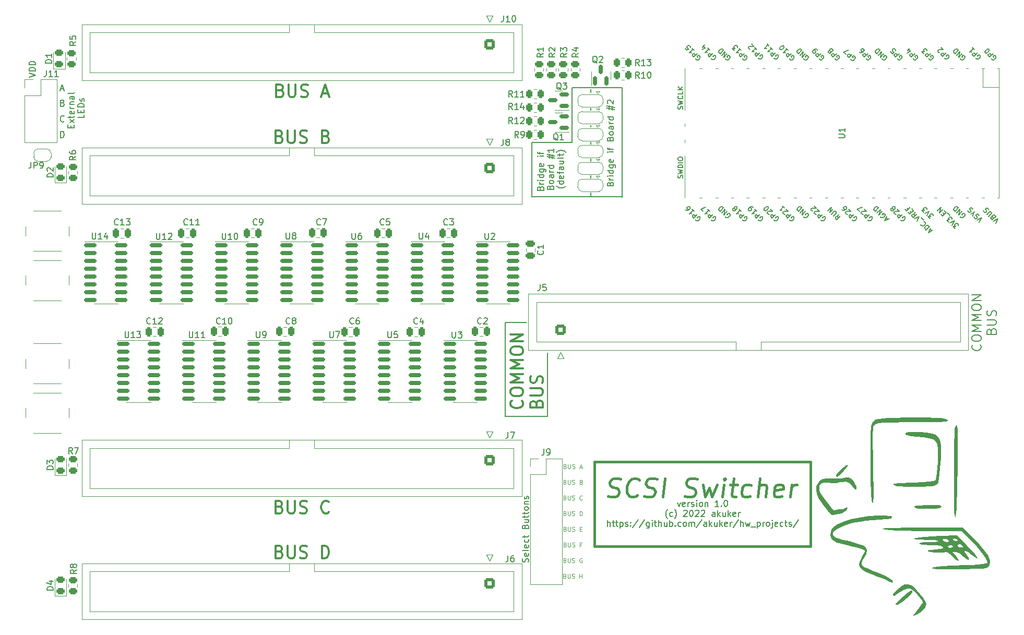
<source format=gto>
G04 #@! TF.GenerationSoftware,KiCad,Pcbnew,(6.0.5-0)*
G04 #@! TF.CreationDate,2022-12-16T22:27:12-06:00*
G04 #@! TF.ProjectId,scsi_switcher,73637369-5f73-4776-9974-636865722e6b,rev?*
G04 #@! TF.SameCoordinates,Original*
G04 #@! TF.FileFunction,Legend,Top*
G04 #@! TF.FilePolarity,Positive*
%FSLAX46Y46*%
G04 Gerber Fmt 4.6, Leading zero omitted, Abs format (unit mm)*
G04 Created by KiCad (PCBNEW (6.0.5-0)) date 2022-12-16 22:27:12*
%MOMM*%
%LPD*%
G01*
G04 APERTURE LIST*
G04 Aperture macros list*
%AMRoundRect*
0 Rectangle with rounded corners*
0 $1 Rounding radius*
0 $2 $3 $4 $5 $6 $7 $8 $9 X,Y pos of 4 corners*
0 Add a 4 corners polygon primitive as box body*
4,1,4,$2,$3,$4,$5,$6,$7,$8,$9,$2,$3,0*
0 Add four circle primitives for the rounded corners*
1,1,$1+$1,$2,$3*
1,1,$1+$1,$4,$5*
1,1,$1+$1,$6,$7*
1,1,$1+$1,$8,$9*
0 Add four rect primitives between the rounded corners*
20,1,$1+$1,$2,$3,$4,$5,0*
20,1,$1+$1,$4,$5,$6,$7,0*
20,1,$1+$1,$6,$7,$8,$9,0*
20,1,$1+$1,$8,$9,$2,$3,0*%
%AMFreePoly0*
4,1,22,0.550000,-0.750000,0.000000,-0.750000,0.000000,-0.745033,-0.079941,-0.743568,-0.215256,-0.701293,-0.333266,-0.622738,-0.424486,-0.514219,-0.481581,-0.384460,-0.499164,-0.250000,-0.500000,-0.250000,-0.500000,0.250000,-0.499164,0.250000,-0.499963,0.256109,-0.478152,0.396186,-0.417904,0.524511,-0.324060,0.630769,-0.204165,0.706417,-0.067858,0.745374,0.000000,0.744959,0.000000,0.750000,
0.550000,0.750000,0.550000,-0.750000,0.550000,-0.750000,$1*%
%AMFreePoly1*
4,1,20,0.000000,0.744959,0.073905,0.744508,0.209726,0.703889,0.328688,0.626782,0.421226,0.519385,0.479903,0.390333,0.500000,0.250000,0.500000,-0.250000,0.499851,-0.262216,0.476331,-0.402017,0.414519,-0.529596,0.319384,-0.634700,0.198574,-0.708877,0.061801,-0.746166,0.000000,-0.745033,0.000000,-0.750000,-0.550000,-0.750000,-0.550000,0.750000,0.000000,0.750000,0.000000,0.744959,
0.000000,0.744959,$1*%
%AMFreePoly2*
4,1,22,0.500000,-0.750000,0.000000,-0.750000,0.000000,-0.745033,-0.079941,-0.743568,-0.215256,-0.701293,-0.333266,-0.622738,-0.424486,-0.514219,-0.481581,-0.384460,-0.499164,-0.250000,-0.500000,-0.250000,-0.500000,0.250000,-0.499164,0.250000,-0.499963,0.256109,-0.478152,0.396186,-0.417904,0.524511,-0.324060,0.630769,-0.204165,0.706417,-0.067858,0.745374,0.000000,0.744959,0.000000,0.750000,
0.500000,0.750000,0.500000,-0.750000,0.500000,-0.750000,$1*%
%AMFreePoly3*
4,1,20,0.000000,0.744959,0.073905,0.744508,0.209726,0.703889,0.328688,0.626782,0.421226,0.519385,0.479903,0.390333,0.500000,0.250000,0.500000,-0.250000,0.499851,-0.262216,0.476331,-0.402017,0.414519,-0.529596,0.319384,-0.634700,0.198574,-0.708877,0.061801,-0.746166,0.000000,-0.745033,0.000000,-0.750000,-0.500000,-0.750000,-0.500000,0.750000,0.000000,0.750000,0.000000,0.744959,
0.000000,0.744959,$1*%
G04 Aperture macros list end*
%ADD10C,0.150000*%
%ADD11C,0.450000*%
%ADD12C,0.300000*%
%ADD13C,0.100000*%
%ADD14C,0.200000*%
%ADD15C,0.120000*%
%ADD16C,1.000000*%
%ADD17RoundRect,0.250000X-0.262500X-0.450000X0.262500X-0.450000X0.262500X0.450000X-0.262500X0.450000X0*%
%ADD18RoundRect,0.250000X0.262500X0.450000X-0.262500X0.450000X-0.262500X-0.450000X0.262500X-0.450000X0*%
%ADD19RoundRect,0.150000X0.587500X0.150000X-0.587500X0.150000X-0.587500X-0.150000X0.587500X-0.150000X0*%
%ADD20RoundRect,0.150000X0.150000X-0.587500X0.150000X0.587500X-0.150000X0.587500X-0.150000X-0.587500X0*%
%ADD21RoundRect,0.150000X-0.850000X-0.150000X0.850000X-0.150000X0.850000X0.150000X-0.850000X0.150000X0*%
%ADD22C,2.000000*%
%ADD23RoundRect,0.250000X0.250000X0.475000X-0.250000X0.475000X-0.250000X-0.475000X0.250000X-0.475000X0*%
%ADD24R,1.700000X1.700000*%
%ADD25O,1.700000X1.700000*%
%ADD26RoundRect,0.250000X0.450000X-0.262500X0.450000X0.262500X-0.450000X0.262500X-0.450000X-0.262500X0*%
%ADD27FreePoly0,180.000000*%
%ADD28R,1.000000X1.500000*%
%ADD29FreePoly1,180.000000*%
%ADD30C,2.700000*%
%ADD31RoundRect,0.250000X-0.600000X0.600000X-0.600000X-0.600000X0.600000X-0.600000X0.600000X0.600000X0*%
%ADD32C,1.700000*%
%ADD33RoundRect,0.250000X-0.450000X0.262500X-0.450000X-0.262500X0.450000X-0.262500X0.450000X0.262500X0*%
%ADD34RoundRect,0.250000X0.600000X-0.600000X0.600000X0.600000X-0.600000X0.600000X-0.600000X-0.600000X0*%
%ADD35RoundRect,0.243750X0.456250X-0.243750X0.456250X0.243750X-0.456250X0.243750X-0.456250X-0.243750X0*%
%ADD36RoundRect,0.250000X-0.475000X0.250000X-0.475000X-0.250000X0.475000X-0.250000X0.475000X0.250000X0*%
%ADD37R,1.700000X3.500000*%
%ADD38O,1.800000X1.800000*%
%ADD39O,1.500000X1.500000*%
%ADD40R,3.500000X1.700000*%
%ADD41FreePoly2,180.000000*%
%ADD42FreePoly3,180.000000*%
G04 APERTURE END LIST*
D10*
X109912000Y-31970000D02*
X118040000Y-31970000D01*
X103378000Y-49700000D02*
X118040000Y-49700000D01*
X103378000Y-40894000D02*
X103378000Y-49700000D01*
X109912000Y-40894000D02*
X103378000Y-40894000D01*
X109912000Y-31970000D02*
X109912000Y-40865000D01*
X118040000Y-49760000D02*
X118040000Y-31970000D01*
X112900000Y-41100000D02*
X112900000Y-40800000D01*
X112900000Y-35306000D02*
X112900000Y-35600000D01*
X102500000Y-70090000D02*
X99000000Y-70090000D01*
X105900000Y-85360000D02*
X105900000Y-75000000D01*
D11*
X113538000Y-92710000D02*
X148590000Y-92710000D01*
X148590000Y-92710000D02*
X148590000Y-106426000D01*
X148590000Y-106426000D02*
X113538000Y-106426000D01*
X113538000Y-106426000D02*
X113538000Y-92710000D01*
D10*
X112900000Y-46228000D02*
X112900000Y-46600000D01*
X112900000Y-38100000D02*
X112900000Y-38354000D01*
X99000000Y-70090000D02*
X99000000Y-85360000D01*
X99000000Y-85360000D02*
X105900000Y-85360000D01*
X112900000Y-43500000D02*
X112900000Y-43900000D01*
X112900000Y-32258000D02*
X112900000Y-32766000D01*
X112900000Y-49022000D02*
X112900000Y-49530000D01*
X104744571Y-48307238D02*
X104792190Y-48164380D01*
X104839809Y-48116761D01*
X104935047Y-48069142D01*
X105077904Y-48069142D01*
X105173142Y-48116761D01*
X105220761Y-48164380D01*
X105268380Y-48259619D01*
X105268380Y-48640571D01*
X104268380Y-48640571D01*
X104268380Y-48307238D01*
X104316000Y-48212000D01*
X104363619Y-48164380D01*
X104458857Y-48116761D01*
X104554095Y-48116761D01*
X104649333Y-48164380D01*
X104696952Y-48212000D01*
X104744571Y-48307238D01*
X104744571Y-48640571D01*
X105268380Y-47640571D02*
X104601714Y-47640571D01*
X104792190Y-47640571D02*
X104696952Y-47592952D01*
X104649333Y-47545333D01*
X104601714Y-47450095D01*
X104601714Y-47354857D01*
X105268380Y-47021523D02*
X104601714Y-47021523D01*
X104268380Y-47021523D02*
X104316000Y-47069142D01*
X104363619Y-47021523D01*
X104316000Y-46973904D01*
X104268380Y-47021523D01*
X104363619Y-47021523D01*
X105268380Y-46116761D02*
X104268380Y-46116761D01*
X105220761Y-46116761D02*
X105268380Y-46212000D01*
X105268380Y-46402476D01*
X105220761Y-46497714D01*
X105173142Y-46545333D01*
X105077904Y-46592952D01*
X104792190Y-46592952D01*
X104696952Y-46545333D01*
X104649333Y-46497714D01*
X104601714Y-46402476D01*
X104601714Y-46212000D01*
X104649333Y-46116761D01*
X104601714Y-45212000D02*
X105411238Y-45212000D01*
X105506476Y-45259619D01*
X105554095Y-45307238D01*
X105601714Y-45402476D01*
X105601714Y-45545333D01*
X105554095Y-45640571D01*
X105220761Y-45212000D02*
X105268380Y-45307238D01*
X105268380Y-45497714D01*
X105220761Y-45592952D01*
X105173142Y-45640571D01*
X105077904Y-45688190D01*
X104792190Y-45688190D01*
X104696952Y-45640571D01*
X104649333Y-45592952D01*
X104601714Y-45497714D01*
X104601714Y-45307238D01*
X104649333Y-45212000D01*
X105220761Y-44354857D02*
X105268380Y-44450095D01*
X105268380Y-44640571D01*
X105220761Y-44735809D01*
X105125523Y-44783428D01*
X104744571Y-44783428D01*
X104649333Y-44735809D01*
X104601714Y-44640571D01*
X104601714Y-44450095D01*
X104649333Y-44354857D01*
X104744571Y-44307238D01*
X104839809Y-44307238D01*
X104935047Y-44783428D01*
X105268380Y-43116761D02*
X104601714Y-43116761D01*
X104268380Y-43116761D02*
X104316000Y-43164380D01*
X104363619Y-43116761D01*
X104316000Y-43069142D01*
X104268380Y-43116761D01*
X104363619Y-43116761D01*
X104601714Y-42783428D02*
X104601714Y-42402476D01*
X105268380Y-42640571D02*
X104411238Y-42640571D01*
X104316000Y-42592952D01*
X104268380Y-42497714D01*
X104268380Y-42402476D01*
X106354571Y-48164380D02*
X106402190Y-48021523D01*
X106449809Y-47973904D01*
X106545047Y-47926285D01*
X106687904Y-47926285D01*
X106783142Y-47973904D01*
X106830761Y-48021523D01*
X106878380Y-48116761D01*
X106878380Y-48497714D01*
X105878380Y-48497714D01*
X105878380Y-48164380D01*
X105926000Y-48069142D01*
X105973619Y-48021523D01*
X106068857Y-47973904D01*
X106164095Y-47973904D01*
X106259333Y-48021523D01*
X106306952Y-48069142D01*
X106354571Y-48164380D01*
X106354571Y-48497714D01*
X106878380Y-47354857D02*
X106830761Y-47450095D01*
X106783142Y-47497714D01*
X106687904Y-47545333D01*
X106402190Y-47545333D01*
X106306952Y-47497714D01*
X106259333Y-47450095D01*
X106211714Y-47354857D01*
X106211714Y-47212000D01*
X106259333Y-47116761D01*
X106306952Y-47069142D01*
X106402190Y-47021523D01*
X106687904Y-47021523D01*
X106783142Y-47069142D01*
X106830761Y-47116761D01*
X106878380Y-47212000D01*
X106878380Y-47354857D01*
X106878380Y-46164380D02*
X106354571Y-46164380D01*
X106259333Y-46212000D01*
X106211714Y-46307238D01*
X106211714Y-46497714D01*
X106259333Y-46592952D01*
X106830761Y-46164380D02*
X106878380Y-46259619D01*
X106878380Y-46497714D01*
X106830761Y-46592952D01*
X106735523Y-46640571D01*
X106640285Y-46640571D01*
X106545047Y-46592952D01*
X106497428Y-46497714D01*
X106497428Y-46259619D01*
X106449809Y-46164380D01*
X106878380Y-45688190D02*
X106211714Y-45688190D01*
X106402190Y-45688190D02*
X106306952Y-45640571D01*
X106259333Y-45592952D01*
X106211714Y-45497714D01*
X106211714Y-45402476D01*
X106878380Y-44640571D02*
X105878380Y-44640571D01*
X106830761Y-44640571D02*
X106878380Y-44735809D01*
X106878380Y-44926285D01*
X106830761Y-45021523D01*
X106783142Y-45069142D01*
X106687904Y-45116761D01*
X106402190Y-45116761D01*
X106306952Y-45069142D01*
X106259333Y-45021523D01*
X106211714Y-44926285D01*
X106211714Y-44735809D01*
X106259333Y-44640571D01*
X106211714Y-43450095D02*
X106211714Y-42735809D01*
X105783142Y-43164380D02*
X107068857Y-43450095D01*
X106640285Y-42831047D02*
X106640285Y-43545333D01*
X107068857Y-43116761D02*
X105783142Y-42831047D01*
X106878380Y-41878666D02*
X106878380Y-42450095D01*
X106878380Y-42164380D02*
X105878380Y-42164380D01*
X106021238Y-42259619D01*
X106116476Y-42354857D01*
X106164095Y-42450095D01*
X108869333Y-47973904D02*
X108821714Y-48021523D01*
X108678857Y-48116761D01*
X108583619Y-48164380D01*
X108440761Y-48212000D01*
X108202666Y-48259619D01*
X108012190Y-48259619D01*
X107774095Y-48212000D01*
X107631238Y-48164380D01*
X107536000Y-48116761D01*
X107393142Y-48021523D01*
X107345523Y-47973904D01*
X108488380Y-47164380D02*
X107488380Y-47164380D01*
X108440761Y-47164380D02*
X108488380Y-47259619D01*
X108488380Y-47450095D01*
X108440761Y-47545333D01*
X108393142Y-47592952D01*
X108297904Y-47640571D01*
X108012190Y-47640571D01*
X107916952Y-47592952D01*
X107869333Y-47545333D01*
X107821714Y-47450095D01*
X107821714Y-47259619D01*
X107869333Y-47164380D01*
X108440761Y-46307238D02*
X108488380Y-46402476D01*
X108488380Y-46592952D01*
X108440761Y-46688190D01*
X108345523Y-46735809D01*
X107964571Y-46735809D01*
X107869333Y-46688190D01*
X107821714Y-46592952D01*
X107821714Y-46402476D01*
X107869333Y-46307238D01*
X107964571Y-46259619D01*
X108059809Y-46259619D01*
X108155047Y-46735809D01*
X107821714Y-45973904D02*
X107821714Y-45592952D01*
X108488380Y-45831047D02*
X107631238Y-45831047D01*
X107536000Y-45783428D01*
X107488380Y-45688190D01*
X107488380Y-45592952D01*
X108488380Y-44831047D02*
X107964571Y-44831047D01*
X107869333Y-44878666D01*
X107821714Y-44973904D01*
X107821714Y-45164380D01*
X107869333Y-45259619D01*
X108440761Y-44831047D02*
X108488380Y-44926285D01*
X108488380Y-45164380D01*
X108440761Y-45259619D01*
X108345523Y-45307238D01*
X108250285Y-45307238D01*
X108155047Y-45259619D01*
X108107428Y-45164380D01*
X108107428Y-44926285D01*
X108059809Y-44831047D01*
X107821714Y-43926285D02*
X108488380Y-43926285D01*
X107821714Y-44354857D02*
X108345523Y-44354857D01*
X108440761Y-44307238D01*
X108488380Y-44212000D01*
X108488380Y-44069142D01*
X108440761Y-43973904D01*
X108393142Y-43926285D01*
X108488380Y-43307238D02*
X108440761Y-43402476D01*
X108345523Y-43450095D01*
X107488380Y-43450095D01*
X107821714Y-43069142D02*
X107821714Y-42688190D01*
X107488380Y-42926285D02*
X108345523Y-42926285D01*
X108440761Y-42878666D01*
X108488380Y-42783428D01*
X108488380Y-42688190D01*
X108869333Y-42450095D02*
X108821714Y-42402476D01*
X108678857Y-42307238D01*
X108583619Y-42259619D01*
X108440761Y-42212000D01*
X108202666Y-42164380D01*
X108012190Y-42164380D01*
X107774095Y-42212000D01*
X107631238Y-42259619D01*
X107536000Y-42307238D01*
X107393142Y-42402476D01*
X107345523Y-42450095D01*
X26916095Y-40076380D02*
X26916095Y-39076380D01*
X27154190Y-39076380D01*
X27297047Y-39124000D01*
X27392285Y-39219238D01*
X27439904Y-39314476D01*
X27487523Y-39504952D01*
X27487523Y-39647809D01*
X27439904Y-39838285D01*
X27392285Y-39933523D01*
X27297047Y-40028761D01*
X27154190Y-40076380D01*
X26916095Y-40076380D01*
D11*
X115726410Y-98242285D02*
X116137125Y-98385142D01*
X116851410Y-98385142D01*
X117154982Y-98242285D01*
X117315696Y-98099428D01*
X117494267Y-97813714D01*
X117529982Y-97528000D01*
X117422839Y-97242285D01*
X117297839Y-97099428D01*
X117029982Y-96956571D01*
X116476410Y-96813714D01*
X116208553Y-96670857D01*
X116083553Y-96528000D01*
X115976410Y-96242285D01*
X116012125Y-95956571D01*
X116190696Y-95670857D01*
X116351410Y-95528000D01*
X116654982Y-95385142D01*
X117369267Y-95385142D01*
X117779982Y-95528000D01*
X120458553Y-98099428D02*
X120297839Y-98242285D01*
X119851410Y-98385142D01*
X119565696Y-98385142D01*
X119154982Y-98242285D01*
X118904982Y-97956571D01*
X118797839Y-97670857D01*
X118726410Y-97099428D01*
X118779982Y-96670857D01*
X118994267Y-96099428D01*
X119172839Y-95813714D01*
X119494267Y-95528000D01*
X119940696Y-95385142D01*
X120226410Y-95385142D01*
X120637125Y-95528000D01*
X120762125Y-95670857D01*
X121583553Y-98242285D02*
X121994267Y-98385142D01*
X122708553Y-98385142D01*
X123012125Y-98242285D01*
X123172839Y-98099428D01*
X123351410Y-97813714D01*
X123387125Y-97528000D01*
X123279982Y-97242285D01*
X123154982Y-97099428D01*
X122887125Y-96956571D01*
X122333553Y-96813714D01*
X122065696Y-96670857D01*
X121940696Y-96528000D01*
X121833553Y-96242285D01*
X121869267Y-95956571D01*
X122047839Y-95670857D01*
X122208553Y-95528000D01*
X122512125Y-95385142D01*
X123226410Y-95385142D01*
X123637125Y-95528000D01*
X124565696Y-98385142D02*
X124940696Y-95385142D01*
X128154982Y-98242285D02*
X128565696Y-98385142D01*
X129279982Y-98385142D01*
X129583553Y-98242285D01*
X129744267Y-98099428D01*
X129922839Y-97813714D01*
X129958553Y-97528000D01*
X129851410Y-97242285D01*
X129726410Y-97099428D01*
X129458553Y-96956571D01*
X128904982Y-96813714D01*
X128637124Y-96670857D01*
X128512125Y-96528000D01*
X128404982Y-96242285D01*
X128440696Y-95956571D01*
X128619267Y-95670857D01*
X128779982Y-95528000D01*
X129083553Y-95385142D01*
X129797839Y-95385142D01*
X130208553Y-95528000D01*
X131101410Y-96385142D02*
X131422839Y-98385142D01*
X132172839Y-96956571D01*
X132565696Y-98385142D01*
X133387124Y-96385142D01*
X134279982Y-98385142D02*
X134529982Y-96385142D01*
X134654982Y-95385142D02*
X134494267Y-95528000D01*
X134619267Y-95670857D01*
X134779982Y-95528000D01*
X134654982Y-95385142D01*
X134619267Y-95670857D01*
X135529982Y-96385142D02*
X136672839Y-96385142D01*
X136083553Y-95385142D02*
X135762125Y-97956571D01*
X135869267Y-98242285D01*
X136137125Y-98385142D01*
X136422839Y-98385142D01*
X138726410Y-98242285D02*
X138422839Y-98385142D01*
X137851410Y-98385142D01*
X137583553Y-98242285D01*
X137458553Y-98099428D01*
X137351410Y-97813714D01*
X137458553Y-96956571D01*
X137637125Y-96670857D01*
X137797839Y-96528000D01*
X138101410Y-96385142D01*
X138672839Y-96385142D01*
X138940696Y-96528000D01*
X139994267Y-98385142D02*
X140369267Y-95385142D01*
X141279982Y-98385142D02*
X141476410Y-96813714D01*
X141369267Y-96528000D01*
X141101410Y-96385142D01*
X140672839Y-96385142D01*
X140369267Y-96528000D01*
X140208553Y-96670857D01*
X143869267Y-98242285D02*
X143565696Y-98385142D01*
X142994267Y-98385142D01*
X142726410Y-98242285D01*
X142619267Y-97956571D01*
X142762125Y-96813714D01*
X142940696Y-96528000D01*
X143244267Y-96385142D01*
X143815696Y-96385142D01*
X144083553Y-96528000D01*
X144190696Y-96813714D01*
X144154982Y-97099428D01*
X142690696Y-97385142D01*
X145279982Y-98385142D02*
X145529982Y-96385142D01*
X145458553Y-96956571D02*
X145637125Y-96670857D01*
X145797839Y-96528000D01*
X146101410Y-96385142D01*
X146387125Y-96385142D01*
D12*
X62420952Y-39897142D02*
X62706666Y-39992380D01*
X62801904Y-40087619D01*
X62897142Y-40278095D01*
X62897142Y-40563809D01*
X62801904Y-40754285D01*
X62706666Y-40849523D01*
X62516190Y-40944761D01*
X61754285Y-40944761D01*
X61754285Y-38944761D01*
X62420952Y-38944761D01*
X62611428Y-39040000D01*
X62706666Y-39135238D01*
X62801904Y-39325714D01*
X62801904Y-39516190D01*
X62706666Y-39706666D01*
X62611428Y-39801904D01*
X62420952Y-39897142D01*
X61754285Y-39897142D01*
X63754285Y-38944761D02*
X63754285Y-40563809D01*
X63849523Y-40754285D01*
X63944761Y-40849523D01*
X64135238Y-40944761D01*
X64516190Y-40944761D01*
X64706666Y-40849523D01*
X64801904Y-40754285D01*
X64897142Y-40563809D01*
X64897142Y-38944761D01*
X65754285Y-40849523D02*
X66040000Y-40944761D01*
X66516190Y-40944761D01*
X66706666Y-40849523D01*
X66801904Y-40754285D01*
X66897142Y-40563809D01*
X66897142Y-40373333D01*
X66801904Y-40182857D01*
X66706666Y-40087619D01*
X66516190Y-39992380D01*
X66135238Y-39897142D01*
X65944761Y-39801904D01*
X65849523Y-39706666D01*
X65754285Y-39516190D01*
X65754285Y-39325714D01*
X65849523Y-39135238D01*
X65944761Y-39040000D01*
X66135238Y-38944761D01*
X66611428Y-38944761D01*
X66897142Y-39040000D01*
X69944761Y-39897142D02*
X70230476Y-39992380D01*
X70325714Y-40087619D01*
X70420952Y-40278095D01*
X70420952Y-40563809D01*
X70325714Y-40754285D01*
X70230476Y-40849523D01*
X70040000Y-40944761D01*
X69278095Y-40944761D01*
X69278095Y-38944761D01*
X69944761Y-38944761D01*
X70135238Y-39040000D01*
X70230476Y-39135238D01*
X70325714Y-39325714D01*
X70325714Y-39516190D01*
X70230476Y-39706666D01*
X70135238Y-39801904D01*
X69944761Y-39897142D01*
X69278095Y-39897142D01*
D10*
X102766761Y-108965333D02*
X102814380Y-108822476D01*
X102814380Y-108584380D01*
X102766761Y-108489142D01*
X102719142Y-108441523D01*
X102623904Y-108393904D01*
X102528666Y-108393904D01*
X102433428Y-108441523D01*
X102385809Y-108489142D01*
X102338190Y-108584380D01*
X102290571Y-108774857D01*
X102242952Y-108870095D01*
X102195333Y-108917714D01*
X102100095Y-108965333D01*
X102004857Y-108965333D01*
X101909619Y-108917714D01*
X101862000Y-108870095D01*
X101814380Y-108774857D01*
X101814380Y-108536761D01*
X101862000Y-108393904D01*
X102766761Y-107584380D02*
X102814380Y-107679619D01*
X102814380Y-107870095D01*
X102766761Y-107965333D01*
X102671523Y-108012952D01*
X102290571Y-108012952D01*
X102195333Y-107965333D01*
X102147714Y-107870095D01*
X102147714Y-107679619D01*
X102195333Y-107584380D01*
X102290571Y-107536761D01*
X102385809Y-107536761D01*
X102481047Y-108012952D01*
X102814380Y-106965333D02*
X102766761Y-107060571D01*
X102671523Y-107108190D01*
X101814380Y-107108190D01*
X102766761Y-106203428D02*
X102814380Y-106298666D01*
X102814380Y-106489142D01*
X102766761Y-106584380D01*
X102671523Y-106632000D01*
X102290571Y-106632000D01*
X102195333Y-106584380D01*
X102147714Y-106489142D01*
X102147714Y-106298666D01*
X102195333Y-106203428D01*
X102290571Y-106155809D01*
X102385809Y-106155809D01*
X102481047Y-106632000D01*
X102766761Y-105298666D02*
X102814380Y-105393904D01*
X102814380Y-105584380D01*
X102766761Y-105679619D01*
X102719142Y-105727238D01*
X102623904Y-105774857D01*
X102338190Y-105774857D01*
X102242952Y-105727238D01*
X102195333Y-105679619D01*
X102147714Y-105584380D01*
X102147714Y-105393904D01*
X102195333Y-105298666D01*
X102147714Y-105012952D02*
X102147714Y-104632000D01*
X101814380Y-104870095D02*
X102671523Y-104870095D01*
X102766761Y-104822476D01*
X102814380Y-104727238D01*
X102814380Y-104632000D01*
X102290571Y-103203428D02*
X102338190Y-103060571D01*
X102385809Y-103012952D01*
X102481047Y-102965333D01*
X102623904Y-102965333D01*
X102719142Y-103012952D01*
X102766761Y-103060571D01*
X102814380Y-103155809D01*
X102814380Y-103536761D01*
X101814380Y-103536761D01*
X101814380Y-103203428D01*
X101862000Y-103108190D01*
X101909619Y-103060571D01*
X102004857Y-103012952D01*
X102100095Y-103012952D01*
X102195333Y-103060571D01*
X102242952Y-103108190D01*
X102290571Y-103203428D01*
X102290571Y-103536761D01*
X102147714Y-102108190D02*
X102814380Y-102108190D01*
X102147714Y-102536761D02*
X102671523Y-102536761D01*
X102766761Y-102489142D01*
X102814380Y-102393904D01*
X102814380Y-102251047D01*
X102766761Y-102155809D01*
X102719142Y-102108190D01*
X102147714Y-101774857D02*
X102147714Y-101393904D01*
X101814380Y-101632000D02*
X102671523Y-101632000D01*
X102766761Y-101584380D01*
X102814380Y-101489142D01*
X102814380Y-101393904D01*
X102147714Y-101203428D02*
X102147714Y-100822476D01*
X101814380Y-101060571D02*
X102671523Y-101060571D01*
X102766761Y-101012952D01*
X102814380Y-100917714D01*
X102814380Y-100822476D01*
X102814380Y-100346285D02*
X102766761Y-100441523D01*
X102719142Y-100489142D01*
X102623904Y-100536761D01*
X102338190Y-100536761D01*
X102242952Y-100489142D01*
X102195333Y-100441523D01*
X102147714Y-100346285D01*
X102147714Y-100203428D01*
X102195333Y-100108190D01*
X102242952Y-100060571D01*
X102338190Y-100012952D01*
X102623904Y-100012952D01*
X102719142Y-100060571D01*
X102766761Y-100108190D01*
X102814380Y-100203428D01*
X102814380Y-100346285D01*
X102147714Y-99584380D02*
X102814380Y-99584380D01*
X102242952Y-99584380D02*
X102195333Y-99536761D01*
X102147714Y-99441523D01*
X102147714Y-99298666D01*
X102195333Y-99203428D01*
X102290571Y-99155809D01*
X102814380Y-99155809D01*
X102766761Y-98727238D02*
X102814380Y-98632000D01*
X102814380Y-98441523D01*
X102766761Y-98346285D01*
X102671523Y-98298666D01*
X102623904Y-98298666D01*
X102528666Y-98346285D01*
X102481047Y-98441523D01*
X102481047Y-98584380D01*
X102433428Y-98679619D01*
X102338190Y-98727238D01*
X102290571Y-98727238D01*
X102195333Y-98679619D01*
X102147714Y-98584380D01*
X102147714Y-98441523D01*
X102195333Y-98346285D01*
D12*
X62420952Y-107287142D02*
X62706666Y-107382380D01*
X62801904Y-107477619D01*
X62897142Y-107668095D01*
X62897142Y-107953809D01*
X62801904Y-108144285D01*
X62706666Y-108239523D01*
X62516190Y-108334761D01*
X61754285Y-108334761D01*
X61754285Y-106334761D01*
X62420952Y-106334761D01*
X62611428Y-106430000D01*
X62706666Y-106525238D01*
X62801904Y-106715714D01*
X62801904Y-106906190D01*
X62706666Y-107096666D01*
X62611428Y-107191904D01*
X62420952Y-107287142D01*
X61754285Y-107287142D01*
X63754285Y-106334761D02*
X63754285Y-107953809D01*
X63849523Y-108144285D01*
X63944761Y-108239523D01*
X64135238Y-108334761D01*
X64516190Y-108334761D01*
X64706666Y-108239523D01*
X64801904Y-108144285D01*
X64897142Y-107953809D01*
X64897142Y-106334761D01*
X65754285Y-108239523D02*
X66040000Y-108334761D01*
X66516190Y-108334761D01*
X66706666Y-108239523D01*
X66801904Y-108144285D01*
X66897142Y-107953809D01*
X66897142Y-107763333D01*
X66801904Y-107572857D01*
X66706666Y-107477619D01*
X66516190Y-107382380D01*
X66135238Y-107287142D01*
X65944761Y-107191904D01*
X65849523Y-107096666D01*
X65754285Y-106906190D01*
X65754285Y-106715714D01*
X65849523Y-106525238D01*
X65944761Y-106430000D01*
X66135238Y-106334761D01*
X66611428Y-106334761D01*
X66897142Y-106430000D01*
X69278095Y-108334761D02*
X69278095Y-106334761D01*
X69754285Y-106334761D01*
X70040000Y-106430000D01*
X70230476Y-106620476D01*
X70325714Y-106810952D01*
X70420952Y-107191904D01*
X70420952Y-107477619D01*
X70325714Y-107858571D01*
X70230476Y-108049047D01*
X70040000Y-108239523D01*
X69754285Y-108334761D01*
X69278095Y-108334761D01*
D13*
X108765333Y-106122000D02*
X108865333Y-106155333D01*
X108898666Y-106188666D01*
X108932000Y-106255333D01*
X108932000Y-106355333D01*
X108898666Y-106422000D01*
X108865333Y-106455333D01*
X108798666Y-106488666D01*
X108532000Y-106488666D01*
X108532000Y-105788666D01*
X108765333Y-105788666D01*
X108832000Y-105822000D01*
X108865333Y-105855333D01*
X108898666Y-105922000D01*
X108898666Y-105988666D01*
X108865333Y-106055333D01*
X108832000Y-106088666D01*
X108765333Y-106122000D01*
X108532000Y-106122000D01*
X109232000Y-105788666D02*
X109232000Y-106355333D01*
X109265333Y-106422000D01*
X109298666Y-106455333D01*
X109365333Y-106488666D01*
X109498666Y-106488666D01*
X109565333Y-106455333D01*
X109598666Y-106422000D01*
X109632000Y-106355333D01*
X109632000Y-105788666D01*
X109932000Y-106455333D02*
X110032000Y-106488666D01*
X110198666Y-106488666D01*
X110265333Y-106455333D01*
X110298666Y-106422000D01*
X110332000Y-106355333D01*
X110332000Y-106288666D01*
X110298666Y-106222000D01*
X110265333Y-106188666D01*
X110198666Y-106155333D01*
X110065333Y-106122000D01*
X109998666Y-106088666D01*
X109965333Y-106055333D01*
X109932000Y-105988666D01*
X109932000Y-105922000D01*
X109965333Y-105855333D01*
X109998666Y-105822000D01*
X110065333Y-105788666D01*
X110232000Y-105788666D01*
X110332000Y-105822000D01*
X111398666Y-106122000D02*
X111165333Y-106122000D01*
X111165333Y-106488666D02*
X111165333Y-105788666D01*
X111498666Y-105788666D01*
D10*
X116068571Y-47609047D02*
X116116190Y-47466190D01*
X116163809Y-47418571D01*
X116259047Y-47370952D01*
X116401904Y-47370952D01*
X116497142Y-47418571D01*
X116544761Y-47466190D01*
X116592380Y-47561428D01*
X116592380Y-47942380D01*
X115592380Y-47942380D01*
X115592380Y-47609047D01*
X115640000Y-47513809D01*
X115687619Y-47466190D01*
X115782857Y-47418571D01*
X115878095Y-47418571D01*
X115973333Y-47466190D01*
X116020952Y-47513809D01*
X116068571Y-47609047D01*
X116068571Y-47942380D01*
X116592380Y-46942380D02*
X115925714Y-46942380D01*
X116116190Y-46942380D02*
X116020952Y-46894761D01*
X115973333Y-46847142D01*
X115925714Y-46751904D01*
X115925714Y-46656666D01*
X116592380Y-46323333D02*
X115925714Y-46323333D01*
X115592380Y-46323333D02*
X115640000Y-46370952D01*
X115687619Y-46323333D01*
X115640000Y-46275714D01*
X115592380Y-46323333D01*
X115687619Y-46323333D01*
X116592380Y-45418571D02*
X115592380Y-45418571D01*
X116544761Y-45418571D02*
X116592380Y-45513809D01*
X116592380Y-45704285D01*
X116544761Y-45799523D01*
X116497142Y-45847142D01*
X116401904Y-45894761D01*
X116116190Y-45894761D01*
X116020952Y-45847142D01*
X115973333Y-45799523D01*
X115925714Y-45704285D01*
X115925714Y-45513809D01*
X115973333Y-45418571D01*
X115925714Y-44513809D02*
X116735238Y-44513809D01*
X116830476Y-44561428D01*
X116878095Y-44609047D01*
X116925714Y-44704285D01*
X116925714Y-44847142D01*
X116878095Y-44942380D01*
X116544761Y-44513809D02*
X116592380Y-44609047D01*
X116592380Y-44799523D01*
X116544761Y-44894761D01*
X116497142Y-44942380D01*
X116401904Y-44990000D01*
X116116190Y-44990000D01*
X116020952Y-44942380D01*
X115973333Y-44894761D01*
X115925714Y-44799523D01*
X115925714Y-44609047D01*
X115973333Y-44513809D01*
X116544761Y-43656666D02*
X116592380Y-43751904D01*
X116592380Y-43942380D01*
X116544761Y-44037619D01*
X116449523Y-44085238D01*
X116068571Y-44085238D01*
X115973333Y-44037619D01*
X115925714Y-43942380D01*
X115925714Y-43751904D01*
X115973333Y-43656666D01*
X116068571Y-43609047D01*
X116163809Y-43609047D01*
X116259047Y-44085238D01*
X116592380Y-42418571D02*
X115925714Y-42418571D01*
X115592380Y-42418571D02*
X115640000Y-42466190D01*
X115687619Y-42418571D01*
X115640000Y-42370952D01*
X115592380Y-42418571D01*
X115687619Y-42418571D01*
X115925714Y-42085238D02*
X115925714Y-41704285D01*
X116592380Y-41942380D02*
X115735238Y-41942380D01*
X115640000Y-41894761D01*
X115592380Y-41799523D01*
X115592380Y-41704285D01*
X116068571Y-40275714D02*
X116116190Y-40132857D01*
X116163809Y-40085238D01*
X116259047Y-40037619D01*
X116401904Y-40037619D01*
X116497142Y-40085238D01*
X116544761Y-40132857D01*
X116592380Y-40228095D01*
X116592380Y-40609047D01*
X115592380Y-40609047D01*
X115592380Y-40275714D01*
X115640000Y-40180476D01*
X115687619Y-40132857D01*
X115782857Y-40085238D01*
X115878095Y-40085238D01*
X115973333Y-40132857D01*
X116020952Y-40180476D01*
X116068571Y-40275714D01*
X116068571Y-40609047D01*
X116592380Y-39466190D02*
X116544761Y-39561428D01*
X116497142Y-39609047D01*
X116401904Y-39656666D01*
X116116190Y-39656666D01*
X116020952Y-39609047D01*
X115973333Y-39561428D01*
X115925714Y-39466190D01*
X115925714Y-39323333D01*
X115973333Y-39228095D01*
X116020952Y-39180476D01*
X116116190Y-39132857D01*
X116401904Y-39132857D01*
X116497142Y-39180476D01*
X116544761Y-39228095D01*
X116592380Y-39323333D01*
X116592380Y-39466190D01*
X116592380Y-38275714D02*
X116068571Y-38275714D01*
X115973333Y-38323333D01*
X115925714Y-38418571D01*
X115925714Y-38609047D01*
X115973333Y-38704285D01*
X116544761Y-38275714D02*
X116592380Y-38370952D01*
X116592380Y-38609047D01*
X116544761Y-38704285D01*
X116449523Y-38751904D01*
X116354285Y-38751904D01*
X116259047Y-38704285D01*
X116211428Y-38609047D01*
X116211428Y-38370952D01*
X116163809Y-38275714D01*
X116592380Y-37799523D02*
X115925714Y-37799523D01*
X116116190Y-37799523D02*
X116020952Y-37751904D01*
X115973333Y-37704285D01*
X115925714Y-37609047D01*
X115925714Y-37513809D01*
X116592380Y-36751904D02*
X115592380Y-36751904D01*
X116544761Y-36751904D02*
X116592380Y-36847142D01*
X116592380Y-37037619D01*
X116544761Y-37132857D01*
X116497142Y-37180476D01*
X116401904Y-37228095D01*
X116116190Y-37228095D01*
X116020952Y-37180476D01*
X115973333Y-37132857D01*
X115925714Y-37037619D01*
X115925714Y-36847142D01*
X115973333Y-36751904D01*
X115925714Y-35561428D02*
X115925714Y-34847142D01*
X115497142Y-35275714D02*
X116782857Y-35561428D01*
X116354285Y-34942380D02*
X116354285Y-35656666D01*
X116782857Y-35228095D02*
X115497142Y-34942380D01*
X115687619Y-34561428D02*
X115640000Y-34513809D01*
X115592380Y-34418571D01*
X115592380Y-34180476D01*
X115640000Y-34085238D01*
X115687619Y-34037619D01*
X115782857Y-33990000D01*
X115878095Y-33990000D01*
X116020952Y-34037619D01*
X116592380Y-34609047D01*
X116592380Y-33990000D01*
X27487523Y-37441142D02*
X27439904Y-37488761D01*
X27297047Y-37536380D01*
X27201809Y-37536380D01*
X27058952Y-37488761D01*
X26963714Y-37393523D01*
X26916095Y-37298285D01*
X26868476Y-37107809D01*
X26868476Y-36964952D01*
X26916095Y-36774476D01*
X26963714Y-36679238D01*
X27058952Y-36584000D01*
X27201809Y-36536380D01*
X27297047Y-36536380D01*
X27439904Y-36584000D01*
X27487523Y-36631619D01*
D12*
X62420952Y-100007142D02*
X62706666Y-100102380D01*
X62801904Y-100197619D01*
X62897142Y-100388095D01*
X62897142Y-100673809D01*
X62801904Y-100864285D01*
X62706666Y-100959523D01*
X62516190Y-101054761D01*
X61754285Y-101054761D01*
X61754285Y-99054761D01*
X62420952Y-99054761D01*
X62611428Y-99150000D01*
X62706666Y-99245238D01*
X62801904Y-99435714D01*
X62801904Y-99626190D01*
X62706666Y-99816666D01*
X62611428Y-99911904D01*
X62420952Y-100007142D01*
X61754285Y-100007142D01*
X63754285Y-99054761D02*
X63754285Y-100673809D01*
X63849523Y-100864285D01*
X63944761Y-100959523D01*
X64135238Y-101054761D01*
X64516190Y-101054761D01*
X64706666Y-100959523D01*
X64801904Y-100864285D01*
X64897142Y-100673809D01*
X64897142Y-99054761D01*
X65754285Y-100959523D02*
X66040000Y-101054761D01*
X66516190Y-101054761D01*
X66706666Y-100959523D01*
X66801904Y-100864285D01*
X66897142Y-100673809D01*
X66897142Y-100483333D01*
X66801904Y-100292857D01*
X66706666Y-100197619D01*
X66516190Y-100102380D01*
X66135238Y-100007142D01*
X65944761Y-99911904D01*
X65849523Y-99816666D01*
X65754285Y-99626190D01*
X65754285Y-99435714D01*
X65849523Y-99245238D01*
X65944761Y-99150000D01*
X66135238Y-99054761D01*
X66611428Y-99054761D01*
X66897142Y-99150000D01*
X70420952Y-100864285D02*
X70325714Y-100959523D01*
X70040000Y-101054761D01*
X69849523Y-101054761D01*
X69563809Y-100959523D01*
X69373333Y-100769047D01*
X69278095Y-100578571D01*
X69182857Y-100197619D01*
X69182857Y-99911904D01*
X69278095Y-99530952D01*
X69373333Y-99340476D01*
X69563809Y-99150000D01*
X69849523Y-99054761D01*
X70040000Y-99054761D01*
X70325714Y-99150000D01*
X70420952Y-99245238D01*
D13*
X108715333Y-101042000D02*
X108815333Y-101075333D01*
X108848666Y-101108666D01*
X108882000Y-101175333D01*
X108882000Y-101275333D01*
X108848666Y-101342000D01*
X108815333Y-101375333D01*
X108748666Y-101408666D01*
X108482000Y-101408666D01*
X108482000Y-100708666D01*
X108715333Y-100708666D01*
X108782000Y-100742000D01*
X108815333Y-100775333D01*
X108848666Y-100842000D01*
X108848666Y-100908666D01*
X108815333Y-100975333D01*
X108782000Y-101008666D01*
X108715333Y-101042000D01*
X108482000Y-101042000D01*
X109182000Y-100708666D02*
X109182000Y-101275333D01*
X109215333Y-101342000D01*
X109248666Y-101375333D01*
X109315333Y-101408666D01*
X109448666Y-101408666D01*
X109515333Y-101375333D01*
X109548666Y-101342000D01*
X109582000Y-101275333D01*
X109582000Y-100708666D01*
X109882000Y-101375333D02*
X109982000Y-101408666D01*
X110148666Y-101408666D01*
X110215333Y-101375333D01*
X110248666Y-101342000D01*
X110282000Y-101275333D01*
X110282000Y-101208666D01*
X110248666Y-101142000D01*
X110215333Y-101108666D01*
X110148666Y-101075333D01*
X110015333Y-101042000D01*
X109948666Y-101008666D01*
X109915333Y-100975333D01*
X109882000Y-100908666D01*
X109882000Y-100842000D01*
X109915333Y-100775333D01*
X109948666Y-100742000D01*
X110015333Y-100708666D01*
X110182000Y-100708666D01*
X110282000Y-100742000D01*
X111115333Y-101408666D02*
X111115333Y-100708666D01*
X111282000Y-100708666D01*
X111382000Y-100742000D01*
X111448666Y-100808666D01*
X111482000Y-100875333D01*
X111515333Y-101008666D01*
X111515333Y-101108666D01*
X111482000Y-101242000D01*
X111448666Y-101308666D01*
X111382000Y-101375333D01*
X111282000Y-101408666D01*
X111115333Y-101408666D01*
X108715333Y-108662000D02*
X108815333Y-108695333D01*
X108848666Y-108728666D01*
X108882000Y-108795333D01*
X108882000Y-108895333D01*
X108848666Y-108962000D01*
X108815333Y-108995333D01*
X108748666Y-109028666D01*
X108482000Y-109028666D01*
X108482000Y-108328666D01*
X108715333Y-108328666D01*
X108782000Y-108362000D01*
X108815333Y-108395333D01*
X108848666Y-108462000D01*
X108848666Y-108528666D01*
X108815333Y-108595333D01*
X108782000Y-108628666D01*
X108715333Y-108662000D01*
X108482000Y-108662000D01*
X109182000Y-108328666D02*
X109182000Y-108895333D01*
X109215333Y-108962000D01*
X109248666Y-108995333D01*
X109315333Y-109028666D01*
X109448666Y-109028666D01*
X109515333Y-108995333D01*
X109548666Y-108962000D01*
X109582000Y-108895333D01*
X109582000Y-108328666D01*
X109882000Y-108995333D02*
X109982000Y-109028666D01*
X110148666Y-109028666D01*
X110215333Y-108995333D01*
X110248666Y-108962000D01*
X110282000Y-108895333D01*
X110282000Y-108828666D01*
X110248666Y-108762000D01*
X110215333Y-108728666D01*
X110148666Y-108695333D01*
X110015333Y-108662000D01*
X109948666Y-108628666D01*
X109915333Y-108595333D01*
X109882000Y-108528666D01*
X109882000Y-108462000D01*
X109915333Y-108395333D01*
X109948666Y-108362000D01*
X110015333Y-108328666D01*
X110182000Y-108328666D01*
X110282000Y-108362000D01*
X111482000Y-108362000D02*
X111415333Y-108328666D01*
X111315333Y-108328666D01*
X111215333Y-108362000D01*
X111148666Y-108428666D01*
X111115333Y-108495333D01*
X111082000Y-108628666D01*
X111082000Y-108728666D01*
X111115333Y-108862000D01*
X111148666Y-108928666D01*
X111215333Y-108995333D01*
X111315333Y-109028666D01*
X111382000Y-109028666D01*
X111482000Y-108995333D01*
X111515333Y-108962000D01*
X111515333Y-108728666D01*
X111382000Y-108728666D01*
D12*
X62563809Y-32437142D02*
X62849523Y-32532380D01*
X62944761Y-32627619D01*
X63040000Y-32818095D01*
X63040000Y-33103809D01*
X62944761Y-33294285D01*
X62849523Y-33389523D01*
X62659047Y-33484761D01*
X61897142Y-33484761D01*
X61897142Y-31484761D01*
X62563809Y-31484761D01*
X62754285Y-31580000D01*
X62849523Y-31675238D01*
X62944761Y-31865714D01*
X62944761Y-32056190D01*
X62849523Y-32246666D01*
X62754285Y-32341904D01*
X62563809Y-32437142D01*
X61897142Y-32437142D01*
X63897142Y-31484761D02*
X63897142Y-33103809D01*
X63992380Y-33294285D01*
X64087619Y-33389523D01*
X64278095Y-33484761D01*
X64659047Y-33484761D01*
X64849523Y-33389523D01*
X64944761Y-33294285D01*
X65040000Y-33103809D01*
X65040000Y-31484761D01*
X65897142Y-33389523D02*
X66182857Y-33484761D01*
X66659047Y-33484761D01*
X66849523Y-33389523D01*
X66944761Y-33294285D01*
X67040000Y-33103809D01*
X67040000Y-32913333D01*
X66944761Y-32722857D01*
X66849523Y-32627619D01*
X66659047Y-32532380D01*
X66278095Y-32437142D01*
X66087619Y-32341904D01*
X65992380Y-32246666D01*
X65897142Y-32056190D01*
X65897142Y-31865714D01*
X65992380Y-31675238D01*
X66087619Y-31580000D01*
X66278095Y-31484761D01*
X66754285Y-31484761D01*
X67040000Y-31580000D01*
X69325714Y-32913333D02*
X70278095Y-32913333D01*
X69135238Y-33484761D02*
X69801904Y-31484761D01*
X70468571Y-33484761D01*
D14*
X176112214Y-73711142D02*
X176183642Y-73782571D01*
X176255071Y-73996857D01*
X176255071Y-74139714D01*
X176183642Y-74354000D01*
X176040785Y-74496857D01*
X175897928Y-74568285D01*
X175612214Y-74639714D01*
X175397928Y-74639714D01*
X175112214Y-74568285D01*
X174969357Y-74496857D01*
X174826500Y-74354000D01*
X174755071Y-74139714D01*
X174755071Y-73996857D01*
X174826500Y-73782571D01*
X174897928Y-73711142D01*
X174755071Y-72782571D02*
X174755071Y-72496857D01*
X174826500Y-72354000D01*
X174969357Y-72211142D01*
X175255071Y-72139714D01*
X175755071Y-72139714D01*
X176040785Y-72211142D01*
X176183642Y-72354000D01*
X176255071Y-72496857D01*
X176255071Y-72782571D01*
X176183642Y-72925428D01*
X176040785Y-73068285D01*
X175755071Y-73139714D01*
X175255071Y-73139714D01*
X174969357Y-73068285D01*
X174826500Y-72925428D01*
X174755071Y-72782571D01*
X176255071Y-71496857D02*
X174755071Y-71496857D01*
X175826500Y-70996857D01*
X174755071Y-70496857D01*
X176255071Y-70496857D01*
X176255071Y-69782571D02*
X174755071Y-69782571D01*
X175826500Y-69282571D01*
X174755071Y-68782571D01*
X176255071Y-68782571D01*
X174755071Y-67782571D02*
X174755071Y-67496857D01*
X174826500Y-67354000D01*
X174969357Y-67211142D01*
X175255071Y-67139714D01*
X175755071Y-67139714D01*
X176040785Y-67211142D01*
X176183642Y-67354000D01*
X176255071Y-67496857D01*
X176255071Y-67782571D01*
X176183642Y-67925428D01*
X176040785Y-68068285D01*
X175755071Y-68139714D01*
X175255071Y-68139714D01*
X174969357Y-68068285D01*
X174826500Y-67925428D01*
X174755071Y-67782571D01*
X176255071Y-66496857D02*
X174755071Y-66496857D01*
X176255071Y-65639714D01*
X174755071Y-65639714D01*
X177884357Y-71496857D02*
X177955785Y-71282571D01*
X178027214Y-71211142D01*
X178170071Y-71139714D01*
X178384357Y-71139714D01*
X178527214Y-71211142D01*
X178598642Y-71282571D01*
X178670071Y-71425428D01*
X178670071Y-71996857D01*
X177170071Y-71996857D01*
X177170071Y-71496857D01*
X177241500Y-71354000D01*
X177312928Y-71282571D01*
X177455785Y-71211142D01*
X177598642Y-71211142D01*
X177741500Y-71282571D01*
X177812928Y-71354000D01*
X177884357Y-71496857D01*
X177884357Y-71996857D01*
X177170071Y-70496857D02*
X178384357Y-70496857D01*
X178527214Y-70425428D01*
X178598642Y-70354000D01*
X178670071Y-70211142D01*
X178670071Y-69925428D01*
X178598642Y-69782571D01*
X178527214Y-69711142D01*
X178384357Y-69639714D01*
X177170071Y-69639714D01*
X178598642Y-68996857D02*
X178670071Y-68782571D01*
X178670071Y-68425428D01*
X178598642Y-68282571D01*
X178527214Y-68211142D01*
X178384357Y-68139714D01*
X178241500Y-68139714D01*
X178098642Y-68211142D01*
X178027214Y-68282571D01*
X177955785Y-68425428D01*
X177884357Y-68711142D01*
X177812928Y-68854000D01*
X177741500Y-68925428D01*
X177598642Y-68996857D01*
X177455785Y-68996857D01*
X177312928Y-68925428D01*
X177241500Y-68854000D01*
X177170071Y-68711142D01*
X177170071Y-68354000D01*
X177241500Y-68139714D01*
D13*
X108715333Y-98502000D02*
X108815333Y-98535333D01*
X108848666Y-98568666D01*
X108882000Y-98635333D01*
X108882000Y-98735333D01*
X108848666Y-98802000D01*
X108815333Y-98835333D01*
X108748666Y-98868666D01*
X108482000Y-98868666D01*
X108482000Y-98168666D01*
X108715333Y-98168666D01*
X108782000Y-98202000D01*
X108815333Y-98235333D01*
X108848666Y-98302000D01*
X108848666Y-98368666D01*
X108815333Y-98435333D01*
X108782000Y-98468666D01*
X108715333Y-98502000D01*
X108482000Y-98502000D01*
X109182000Y-98168666D02*
X109182000Y-98735333D01*
X109215333Y-98802000D01*
X109248666Y-98835333D01*
X109315333Y-98868666D01*
X109448666Y-98868666D01*
X109515333Y-98835333D01*
X109548666Y-98802000D01*
X109582000Y-98735333D01*
X109582000Y-98168666D01*
X109882000Y-98835333D02*
X109982000Y-98868666D01*
X110148666Y-98868666D01*
X110215333Y-98835333D01*
X110248666Y-98802000D01*
X110282000Y-98735333D01*
X110282000Y-98668666D01*
X110248666Y-98602000D01*
X110215333Y-98568666D01*
X110148666Y-98535333D01*
X110015333Y-98502000D01*
X109948666Y-98468666D01*
X109915333Y-98435333D01*
X109882000Y-98368666D01*
X109882000Y-98302000D01*
X109915333Y-98235333D01*
X109948666Y-98202000D01*
X110015333Y-98168666D01*
X110182000Y-98168666D01*
X110282000Y-98202000D01*
X111515333Y-98802000D02*
X111482000Y-98835333D01*
X111382000Y-98868666D01*
X111315333Y-98868666D01*
X111215333Y-98835333D01*
X111148666Y-98768666D01*
X111115333Y-98702000D01*
X111082000Y-98568666D01*
X111082000Y-98468666D01*
X111115333Y-98335333D01*
X111148666Y-98268666D01*
X111215333Y-98202000D01*
X111315333Y-98168666D01*
X111382000Y-98168666D01*
X111482000Y-98202000D01*
X111515333Y-98235333D01*
D12*
X101720285Y-82767952D02*
X101815523Y-82863190D01*
X101910761Y-83148904D01*
X101910761Y-83339380D01*
X101815523Y-83625095D01*
X101625047Y-83815571D01*
X101434571Y-83910809D01*
X101053619Y-84006047D01*
X100767904Y-84006047D01*
X100386952Y-83910809D01*
X100196476Y-83815571D01*
X100006000Y-83625095D01*
X99910761Y-83339380D01*
X99910761Y-83148904D01*
X100006000Y-82863190D01*
X100101238Y-82767952D01*
X99910761Y-81529857D02*
X99910761Y-81148904D01*
X100006000Y-80958428D01*
X100196476Y-80767952D01*
X100577428Y-80672714D01*
X101244095Y-80672714D01*
X101625047Y-80767952D01*
X101815523Y-80958428D01*
X101910761Y-81148904D01*
X101910761Y-81529857D01*
X101815523Y-81720333D01*
X101625047Y-81910809D01*
X101244095Y-82006047D01*
X100577428Y-82006047D01*
X100196476Y-81910809D01*
X100006000Y-81720333D01*
X99910761Y-81529857D01*
X101910761Y-79815571D02*
X99910761Y-79815571D01*
X101339333Y-79148904D01*
X99910761Y-78482238D01*
X101910761Y-78482238D01*
X101910761Y-77529857D02*
X99910761Y-77529857D01*
X101339333Y-76863190D01*
X99910761Y-76196523D01*
X101910761Y-76196523D01*
X99910761Y-74863190D02*
X99910761Y-74482238D01*
X100006000Y-74291761D01*
X100196476Y-74101285D01*
X100577428Y-74006047D01*
X101244095Y-74006047D01*
X101625047Y-74101285D01*
X101815523Y-74291761D01*
X101910761Y-74482238D01*
X101910761Y-74863190D01*
X101815523Y-75053666D01*
X101625047Y-75244142D01*
X101244095Y-75339380D01*
X100577428Y-75339380D01*
X100196476Y-75244142D01*
X100006000Y-75053666D01*
X99910761Y-74863190D01*
X101910761Y-73148904D02*
X99910761Y-73148904D01*
X101910761Y-72006047D01*
X99910761Y-72006047D01*
X104083142Y-83244142D02*
X104178380Y-82958428D01*
X104273619Y-82863190D01*
X104464095Y-82767952D01*
X104749809Y-82767952D01*
X104940285Y-82863190D01*
X105035523Y-82958428D01*
X105130761Y-83148904D01*
X105130761Y-83910809D01*
X103130761Y-83910809D01*
X103130761Y-83244142D01*
X103226000Y-83053666D01*
X103321238Y-82958428D01*
X103511714Y-82863190D01*
X103702190Y-82863190D01*
X103892666Y-82958428D01*
X103987904Y-83053666D01*
X104083142Y-83244142D01*
X104083142Y-83910809D01*
X103130761Y-81910809D02*
X104749809Y-81910809D01*
X104940285Y-81815571D01*
X105035523Y-81720333D01*
X105130761Y-81529857D01*
X105130761Y-81148904D01*
X105035523Y-80958428D01*
X104940285Y-80863190D01*
X104749809Y-80767952D01*
X103130761Y-80767952D01*
X105035523Y-79910809D02*
X105130761Y-79625095D01*
X105130761Y-79148904D01*
X105035523Y-78958428D01*
X104940285Y-78863190D01*
X104749809Y-78767952D01*
X104559333Y-78767952D01*
X104368857Y-78863190D01*
X104273619Y-78958428D01*
X104178380Y-79148904D01*
X104083142Y-79529857D01*
X103987904Y-79720333D01*
X103892666Y-79815571D01*
X103702190Y-79910809D01*
X103511714Y-79910809D01*
X103321238Y-79815571D01*
X103226000Y-79720333D01*
X103130761Y-79529857D01*
X103130761Y-79053666D01*
X103226000Y-78767952D01*
D10*
X26939904Y-32170666D02*
X27416095Y-32170666D01*
X26844666Y-32456380D02*
X27178000Y-31456380D01*
X27511333Y-32456380D01*
D13*
X108748666Y-103582000D02*
X108848666Y-103615333D01*
X108882000Y-103648666D01*
X108915333Y-103715333D01*
X108915333Y-103815333D01*
X108882000Y-103882000D01*
X108848666Y-103915333D01*
X108782000Y-103948666D01*
X108515333Y-103948666D01*
X108515333Y-103248666D01*
X108748666Y-103248666D01*
X108815333Y-103282000D01*
X108848666Y-103315333D01*
X108882000Y-103382000D01*
X108882000Y-103448666D01*
X108848666Y-103515333D01*
X108815333Y-103548666D01*
X108748666Y-103582000D01*
X108515333Y-103582000D01*
X109215333Y-103248666D02*
X109215333Y-103815333D01*
X109248666Y-103882000D01*
X109282000Y-103915333D01*
X109348666Y-103948666D01*
X109482000Y-103948666D01*
X109548666Y-103915333D01*
X109582000Y-103882000D01*
X109615333Y-103815333D01*
X109615333Y-103248666D01*
X109915333Y-103915333D02*
X110015333Y-103948666D01*
X110182000Y-103948666D01*
X110248666Y-103915333D01*
X110282000Y-103882000D01*
X110315333Y-103815333D01*
X110315333Y-103748666D01*
X110282000Y-103682000D01*
X110248666Y-103648666D01*
X110182000Y-103615333D01*
X110048666Y-103582000D01*
X109982000Y-103548666D01*
X109948666Y-103515333D01*
X109915333Y-103448666D01*
X109915333Y-103382000D01*
X109948666Y-103315333D01*
X109982000Y-103282000D01*
X110048666Y-103248666D01*
X110215333Y-103248666D01*
X110315333Y-103282000D01*
X111148666Y-103582000D02*
X111382000Y-103582000D01*
X111482000Y-103948666D02*
X111148666Y-103948666D01*
X111148666Y-103248666D01*
X111482000Y-103248666D01*
X108698666Y-111202000D02*
X108798666Y-111235333D01*
X108832000Y-111268666D01*
X108865333Y-111335333D01*
X108865333Y-111435333D01*
X108832000Y-111502000D01*
X108798666Y-111535333D01*
X108732000Y-111568666D01*
X108465333Y-111568666D01*
X108465333Y-110868666D01*
X108698666Y-110868666D01*
X108765333Y-110902000D01*
X108798666Y-110935333D01*
X108832000Y-111002000D01*
X108832000Y-111068666D01*
X108798666Y-111135333D01*
X108765333Y-111168666D01*
X108698666Y-111202000D01*
X108465333Y-111202000D01*
X109165333Y-110868666D02*
X109165333Y-111435333D01*
X109198666Y-111502000D01*
X109232000Y-111535333D01*
X109298666Y-111568666D01*
X109432000Y-111568666D01*
X109498666Y-111535333D01*
X109532000Y-111502000D01*
X109565333Y-111435333D01*
X109565333Y-110868666D01*
X109865333Y-111535333D02*
X109965333Y-111568666D01*
X110132000Y-111568666D01*
X110198666Y-111535333D01*
X110232000Y-111502000D01*
X110265333Y-111435333D01*
X110265333Y-111368666D01*
X110232000Y-111302000D01*
X110198666Y-111268666D01*
X110132000Y-111235333D01*
X109998666Y-111202000D01*
X109932000Y-111168666D01*
X109898666Y-111135333D01*
X109865333Y-111068666D01*
X109865333Y-111002000D01*
X109898666Y-110935333D01*
X109932000Y-110902000D01*
X109998666Y-110868666D01*
X110165333Y-110868666D01*
X110265333Y-110902000D01*
X111098666Y-111568666D02*
X111098666Y-110868666D01*
X111098666Y-111202000D02*
X111498666Y-111202000D01*
X111498666Y-111568666D02*
X111498666Y-110868666D01*
X108765333Y-93422000D02*
X108865333Y-93455333D01*
X108898666Y-93488666D01*
X108932000Y-93555333D01*
X108932000Y-93655333D01*
X108898666Y-93722000D01*
X108865333Y-93755333D01*
X108798666Y-93788666D01*
X108532000Y-93788666D01*
X108532000Y-93088666D01*
X108765333Y-93088666D01*
X108832000Y-93122000D01*
X108865333Y-93155333D01*
X108898666Y-93222000D01*
X108898666Y-93288666D01*
X108865333Y-93355333D01*
X108832000Y-93388666D01*
X108765333Y-93422000D01*
X108532000Y-93422000D01*
X109232000Y-93088666D02*
X109232000Y-93655333D01*
X109265333Y-93722000D01*
X109298666Y-93755333D01*
X109365333Y-93788666D01*
X109498666Y-93788666D01*
X109565333Y-93755333D01*
X109598666Y-93722000D01*
X109632000Y-93655333D01*
X109632000Y-93088666D01*
X109932000Y-93755333D02*
X110032000Y-93788666D01*
X110198666Y-93788666D01*
X110265333Y-93755333D01*
X110298666Y-93722000D01*
X110332000Y-93655333D01*
X110332000Y-93588666D01*
X110298666Y-93522000D01*
X110265333Y-93488666D01*
X110198666Y-93455333D01*
X110065333Y-93422000D01*
X109998666Y-93388666D01*
X109965333Y-93355333D01*
X109932000Y-93288666D01*
X109932000Y-93222000D01*
X109965333Y-93155333D01*
X109998666Y-93122000D01*
X110065333Y-93088666D01*
X110232000Y-93088666D01*
X110332000Y-93122000D01*
X111132000Y-93588666D02*
X111465333Y-93588666D01*
X111065333Y-93788666D02*
X111298666Y-93088666D01*
X111532000Y-93788666D01*
D10*
X27249428Y-34472571D02*
X27392285Y-34520190D01*
X27439904Y-34567809D01*
X27487523Y-34663047D01*
X27487523Y-34805904D01*
X27439904Y-34901142D01*
X27392285Y-34948761D01*
X27297047Y-34996380D01*
X26916095Y-34996380D01*
X26916095Y-33996380D01*
X27249428Y-33996380D01*
X27344666Y-34044000D01*
X27392285Y-34091619D01*
X27439904Y-34186857D01*
X27439904Y-34282095D01*
X27392285Y-34377333D01*
X27344666Y-34424952D01*
X27249428Y-34472571D01*
X26916095Y-34472571D01*
X21804380Y-30289333D02*
X22804380Y-29956000D01*
X21804380Y-29622666D01*
X22804380Y-29289333D02*
X21804380Y-29289333D01*
X21804380Y-29051238D01*
X21852000Y-28908380D01*
X21947238Y-28813142D01*
X22042476Y-28765523D01*
X22232952Y-28717904D01*
X22375809Y-28717904D01*
X22566285Y-28765523D01*
X22661523Y-28813142D01*
X22756761Y-28908380D01*
X22804380Y-29051238D01*
X22804380Y-29289333D01*
X22804380Y-28289333D02*
X21804380Y-28289333D01*
X21804380Y-28051238D01*
X21852000Y-27908380D01*
X21947238Y-27813142D01*
X22042476Y-27765523D01*
X22232952Y-27717904D01*
X22375809Y-27717904D01*
X22566285Y-27765523D01*
X22661523Y-27813142D01*
X22756761Y-27908380D01*
X22804380Y-28051238D01*
X22804380Y-28289333D01*
X126968761Y-99267714D02*
X127206857Y-99934380D01*
X127444952Y-99267714D01*
X128206857Y-99886761D02*
X128111619Y-99934380D01*
X127921142Y-99934380D01*
X127825904Y-99886761D01*
X127778285Y-99791523D01*
X127778285Y-99410571D01*
X127825904Y-99315333D01*
X127921142Y-99267714D01*
X128111619Y-99267714D01*
X128206857Y-99315333D01*
X128254476Y-99410571D01*
X128254476Y-99505809D01*
X127778285Y-99601047D01*
X128683047Y-99934380D02*
X128683047Y-99267714D01*
X128683047Y-99458190D02*
X128730666Y-99362952D01*
X128778285Y-99315333D01*
X128873523Y-99267714D01*
X128968761Y-99267714D01*
X129254476Y-99886761D02*
X129349714Y-99934380D01*
X129540190Y-99934380D01*
X129635428Y-99886761D01*
X129683047Y-99791523D01*
X129683047Y-99743904D01*
X129635428Y-99648666D01*
X129540190Y-99601047D01*
X129397333Y-99601047D01*
X129302095Y-99553428D01*
X129254476Y-99458190D01*
X129254476Y-99410571D01*
X129302095Y-99315333D01*
X129397333Y-99267714D01*
X129540190Y-99267714D01*
X129635428Y-99315333D01*
X130111619Y-99934380D02*
X130111619Y-99267714D01*
X130111619Y-98934380D02*
X130064000Y-98982000D01*
X130111619Y-99029619D01*
X130159238Y-98982000D01*
X130111619Y-98934380D01*
X130111619Y-99029619D01*
X130730666Y-99934380D02*
X130635428Y-99886761D01*
X130587809Y-99839142D01*
X130540190Y-99743904D01*
X130540190Y-99458190D01*
X130587809Y-99362952D01*
X130635428Y-99315333D01*
X130730666Y-99267714D01*
X130873523Y-99267714D01*
X130968761Y-99315333D01*
X131016380Y-99362952D01*
X131064000Y-99458190D01*
X131064000Y-99743904D01*
X131016380Y-99839142D01*
X130968761Y-99886761D01*
X130873523Y-99934380D01*
X130730666Y-99934380D01*
X131492571Y-99267714D02*
X131492571Y-99934380D01*
X131492571Y-99362952D02*
X131540190Y-99315333D01*
X131635428Y-99267714D01*
X131778285Y-99267714D01*
X131873523Y-99315333D01*
X131921142Y-99410571D01*
X131921142Y-99934380D01*
X133683047Y-99934380D02*
X133111619Y-99934380D01*
X133397333Y-99934380D02*
X133397333Y-98934380D01*
X133302095Y-99077238D01*
X133206857Y-99172476D01*
X133111619Y-99220095D01*
X134111619Y-99839142D02*
X134159238Y-99886761D01*
X134111619Y-99934380D01*
X134064000Y-99886761D01*
X134111619Y-99839142D01*
X134111619Y-99934380D01*
X134778285Y-98934380D02*
X134873523Y-98934380D01*
X134968761Y-98982000D01*
X135016380Y-99029619D01*
X135064000Y-99124857D01*
X135111619Y-99315333D01*
X135111619Y-99553428D01*
X135064000Y-99743904D01*
X135016380Y-99839142D01*
X134968761Y-99886761D01*
X134873523Y-99934380D01*
X134778285Y-99934380D01*
X134683047Y-99886761D01*
X134635428Y-99839142D01*
X134587809Y-99743904D01*
X134540190Y-99553428D01*
X134540190Y-99315333D01*
X134587809Y-99124857D01*
X134635428Y-99029619D01*
X134683047Y-98982000D01*
X134778285Y-98934380D01*
X125373523Y-101925333D02*
X125325904Y-101877714D01*
X125230666Y-101734857D01*
X125183047Y-101639619D01*
X125135428Y-101496761D01*
X125087809Y-101258666D01*
X125087809Y-101068190D01*
X125135428Y-100830095D01*
X125183047Y-100687238D01*
X125230666Y-100592000D01*
X125325904Y-100449142D01*
X125373523Y-100401523D01*
X126183047Y-101496761D02*
X126087809Y-101544380D01*
X125897333Y-101544380D01*
X125802095Y-101496761D01*
X125754476Y-101449142D01*
X125706857Y-101353904D01*
X125706857Y-101068190D01*
X125754476Y-100972952D01*
X125802095Y-100925333D01*
X125897333Y-100877714D01*
X126087809Y-100877714D01*
X126183047Y-100925333D01*
X126516380Y-101925333D02*
X126564000Y-101877714D01*
X126659238Y-101734857D01*
X126706857Y-101639619D01*
X126754476Y-101496761D01*
X126802095Y-101258666D01*
X126802095Y-101068190D01*
X126754476Y-100830095D01*
X126706857Y-100687238D01*
X126659238Y-100592000D01*
X126564000Y-100449142D01*
X126516380Y-100401523D01*
X127992571Y-100639619D02*
X128040190Y-100592000D01*
X128135428Y-100544380D01*
X128373523Y-100544380D01*
X128468761Y-100592000D01*
X128516380Y-100639619D01*
X128564000Y-100734857D01*
X128564000Y-100830095D01*
X128516380Y-100972952D01*
X127944952Y-101544380D01*
X128564000Y-101544380D01*
X129183047Y-100544380D02*
X129278285Y-100544380D01*
X129373523Y-100592000D01*
X129421142Y-100639619D01*
X129468761Y-100734857D01*
X129516380Y-100925333D01*
X129516380Y-101163428D01*
X129468761Y-101353904D01*
X129421142Y-101449142D01*
X129373523Y-101496761D01*
X129278285Y-101544380D01*
X129183047Y-101544380D01*
X129087809Y-101496761D01*
X129040190Y-101449142D01*
X128992571Y-101353904D01*
X128944952Y-101163428D01*
X128944952Y-100925333D01*
X128992571Y-100734857D01*
X129040190Y-100639619D01*
X129087809Y-100592000D01*
X129183047Y-100544380D01*
X129897333Y-100639619D02*
X129944952Y-100592000D01*
X130040190Y-100544380D01*
X130278285Y-100544380D01*
X130373523Y-100592000D01*
X130421142Y-100639619D01*
X130468761Y-100734857D01*
X130468761Y-100830095D01*
X130421142Y-100972952D01*
X129849714Y-101544380D01*
X130468761Y-101544380D01*
X130849714Y-100639619D02*
X130897333Y-100592000D01*
X130992571Y-100544380D01*
X131230666Y-100544380D01*
X131325904Y-100592000D01*
X131373523Y-100639619D01*
X131421142Y-100734857D01*
X131421142Y-100830095D01*
X131373523Y-100972952D01*
X130802095Y-101544380D01*
X131421142Y-101544380D01*
X133040190Y-101544380D02*
X133040190Y-101020571D01*
X132992571Y-100925333D01*
X132897333Y-100877714D01*
X132706857Y-100877714D01*
X132611619Y-100925333D01*
X133040190Y-101496761D02*
X132944952Y-101544380D01*
X132706857Y-101544380D01*
X132611619Y-101496761D01*
X132564000Y-101401523D01*
X132564000Y-101306285D01*
X132611619Y-101211047D01*
X132706857Y-101163428D01*
X132944952Y-101163428D01*
X133040190Y-101115809D01*
X133516380Y-101544380D02*
X133516380Y-100544380D01*
X133611619Y-101163428D02*
X133897333Y-101544380D01*
X133897333Y-100877714D02*
X133516380Y-101258666D01*
X134754476Y-100877714D02*
X134754476Y-101544380D01*
X134325904Y-100877714D02*
X134325904Y-101401523D01*
X134373523Y-101496761D01*
X134468761Y-101544380D01*
X134611619Y-101544380D01*
X134706857Y-101496761D01*
X134754476Y-101449142D01*
X135230666Y-101544380D02*
X135230666Y-100544380D01*
X135325904Y-101163428D02*
X135611619Y-101544380D01*
X135611619Y-100877714D02*
X135230666Y-101258666D01*
X136421142Y-101496761D02*
X136325904Y-101544380D01*
X136135428Y-101544380D01*
X136040190Y-101496761D01*
X135992571Y-101401523D01*
X135992571Y-101020571D01*
X136040190Y-100925333D01*
X136135428Y-100877714D01*
X136325904Y-100877714D01*
X136421142Y-100925333D01*
X136468761Y-101020571D01*
X136468761Y-101115809D01*
X135992571Y-101211047D01*
X136897333Y-101544380D02*
X136897333Y-100877714D01*
X136897333Y-101068190D02*
X136944952Y-100972952D01*
X136992571Y-100925333D01*
X137087809Y-100877714D01*
X137183047Y-100877714D01*
X115635428Y-103154380D02*
X115635428Y-102154380D01*
X116064000Y-103154380D02*
X116064000Y-102630571D01*
X116016380Y-102535333D01*
X115921142Y-102487714D01*
X115778285Y-102487714D01*
X115683047Y-102535333D01*
X115635428Y-102582952D01*
X116397333Y-102487714D02*
X116778285Y-102487714D01*
X116540190Y-102154380D02*
X116540190Y-103011523D01*
X116587809Y-103106761D01*
X116683047Y-103154380D01*
X116778285Y-103154380D01*
X116968761Y-102487714D02*
X117349714Y-102487714D01*
X117111619Y-102154380D02*
X117111619Y-103011523D01*
X117159238Y-103106761D01*
X117254476Y-103154380D01*
X117349714Y-103154380D01*
X117683047Y-102487714D02*
X117683047Y-103487714D01*
X117683047Y-102535333D02*
X117778285Y-102487714D01*
X117968761Y-102487714D01*
X118064000Y-102535333D01*
X118111619Y-102582952D01*
X118159238Y-102678190D01*
X118159238Y-102963904D01*
X118111619Y-103059142D01*
X118064000Y-103106761D01*
X117968761Y-103154380D01*
X117778285Y-103154380D01*
X117683047Y-103106761D01*
X118540190Y-103106761D02*
X118635428Y-103154380D01*
X118825904Y-103154380D01*
X118921142Y-103106761D01*
X118968761Y-103011523D01*
X118968761Y-102963904D01*
X118921142Y-102868666D01*
X118825904Y-102821047D01*
X118683047Y-102821047D01*
X118587809Y-102773428D01*
X118540190Y-102678190D01*
X118540190Y-102630571D01*
X118587809Y-102535333D01*
X118683047Y-102487714D01*
X118825904Y-102487714D01*
X118921142Y-102535333D01*
X119397333Y-103059142D02*
X119444952Y-103106761D01*
X119397333Y-103154380D01*
X119349714Y-103106761D01*
X119397333Y-103059142D01*
X119397333Y-103154380D01*
X119397333Y-102535333D02*
X119444952Y-102582952D01*
X119397333Y-102630571D01*
X119349714Y-102582952D01*
X119397333Y-102535333D01*
X119397333Y-102630571D01*
X120587809Y-102106761D02*
X119730666Y-103392476D01*
X121635428Y-102106761D02*
X120778285Y-103392476D01*
X122397333Y-102487714D02*
X122397333Y-103297238D01*
X122349714Y-103392476D01*
X122302095Y-103440095D01*
X122206857Y-103487714D01*
X122064000Y-103487714D01*
X121968761Y-103440095D01*
X122397333Y-103106761D02*
X122302095Y-103154380D01*
X122111619Y-103154380D01*
X122016380Y-103106761D01*
X121968761Y-103059142D01*
X121921142Y-102963904D01*
X121921142Y-102678190D01*
X121968761Y-102582952D01*
X122016380Y-102535333D01*
X122111619Y-102487714D01*
X122302095Y-102487714D01*
X122397333Y-102535333D01*
X122873523Y-103154380D02*
X122873523Y-102487714D01*
X122873523Y-102154380D02*
X122825904Y-102202000D01*
X122873523Y-102249619D01*
X122921142Y-102202000D01*
X122873523Y-102154380D01*
X122873523Y-102249619D01*
X123206857Y-102487714D02*
X123587809Y-102487714D01*
X123349714Y-102154380D02*
X123349714Y-103011523D01*
X123397333Y-103106761D01*
X123492571Y-103154380D01*
X123587809Y-103154380D01*
X123921142Y-103154380D02*
X123921142Y-102154380D01*
X124349714Y-103154380D02*
X124349714Y-102630571D01*
X124302095Y-102535333D01*
X124206857Y-102487714D01*
X124064000Y-102487714D01*
X123968761Y-102535333D01*
X123921142Y-102582952D01*
X125254476Y-102487714D02*
X125254476Y-103154380D01*
X124825904Y-102487714D02*
X124825904Y-103011523D01*
X124873523Y-103106761D01*
X124968761Y-103154380D01*
X125111619Y-103154380D01*
X125206857Y-103106761D01*
X125254476Y-103059142D01*
X125730666Y-103154380D02*
X125730666Y-102154380D01*
X125730666Y-102535333D02*
X125825904Y-102487714D01*
X126016380Y-102487714D01*
X126111619Y-102535333D01*
X126159238Y-102582952D01*
X126206857Y-102678190D01*
X126206857Y-102963904D01*
X126159238Y-103059142D01*
X126111619Y-103106761D01*
X126016380Y-103154380D01*
X125825904Y-103154380D01*
X125730666Y-103106761D01*
X126635428Y-103059142D02*
X126683047Y-103106761D01*
X126635428Y-103154380D01*
X126587809Y-103106761D01*
X126635428Y-103059142D01*
X126635428Y-103154380D01*
X127540190Y-103106761D02*
X127444952Y-103154380D01*
X127254476Y-103154380D01*
X127159238Y-103106761D01*
X127111619Y-103059142D01*
X127064000Y-102963904D01*
X127064000Y-102678190D01*
X127111619Y-102582952D01*
X127159238Y-102535333D01*
X127254476Y-102487714D01*
X127444952Y-102487714D01*
X127540190Y-102535333D01*
X128111619Y-103154380D02*
X128016380Y-103106761D01*
X127968761Y-103059142D01*
X127921142Y-102963904D01*
X127921142Y-102678190D01*
X127968761Y-102582952D01*
X128016380Y-102535333D01*
X128111619Y-102487714D01*
X128254476Y-102487714D01*
X128349714Y-102535333D01*
X128397333Y-102582952D01*
X128444952Y-102678190D01*
X128444952Y-102963904D01*
X128397333Y-103059142D01*
X128349714Y-103106761D01*
X128254476Y-103154380D01*
X128111619Y-103154380D01*
X128873523Y-103154380D02*
X128873523Y-102487714D01*
X128873523Y-102582952D02*
X128921142Y-102535333D01*
X129016380Y-102487714D01*
X129159238Y-102487714D01*
X129254476Y-102535333D01*
X129302095Y-102630571D01*
X129302095Y-103154380D01*
X129302095Y-102630571D02*
X129349714Y-102535333D01*
X129444952Y-102487714D01*
X129587809Y-102487714D01*
X129683047Y-102535333D01*
X129730666Y-102630571D01*
X129730666Y-103154380D01*
X130921142Y-102106761D02*
X130064000Y-103392476D01*
X131683047Y-103154380D02*
X131683047Y-102630571D01*
X131635428Y-102535333D01*
X131540190Y-102487714D01*
X131349714Y-102487714D01*
X131254476Y-102535333D01*
X131683047Y-103106761D02*
X131587809Y-103154380D01*
X131349714Y-103154380D01*
X131254476Y-103106761D01*
X131206857Y-103011523D01*
X131206857Y-102916285D01*
X131254476Y-102821047D01*
X131349714Y-102773428D01*
X131587809Y-102773428D01*
X131683047Y-102725809D01*
X132159238Y-103154380D02*
X132159238Y-102154380D01*
X132254476Y-102773428D02*
X132540190Y-103154380D01*
X132540190Y-102487714D02*
X132159238Y-102868666D01*
X133397333Y-102487714D02*
X133397333Y-103154380D01*
X132968761Y-102487714D02*
X132968761Y-103011523D01*
X133016380Y-103106761D01*
X133111619Y-103154380D01*
X133254476Y-103154380D01*
X133349714Y-103106761D01*
X133397333Y-103059142D01*
X133873523Y-103154380D02*
X133873523Y-102154380D01*
X133968761Y-102773428D02*
X134254476Y-103154380D01*
X134254476Y-102487714D02*
X133873523Y-102868666D01*
X135064000Y-103106761D02*
X134968761Y-103154380D01*
X134778285Y-103154380D01*
X134683047Y-103106761D01*
X134635428Y-103011523D01*
X134635428Y-102630571D01*
X134683047Y-102535333D01*
X134778285Y-102487714D01*
X134968761Y-102487714D01*
X135064000Y-102535333D01*
X135111619Y-102630571D01*
X135111619Y-102725809D01*
X134635428Y-102821047D01*
X135540190Y-103154380D02*
X135540190Y-102487714D01*
X135540190Y-102678190D02*
X135587809Y-102582952D01*
X135635428Y-102535333D01*
X135730666Y-102487714D01*
X135825904Y-102487714D01*
X136873523Y-102106761D02*
X136016380Y-103392476D01*
X137206857Y-103154380D02*
X137206857Y-102154380D01*
X137635428Y-103154380D02*
X137635428Y-102630571D01*
X137587809Y-102535333D01*
X137492571Y-102487714D01*
X137349714Y-102487714D01*
X137254476Y-102535333D01*
X137206857Y-102582952D01*
X138016380Y-102487714D02*
X138206857Y-103154380D01*
X138397333Y-102678190D01*
X138587809Y-103154380D01*
X138778285Y-102487714D01*
X138921142Y-103249619D02*
X139683047Y-103249619D01*
X139921142Y-102487714D02*
X139921142Y-103487714D01*
X139921142Y-102535333D02*
X140016380Y-102487714D01*
X140206857Y-102487714D01*
X140302095Y-102535333D01*
X140349714Y-102582952D01*
X140397333Y-102678190D01*
X140397333Y-102963904D01*
X140349714Y-103059142D01*
X140302095Y-103106761D01*
X140206857Y-103154380D01*
X140016380Y-103154380D01*
X139921142Y-103106761D01*
X140825904Y-103154380D02*
X140825904Y-102487714D01*
X140825904Y-102678190D02*
X140873523Y-102582952D01*
X140921142Y-102535333D01*
X141016380Y-102487714D01*
X141111619Y-102487714D01*
X141587809Y-103154380D02*
X141492571Y-103106761D01*
X141444952Y-103059142D01*
X141397333Y-102963904D01*
X141397333Y-102678190D01*
X141444952Y-102582952D01*
X141492571Y-102535333D01*
X141587809Y-102487714D01*
X141730666Y-102487714D01*
X141825904Y-102535333D01*
X141873523Y-102582952D01*
X141921142Y-102678190D01*
X141921142Y-102963904D01*
X141873523Y-103059142D01*
X141825904Y-103106761D01*
X141730666Y-103154380D01*
X141587809Y-103154380D01*
X142349714Y-102487714D02*
X142349714Y-103344857D01*
X142302095Y-103440095D01*
X142206857Y-103487714D01*
X142159238Y-103487714D01*
X142349714Y-102154380D02*
X142302095Y-102202000D01*
X142349714Y-102249619D01*
X142397333Y-102202000D01*
X142349714Y-102154380D01*
X142349714Y-102249619D01*
X143206857Y-103106761D02*
X143111619Y-103154380D01*
X142921142Y-103154380D01*
X142825904Y-103106761D01*
X142778285Y-103011523D01*
X142778285Y-102630571D01*
X142825904Y-102535333D01*
X142921142Y-102487714D01*
X143111619Y-102487714D01*
X143206857Y-102535333D01*
X143254476Y-102630571D01*
X143254476Y-102725809D01*
X142778285Y-102821047D01*
X144111619Y-103106761D02*
X144016380Y-103154380D01*
X143825904Y-103154380D01*
X143730666Y-103106761D01*
X143683047Y-103059142D01*
X143635428Y-102963904D01*
X143635428Y-102678190D01*
X143683047Y-102582952D01*
X143730666Y-102535333D01*
X143825904Y-102487714D01*
X144016380Y-102487714D01*
X144111619Y-102535333D01*
X144397333Y-102487714D02*
X144778285Y-102487714D01*
X144540190Y-102154380D02*
X144540190Y-103011523D01*
X144587809Y-103106761D01*
X144683047Y-103154380D01*
X144778285Y-103154380D01*
X145064000Y-103106761D02*
X145159238Y-103154380D01*
X145349714Y-103154380D01*
X145444952Y-103106761D01*
X145492571Y-103011523D01*
X145492571Y-102963904D01*
X145444952Y-102868666D01*
X145349714Y-102821047D01*
X145206857Y-102821047D01*
X145111619Y-102773428D01*
X145064000Y-102678190D01*
X145064000Y-102630571D01*
X145111619Y-102535333D01*
X145206857Y-102487714D01*
X145349714Y-102487714D01*
X145444952Y-102535333D01*
X146635428Y-102106761D02*
X145778285Y-103392476D01*
X28587571Y-38496476D02*
X28587571Y-38163142D01*
X29111380Y-38020285D02*
X29111380Y-38496476D01*
X28111380Y-38496476D01*
X28111380Y-38020285D01*
X29111380Y-37686952D02*
X28444714Y-37163142D01*
X28444714Y-37686952D02*
X29111380Y-37163142D01*
X28444714Y-36925047D02*
X28444714Y-36544095D01*
X28111380Y-36782190D02*
X28968523Y-36782190D01*
X29063761Y-36734571D01*
X29111380Y-36639333D01*
X29111380Y-36544095D01*
X29063761Y-35829809D02*
X29111380Y-35925047D01*
X29111380Y-36115523D01*
X29063761Y-36210761D01*
X28968523Y-36258380D01*
X28587571Y-36258380D01*
X28492333Y-36210761D01*
X28444714Y-36115523D01*
X28444714Y-35925047D01*
X28492333Y-35829809D01*
X28587571Y-35782190D01*
X28682809Y-35782190D01*
X28778047Y-36258380D01*
X29111380Y-35353619D02*
X28444714Y-35353619D01*
X28635190Y-35353619D02*
X28539952Y-35306000D01*
X28492333Y-35258380D01*
X28444714Y-35163142D01*
X28444714Y-35067904D01*
X28444714Y-34734571D02*
X29111380Y-34734571D01*
X28539952Y-34734571D02*
X28492333Y-34686952D01*
X28444714Y-34591714D01*
X28444714Y-34448857D01*
X28492333Y-34353619D01*
X28587571Y-34306000D01*
X29111380Y-34306000D01*
X29111380Y-33401238D02*
X28587571Y-33401238D01*
X28492333Y-33448857D01*
X28444714Y-33544095D01*
X28444714Y-33734571D01*
X28492333Y-33829809D01*
X29063761Y-33401238D02*
X29111380Y-33496476D01*
X29111380Y-33734571D01*
X29063761Y-33829809D01*
X28968523Y-33877428D01*
X28873285Y-33877428D01*
X28778047Y-33829809D01*
X28730428Y-33734571D01*
X28730428Y-33496476D01*
X28682809Y-33401238D01*
X29111380Y-32782190D02*
X29063761Y-32877428D01*
X28968523Y-32925047D01*
X28111380Y-32925047D01*
X30721380Y-36353619D02*
X30721380Y-36829809D01*
X29721380Y-36829809D01*
X30197571Y-36020285D02*
X30197571Y-35686952D01*
X30721380Y-35544095D02*
X30721380Y-36020285D01*
X29721380Y-36020285D01*
X29721380Y-35544095D01*
X30721380Y-35115523D02*
X29721380Y-35115523D01*
X29721380Y-34877428D01*
X29769000Y-34734571D01*
X29864238Y-34639333D01*
X29959476Y-34591714D01*
X30149952Y-34544095D01*
X30292809Y-34544095D01*
X30483285Y-34591714D01*
X30578523Y-34639333D01*
X30673761Y-34734571D01*
X30721380Y-34877428D01*
X30721380Y-35115523D01*
X30673761Y-34163142D02*
X30721380Y-34067904D01*
X30721380Y-33877428D01*
X30673761Y-33782190D01*
X30578523Y-33734571D01*
X30530904Y-33734571D01*
X30435666Y-33782190D01*
X30388047Y-33877428D01*
X30388047Y-34020285D01*
X30340428Y-34115523D01*
X30245190Y-34163142D01*
X30197571Y-34163142D01*
X30102333Y-34115523D01*
X30054714Y-34020285D01*
X30054714Y-33877428D01*
X30102333Y-33782190D01*
D13*
X108715333Y-95962000D02*
X108815333Y-95995333D01*
X108848666Y-96028666D01*
X108882000Y-96095333D01*
X108882000Y-96195333D01*
X108848666Y-96262000D01*
X108815333Y-96295333D01*
X108748666Y-96328666D01*
X108482000Y-96328666D01*
X108482000Y-95628666D01*
X108715333Y-95628666D01*
X108782000Y-95662000D01*
X108815333Y-95695333D01*
X108848666Y-95762000D01*
X108848666Y-95828666D01*
X108815333Y-95895333D01*
X108782000Y-95928666D01*
X108715333Y-95962000D01*
X108482000Y-95962000D01*
X109182000Y-95628666D02*
X109182000Y-96195333D01*
X109215333Y-96262000D01*
X109248666Y-96295333D01*
X109315333Y-96328666D01*
X109448666Y-96328666D01*
X109515333Y-96295333D01*
X109548666Y-96262000D01*
X109582000Y-96195333D01*
X109582000Y-95628666D01*
X109882000Y-96295333D02*
X109982000Y-96328666D01*
X110148666Y-96328666D01*
X110215333Y-96295333D01*
X110248666Y-96262000D01*
X110282000Y-96195333D01*
X110282000Y-96128666D01*
X110248666Y-96062000D01*
X110215333Y-96028666D01*
X110148666Y-95995333D01*
X110015333Y-95962000D01*
X109948666Y-95928666D01*
X109915333Y-95895333D01*
X109882000Y-95828666D01*
X109882000Y-95762000D01*
X109915333Y-95695333D01*
X109948666Y-95662000D01*
X110015333Y-95628666D01*
X110182000Y-95628666D01*
X110282000Y-95662000D01*
X111348666Y-95962000D02*
X111448666Y-95995333D01*
X111482000Y-96028666D01*
X111515333Y-96095333D01*
X111515333Y-96195333D01*
X111482000Y-96262000D01*
X111448666Y-96295333D01*
X111382000Y-96328666D01*
X111115333Y-96328666D01*
X111115333Y-95628666D01*
X111348666Y-95628666D01*
X111415333Y-95662000D01*
X111448666Y-95695333D01*
X111482000Y-95762000D01*
X111482000Y-95828666D01*
X111448666Y-95895333D01*
X111415333Y-95928666D01*
X111348666Y-95962000D01*
X111115333Y-95962000D01*
D10*
X100195142Y-35504380D02*
X99861809Y-35028190D01*
X99623714Y-35504380D02*
X99623714Y-34504380D01*
X100004666Y-34504380D01*
X100099904Y-34552000D01*
X100147523Y-34599619D01*
X100195142Y-34694857D01*
X100195142Y-34837714D01*
X100147523Y-34932952D01*
X100099904Y-34980571D01*
X100004666Y-35028190D01*
X99623714Y-35028190D01*
X101147523Y-35504380D02*
X100576095Y-35504380D01*
X100861809Y-35504380D02*
X100861809Y-34504380D01*
X100766571Y-34647238D01*
X100671333Y-34742476D01*
X100576095Y-34790095D01*
X102004666Y-34837714D02*
X102004666Y-35504380D01*
X101766571Y-34456761D02*
X101528476Y-35171047D01*
X102147523Y-35171047D01*
X120769142Y-28392380D02*
X120435809Y-27916190D01*
X120197714Y-28392380D02*
X120197714Y-27392380D01*
X120578666Y-27392380D01*
X120673904Y-27440000D01*
X120721523Y-27487619D01*
X120769142Y-27582857D01*
X120769142Y-27725714D01*
X120721523Y-27820952D01*
X120673904Y-27868571D01*
X120578666Y-27916190D01*
X120197714Y-27916190D01*
X121721523Y-28392380D02*
X121150095Y-28392380D01*
X121435809Y-28392380D02*
X121435809Y-27392380D01*
X121340571Y-27535238D01*
X121245333Y-27630476D01*
X121150095Y-27678095D01*
X122054857Y-27392380D02*
X122673904Y-27392380D01*
X122340571Y-27773333D01*
X122483428Y-27773333D01*
X122578666Y-27820952D01*
X122626285Y-27868571D01*
X122673904Y-27963809D01*
X122673904Y-28201904D01*
X122626285Y-28297142D01*
X122578666Y-28344761D01*
X122483428Y-28392380D01*
X122197714Y-28392380D01*
X122102476Y-28344761D01*
X122054857Y-28297142D01*
X100195142Y-37790380D02*
X99861809Y-37314190D01*
X99623714Y-37790380D02*
X99623714Y-36790380D01*
X100004666Y-36790380D01*
X100099904Y-36838000D01*
X100147523Y-36885619D01*
X100195142Y-36980857D01*
X100195142Y-37123714D01*
X100147523Y-37218952D01*
X100099904Y-37266571D01*
X100004666Y-37314190D01*
X99623714Y-37314190D01*
X101147523Y-37790380D02*
X100576095Y-37790380D01*
X100861809Y-37790380D02*
X100861809Y-36790380D01*
X100766571Y-36933238D01*
X100671333Y-37028476D01*
X100576095Y-37076095D01*
X101528476Y-36885619D02*
X101576095Y-36838000D01*
X101671333Y-36790380D01*
X101909428Y-36790380D01*
X102004666Y-36838000D01*
X102052285Y-36885619D01*
X102099904Y-36980857D01*
X102099904Y-37076095D01*
X102052285Y-37218952D01*
X101480857Y-37790380D01*
X102099904Y-37790380D01*
X100195142Y-33472380D02*
X99861809Y-32996190D01*
X99623714Y-33472380D02*
X99623714Y-32472380D01*
X100004666Y-32472380D01*
X100099904Y-32520000D01*
X100147523Y-32567619D01*
X100195142Y-32662857D01*
X100195142Y-32805714D01*
X100147523Y-32900952D01*
X100099904Y-32948571D01*
X100004666Y-32996190D01*
X99623714Y-32996190D01*
X101147523Y-33472380D02*
X100576095Y-33472380D01*
X100861809Y-33472380D02*
X100861809Y-32472380D01*
X100766571Y-32615238D01*
X100671333Y-32710476D01*
X100576095Y-32758095D01*
X102099904Y-33472380D02*
X101528476Y-33472380D01*
X101814190Y-33472380D02*
X101814190Y-32472380D01*
X101718952Y-32615238D01*
X101623714Y-32710476D01*
X101528476Y-32758095D01*
X120769142Y-30424380D02*
X120435809Y-29948190D01*
X120197714Y-30424380D02*
X120197714Y-29424380D01*
X120578666Y-29424380D01*
X120673904Y-29472000D01*
X120721523Y-29519619D01*
X120769142Y-29614857D01*
X120769142Y-29757714D01*
X120721523Y-29852952D01*
X120673904Y-29900571D01*
X120578666Y-29948190D01*
X120197714Y-29948190D01*
X121721523Y-30424380D02*
X121150095Y-30424380D01*
X121435809Y-30424380D02*
X121435809Y-29424380D01*
X121340571Y-29567238D01*
X121245333Y-29662476D01*
X121150095Y-29710095D01*
X122340571Y-29424380D02*
X122435809Y-29424380D01*
X122531047Y-29472000D01*
X122578666Y-29519619D01*
X122626285Y-29614857D01*
X122673904Y-29805333D01*
X122673904Y-30043428D01*
X122626285Y-30233904D01*
X122578666Y-30329142D01*
X122531047Y-30376761D01*
X122435809Y-30424380D01*
X122340571Y-30424380D01*
X122245333Y-30376761D01*
X122197714Y-30329142D01*
X122150095Y-30233904D01*
X122102476Y-30043428D01*
X122102476Y-29805333D01*
X122150095Y-29614857D01*
X122197714Y-29519619D01*
X122245333Y-29472000D01*
X122340571Y-29424380D01*
X101179333Y-40076380D02*
X100846000Y-39600190D01*
X100607904Y-40076380D02*
X100607904Y-39076380D01*
X100988857Y-39076380D01*
X101084095Y-39124000D01*
X101131714Y-39171619D01*
X101179333Y-39266857D01*
X101179333Y-39409714D01*
X101131714Y-39504952D01*
X101084095Y-39552571D01*
X100988857Y-39600190D01*
X100607904Y-39600190D01*
X101655523Y-40076380D02*
X101846000Y-40076380D01*
X101941238Y-40028761D01*
X101988857Y-39981142D01*
X102084095Y-39838285D01*
X102131714Y-39647809D01*
X102131714Y-39266857D01*
X102084095Y-39171619D01*
X102036476Y-39124000D01*
X101941238Y-39076380D01*
X101750761Y-39076380D01*
X101655523Y-39124000D01*
X101607904Y-39171619D01*
X101560285Y-39266857D01*
X101560285Y-39504952D01*
X101607904Y-39600190D01*
X101655523Y-39647809D01*
X101750761Y-39695428D01*
X101941238Y-39695428D01*
X102036476Y-39647809D01*
X102084095Y-39600190D01*
X102131714Y-39504952D01*
X108108761Y-32297619D02*
X108013523Y-32250000D01*
X107918285Y-32154761D01*
X107775428Y-32011904D01*
X107680190Y-31964285D01*
X107584952Y-31964285D01*
X107632571Y-32202380D02*
X107537333Y-32154761D01*
X107442095Y-32059523D01*
X107394476Y-31869047D01*
X107394476Y-31535714D01*
X107442095Y-31345238D01*
X107537333Y-31250000D01*
X107632571Y-31202380D01*
X107823047Y-31202380D01*
X107918285Y-31250000D01*
X108013523Y-31345238D01*
X108061142Y-31535714D01*
X108061142Y-31869047D01*
X108013523Y-32059523D01*
X107918285Y-32154761D01*
X107823047Y-32202380D01*
X107632571Y-32202380D01*
X108394476Y-31202380D02*
X109013523Y-31202380D01*
X108680190Y-31583333D01*
X108823047Y-31583333D01*
X108918285Y-31630952D01*
X108965904Y-31678571D01*
X109013523Y-31773809D01*
X109013523Y-32011904D01*
X108965904Y-32107142D01*
X108918285Y-32154761D01*
X108823047Y-32202380D01*
X108537333Y-32202380D01*
X108442095Y-32154761D01*
X108394476Y-32107142D01*
X113950761Y-27979619D02*
X113855523Y-27932000D01*
X113760285Y-27836761D01*
X113617428Y-27693904D01*
X113522190Y-27646285D01*
X113426952Y-27646285D01*
X113474571Y-27884380D02*
X113379333Y-27836761D01*
X113284095Y-27741523D01*
X113236476Y-27551047D01*
X113236476Y-27217714D01*
X113284095Y-27027238D01*
X113379333Y-26932000D01*
X113474571Y-26884380D01*
X113665047Y-26884380D01*
X113760285Y-26932000D01*
X113855523Y-27027238D01*
X113903142Y-27217714D01*
X113903142Y-27551047D01*
X113855523Y-27741523D01*
X113760285Y-27836761D01*
X113665047Y-27884380D01*
X113474571Y-27884380D01*
X114284095Y-26979619D02*
X114331714Y-26932000D01*
X114426952Y-26884380D01*
X114665047Y-26884380D01*
X114760285Y-26932000D01*
X114807904Y-26979619D01*
X114855523Y-27074857D01*
X114855523Y-27170095D01*
X114807904Y-27312952D01*
X114236476Y-27884380D01*
X114855523Y-27884380D01*
X107600761Y-40539619D02*
X107505523Y-40492000D01*
X107410285Y-40396761D01*
X107267428Y-40253904D01*
X107172190Y-40206285D01*
X107076952Y-40206285D01*
X107124571Y-40444380D02*
X107029333Y-40396761D01*
X106934095Y-40301523D01*
X106886476Y-40111047D01*
X106886476Y-39777714D01*
X106934095Y-39587238D01*
X107029333Y-39492000D01*
X107124571Y-39444380D01*
X107315047Y-39444380D01*
X107410285Y-39492000D01*
X107505523Y-39587238D01*
X107553142Y-39777714D01*
X107553142Y-40111047D01*
X107505523Y-40301523D01*
X107410285Y-40396761D01*
X107315047Y-40444380D01*
X107124571Y-40444380D01*
X108505523Y-40444380D02*
X107934095Y-40444380D01*
X108219809Y-40444380D02*
X108219809Y-39444380D01*
X108124571Y-39587238D01*
X108029333Y-39682476D01*
X107934095Y-39730095D01*
X32035904Y-55552380D02*
X32035904Y-56361904D01*
X32083523Y-56457142D01*
X32131142Y-56504761D01*
X32226380Y-56552380D01*
X32416857Y-56552380D01*
X32512095Y-56504761D01*
X32559714Y-56457142D01*
X32607333Y-56361904D01*
X32607333Y-55552380D01*
X33607333Y-56552380D02*
X33035904Y-56552380D01*
X33321619Y-56552380D02*
X33321619Y-55552380D01*
X33226380Y-55695238D01*
X33131142Y-55790476D01*
X33035904Y-55838095D01*
X34464476Y-55885714D02*
X34464476Y-56552380D01*
X34226380Y-55504761D02*
X33988285Y-56219047D01*
X34607333Y-56219047D01*
X37369904Y-71552380D02*
X37369904Y-72361904D01*
X37417523Y-72457142D01*
X37465142Y-72504761D01*
X37560380Y-72552380D01*
X37750857Y-72552380D01*
X37846095Y-72504761D01*
X37893714Y-72457142D01*
X37941333Y-72361904D01*
X37941333Y-71552380D01*
X38941333Y-72552380D02*
X38369904Y-72552380D01*
X38655619Y-72552380D02*
X38655619Y-71552380D01*
X38560380Y-71695238D01*
X38465142Y-71790476D01*
X38369904Y-71838095D01*
X39274666Y-71552380D02*
X39893714Y-71552380D01*
X39560380Y-71933333D01*
X39703238Y-71933333D01*
X39798476Y-71980952D01*
X39846095Y-72028571D01*
X39893714Y-72123809D01*
X39893714Y-72361904D01*
X39846095Y-72457142D01*
X39798476Y-72504761D01*
X39703238Y-72552380D01*
X39417523Y-72552380D01*
X39322285Y-72504761D01*
X39274666Y-72457142D01*
X42449904Y-55586380D02*
X42449904Y-56395904D01*
X42497523Y-56491142D01*
X42545142Y-56538761D01*
X42640380Y-56586380D01*
X42830857Y-56586380D01*
X42926095Y-56538761D01*
X42973714Y-56491142D01*
X43021333Y-56395904D01*
X43021333Y-55586380D01*
X44021333Y-56586380D02*
X43449904Y-56586380D01*
X43735619Y-56586380D02*
X43735619Y-55586380D01*
X43640380Y-55729238D01*
X43545142Y-55824476D01*
X43449904Y-55872095D01*
X44402285Y-55681619D02*
X44449904Y-55634000D01*
X44545142Y-55586380D01*
X44783238Y-55586380D01*
X44878476Y-55634000D01*
X44926095Y-55681619D01*
X44973714Y-55776857D01*
X44973714Y-55872095D01*
X44926095Y-56014952D01*
X44354666Y-56586380D01*
X44973714Y-56586380D01*
X47783904Y-71552380D02*
X47783904Y-72361904D01*
X47831523Y-72457142D01*
X47879142Y-72504761D01*
X47974380Y-72552380D01*
X48164857Y-72552380D01*
X48260095Y-72504761D01*
X48307714Y-72457142D01*
X48355333Y-72361904D01*
X48355333Y-71552380D01*
X49355333Y-72552380D02*
X48783904Y-72552380D01*
X49069619Y-72552380D02*
X49069619Y-71552380D01*
X48974380Y-71695238D01*
X48879142Y-71790476D01*
X48783904Y-71838095D01*
X50307714Y-72552380D02*
X49736285Y-72552380D01*
X50022000Y-72552380D02*
X50022000Y-71552380D01*
X49926761Y-71695238D01*
X49831523Y-71790476D01*
X49736285Y-71838095D01*
X53117904Y-55586380D02*
X53117904Y-56395904D01*
X53165523Y-56491142D01*
X53213142Y-56538761D01*
X53308380Y-56586380D01*
X53498857Y-56586380D01*
X53594095Y-56538761D01*
X53641714Y-56491142D01*
X53689333Y-56395904D01*
X53689333Y-55586380D01*
X54689333Y-56586380D02*
X54117904Y-56586380D01*
X54403619Y-56586380D02*
X54403619Y-55586380D01*
X54308380Y-55729238D01*
X54213142Y-55824476D01*
X54117904Y-55872095D01*
X55308380Y-55586380D02*
X55403619Y-55586380D01*
X55498857Y-55634000D01*
X55546476Y-55681619D01*
X55594095Y-55776857D01*
X55641714Y-55967333D01*
X55641714Y-56205428D01*
X55594095Y-56395904D01*
X55546476Y-56491142D01*
X55498857Y-56538761D01*
X55403619Y-56586380D01*
X55308380Y-56586380D01*
X55213142Y-56538761D01*
X55165523Y-56491142D01*
X55117904Y-56395904D01*
X55070285Y-56205428D01*
X55070285Y-55967333D01*
X55117904Y-55776857D01*
X55165523Y-55681619D01*
X55213142Y-55634000D01*
X55308380Y-55586380D01*
X58674095Y-71552380D02*
X58674095Y-72361904D01*
X58721714Y-72457142D01*
X58769333Y-72504761D01*
X58864571Y-72552380D01*
X59055047Y-72552380D01*
X59150285Y-72504761D01*
X59197904Y-72457142D01*
X59245523Y-72361904D01*
X59245523Y-71552380D01*
X59769333Y-72552380D02*
X59959809Y-72552380D01*
X60055047Y-72504761D01*
X60102666Y-72457142D01*
X60197904Y-72314285D01*
X60245523Y-72123809D01*
X60245523Y-71742857D01*
X60197904Y-71647619D01*
X60150285Y-71600000D01*
X60055047Y-71552380D01*
X59864571Y-71552380D01*
X59769333Y-71600000D01*
X59721714Y-71647619D01*
X59674095Y-71742857D01*
X59674095Y-71980952D01*
X59721714Y-72076190D01*
X59769333Y-72123809D01*
X59864571Y-72171428D01*
X60055047Y-72171428D01*
X60150285Y-72123809D01*
X60197904Y-72076190D01*
X60245523Y-71980952D01*
X63500095Y-55552380D02*
X63500095Y-56361904D01*
X63547714Y-56457142D01*
X63595333Y-56504761D01*
X63690571Y-56552380D01*
X63881047Y-56552380D01*
X63976285Y-56504761D01*
X64023904Y-56457142D01*
X64071523Y-56361904D01*
X64071523Y-55552380D01*
X64690571Y-55980952D02*
X64595333Y-55933333D01*
X64547714Y-55885714D01*
X64500095Y-55790476D01*
X64500095Y-55742857D01*
X64547714Y-55647619D01*
X64595333Y-55600000D01*
X64690571Y-55552380D01*
X64881047Y-55552380D01*
X64976285Y-55600000D01*
X65023904Y-55647619D01*
X65071523Y-55742857D01*
X65071523Y-55790476D01*
X65023904Y-55885714D01*
X64976285Y-55933333D01*
X64881047Y-55980952D01*
X64690571Y-55980952D01*
X64595333Y-56028571D01*
X64547714Y-56076190D01*
X64500095Y-56171428D01*
X64500095Y-56361904D01*
X64547714Y-56457142D01*
X64595333Y-56504761D01*
X64690571Y-56552380D01*
X64881047Y-56552380D01*
X64976285Y-56504761D01*
X65023904Y-56457142D01*
X65071523Y-56361904D01*
X65071523Y-56171428D01*
X65023904Y-56076190D01*
X64976285Y-56028571D01*
X64881047Y-55980952D01*
X70574760Y-71552380D02*
X70574760Y-72361904D01*
X70622379Y-72457142D01*
X70669998Y-72504761D01*
X70765236Y-72552380D01*
X70955712Y-72552380D01*
X71050950Y-72504761D01*
X71098569Y-72457142D01*
X71146188Y-72361904D01*
X71146188Y-71552380D01*
X71527141Y-71552380D02*
X72193807Y-71552380D01*
X71765236Y-72552380D01*
X74168095Y-55586380D02*
X74168095Y-56395904D01*
X74215714Y-56491142D01*
X74263333Y-56538761D01*
X74358571Y-56586380D01*
X74549047Y-56586380D01*
X74644285Y-56538761D01*
X74691904Y-56491142D01*
X74739523Y-56395904D01*
X74739523Y-55586380D01*
X75644285Y-55586380D02*
X75453809Y-55586380D01*
X75358571Y-55634000D01*
X75310952Y-55681619D01*
X75215714Y-55824476D01*
X75168095Y-56014952D01*
X75168095Y-56395904D01*
X75215714Y-56491142D01*
X75263333Y-56538761D01*
X75358571Y-56586380D01*
X75549047Y-56586380D01*
X75644285Y-56538761D01*
X75691904Y-56491142D01*
X75739523Y-56395904D01*
X75739523Y-56157809D01*
X75691904Y-56062571D01*
X75644285Y-56014952D01*
X75549047Y-55967333D01*
X75358571Y-55967333D01*
X75263333Y-56014952D01*
X75215714Y-56062571D01*
X75168095Y-56157809D01*
X80010095Y-71552380D02*
X80010095Y-72361904D01*
X80057714Y-72457142D01*
X80105333Y-72504761D01*
X80200571Y-72552380D01*
X80391047Y-72552380D01*
X80486285Y-72504761D01*
X80533904Y-72457142D01*
X80581523Y-72361904D01*
X80581523Y-71552380D01*
X81533904Y-71552380D02*
X81057714Y-71552380D01*
X81010095Y-72028571D01*
X81057714Y-71980952D01*
X81152952Y-71933333D01*
X81391047Y-71933333D01*
X81486285Y-71980952D01*
X81533904Y-72028571D01*
X81581523Y-72123809D01*
X81581523Y-72361904D01*
X81533904Y-72457142D01*
X81486285Y-72504761D01*
X81391047Y-72552380D01*
X81152952Y-72552380D01*
X81057714Y-72504761D01*
X81010095Y-72457142D01*
X85090095Y-55552380D02*
X85090095Y-56361904D01*
X85137714Y-56457142D01*
X85185333Y-56504761D01*
X85280571Y-56552380D01*
X85471047Y-56552380D01*
X85566285Y-56504761D01*
X85613904Y-56457142D01*
X85661523Y-56361904D01*
X85661523Y-55552380D01*
X86566285Y-55885714D02*
X86566285Y-56552380D01*
X86328190Y-55504761D02*
X86090095Y-56219047D01*
X86709142Y-56219047D01*
X90424095Y-71588380D02*
X90424095Y-72397904D01*
X90471714Y-72493142D01*
X90519333Y-72540761D01*
X90614571Y-72588380D01*
X90805047Y-72588380D01*
X90900285Y-72540761D01*
X90947904Y-72493142D01*
X90995523Y-72397904D01*
X90995523Y-71588380D01*
X91376476Y-71588380D02*
X91995523Y-71588380D01*
X91662190Y-71969333D01*
X91805047Y-71969333D01*
X91900285Y-72016952D01*
X91947904Y-72064571D01*
X91995523Y-72159809D01*
X91995523Y-72397904D01*
X91947904Y-72493142D01*
X91900285Y-72540761D01*
X91805047Y-72588380D01*
X91519333Y-72588380D01*
X91424095Y-72540761D01*
X91376476Y-72493142D01*
X95758095Y-55586380D02*
X95758095Y-56395904D01*
X95805714Y-56491142D01*
X95853333Y-56538761D01*
X95948571Y-56586380D01*
X96139047Y-56586380D01*
X96234285Y-56538761D01*
X96281904Y-56491142D01*
X96329523Y-56395904D01*
X96329523Y-55586380D01*
X96758095Y-55681619D02*
X96805714Y-55634000D01*
X96900952Y-55586380D01*
X97139047Y-55586380D01*
X97234285Y-55634000D01*
X97281904Y-55681619D01*
X97329523Y-55776857D01*
X97329523Y-55872095D01*
X97281904Y-56014952D01*
X96710476Y-56586380D01*
X97329523Y-56586380D01*
X95173333Y-70237142D02*
X95125714Y-70284761D01*
X94982857Y-70332380D01*
X94887619Y-70332380D01*
X94744761Y-70284761D01*
X94649523Y-70189523D01*
X94601904Y-70094285D01*
X94554285Y-69903809D01*
X94554285Y-69760952D01*
X94601904Y-69570476D01*
X94649523Y-69475238D01*
X94744761Y-69380000D01*
X94887619Y-69332380D01*
X94982857Y-69332380D01*
X95125714Y-69380000D01*
X95173333Y-69427619D01*
X95554285Y-69427619D02*
X95601904Y-69380000D01*
X95697142Y-69332380D01*
X95935238Y-69332380D01*
X96030476Y-69380000D01*
X96078095Y-69427619D01*
X96125714Y-69522857D01*
X96125714Y-69618095D01*
X96078095Y-69760952D01*
X95506666Y-70332380D01*
X96125714Y-70332380D01*
X105325666Y-90609380D02*
X105325666Y-91323666D01*
X105278047Y-91466523D01*
X105182809Y-91561761D01*
X105039952Y-91609380D01*
X104944714Y-91609380D01*
X105849476Y-91609380D02*
X106039952Y-91609380D01*
X106135190Y-91561761D01*
X106182809Y-91514142D01*
X106278047Y-91371285D01*
X106325666Y-91180809D01*
X106325666Y-90799857D01*
X106278047Y-90704619D01*
X106230428Y-90657000D01*
X106135190Y-90609380D01*
X105944714Y-90609380D01*
X105849476Y-90657000D01*
X105801857Y-90704619D01*
X105754238Y-90799857D01*
X105754238Y-91037952D01*
X105801857Y-91133190D01*
X105849476Y-91180809D01*
X105944714Y-91228428D01*
X106135190Y-91228428D01*
X106230428Y-91180809D01*
X106278047Y-91133190D01*
X106325666Y-91037952D01*
X29392380Y-24520666D02*
X28916190Y-24854000D01*
X29392380Y-25092095D02*
X28392380Y-25092095D01*
X28392380Y-24711142D01*
X28440000Y-24615904D01*
X28487619Y-24568285D01*
X28582857Y-24520666D01*
X28725714Y-24520666D01*
X28820952Y-24568285D01*
X28868571Y-24615904D01*
X28916190Y-24711142D01*
X28916190Y-25092095D01*
X28392380Y-23615904D02*
X28392380Y-24092095D01*
X28868571Y-24139714D01*
X28820952Y-24092095D01*
X28773333Y-23996857D01*
X28773333Y-23758761D01*
X28820952Y-23663523D01*
X28868571Y-23615904D01*
X28963809Y-23568285D01*
X29201904Y-23568285D01*
X29297142Y-23615904D01*
X29344761Y-23663523D01*
X29392380Y-23758761D01*
X29392380Y-23996857D01*
X29344761Y-24092095D01*
X29297142Y-24139714D01*
X84817044Y-70237142D02*
X84769425Y-70284761D01*
X84626568Y-70332380D01*
X84531330Y-70332380D01*
X84388472Y-70284761D01*
X84293234Y-70189523D01*
X84245615Y-70094285D01*
X84197996Y-69903809D01*
X84197996Y-69760952D01*
X84245615Y-69570476D01*
X84293234Y-69475238D01*
X84388472Y-69380000D01*
X84531330Y-69332380D01*
X84626568Y-69332380D01*
X84769425Y-69380000D01*
X84817044Y-69427619D01*
X85674187Y-69665714D02*
X85674187Y-70332380D01*
X85436091Y-69284761D02*
X85197996Y-69999047D01*
X85817044Y-69999047D01*
X41487142Y-70237142D02*
X41439523Y-70284761D01*
X41296666Y-70332380D01*
X41201428Y-70332380D01*
X41058571Y-70284761D01*
X40963333Y-70189523D01*
X40915714Y-70094285D01*
X40868095Y-69903809D01*
X40868095Y-69760952D01*
X40915714Y-69570476D01*
X40963333Y-69475238D01*
X41058571Y-69380000D01*
X41201428Y-69332380D01*
X41296666Y-69332380D01*
X41439523Y-69380000D01*
X41487142Y-69427619D01*
X42439523Y-70332380D02*
X41868095Y-70332380D01*
X42153809Y-70332380D02*
X42153809Y-69332380D01*
X42058571Y-69475238D01*
X41963333Y-69570476D01*
X41868095Y-69618095D01*
X42820476Y-69427619D02*
X42868095Y-69380000D01*
X42963333Y-69332380D01*
X43201428Y-69332380D01*
X43296666Y-69380000D01*
X43344285Y-69427619D01*
X43391904Y-69522857D01*
X43391904Y-69618095D01*
X43344285Y-69760952D01*
X42772857Y-70332380D01*
X43391904Y-70332380D01*
X98726666Y-40346380D02*
X98726666Y-41060666D01*
X98679047Y-41203523D01*
X98583809Y-41298761D01*
X98440952Y-41346380D01*
X98345714Y-41346380D01*
X99345714Y-40774952D02*
X99250476Y-40727333D01*
X99202857Y-40679714D01*
X99155238Y-40584476D01*
X99155238Y-40536857D01*
X99202857Y-40441619D01*
X99250476Y-40394000D01*
X99345714Y-40346380D01*
X99536190Y-40346380D01*
X99631428Y-40394000D01*
X99679047Y-40441619D01*
X99726666Y-40536857D01*
X99726666Y-40584476D01*
X99679047Y-40679714D01*
X99631428Y-40727333D01*
X99536190Y-40774952D01*
X99345714Y-40774952D01*
X99250476Y-40822571D01*
X99202857Y-40870190D01*
X99155238Y-40965428D01*
X99155238Y-41155904D01*
X99202857Y-41251142D01*
X99250476Y-41298761D01*
X99345714Y-41346380D01*
X99536190Y-41346380D01*
X99631428Y-41298761D01*
X99679047Y-41251142D01*
X99726666Y-41155904D01*
X99726666Y-40965428D01*
X99679047Y-40870190D01*
X99631428Y-40822571D01*
X99536190Y-40774952D01*
X110912380Y-26426666D02*
X110436190Y-26760000D01*
X110912380Y-26998095D02*
X109912380Y-26998095D01*
X109912380Y-26617142D01*
X109960000Y-26521904D01*
X110007619Y-26474285D01*
X110102857Y-26426666D01*
X110245714Y-26426666D01*
X110340952Y-26474285D01*
X110388571Y-26521904D01*
X110436190Y-26617142D01*
X110436190Y-26998095D01*
X110245714Y-25569523D02*
X110912380Y-25569523D01*
X109864761Y-25807619D02*
X110579047Y-26045714D01*
X110579047Y-25426666D01*
X104696666Y-63912380D02*
X104696666Y-64626666D01*
X104649047Y-64769523D01*
X104553809Y-64864761D01*
X104410952Y-64912380D01*
X104315714Y-64912380D01*
X105649047Y-63912380D02*
X105172857Y-63912380D01*
X105125238Y-64388571D01*
X105172857Y-64340952D01*
X105268095Y-64293333D01*
X105506190Y-64293333D01*
X105601428Y-64340952D01*
X105649047Y-64388571D01*
X105696666Y-64483809D01*
X105696666Y-64721904D01*
X105649047Y-64817142D01*
X105601428Y-64864761D01*
X105506190Y-64912380D01*
X105268095Y-64912380D01*
X105172857Y-64864761D01*
X105125238Y-64817142D01*
X98758476Y-20280380D02*
X98758476Y-20994666D01*
X98710857Y-21137523D01*
X98615619Y-21232761D01*
X98472761Y-21280380D01*
X98377523Y-21280380D01*
X99758476Y-21280380D02*
X99187047Y-21280380D01*
X99472761Y-21280380D02*
X99472761Y-20280380D01*
X99377523Y-20423238D01*
X99282285Y-20518476D01*
X99187047Y-20566095D01*
X100377523Y-20280380D02*
X100472761Y-20280380D01*
X100568000Y-20328000D01*
X100615619Y-20375619D01*
X100663238Y-20470857D01*
X100710857Y-20661333D01*
X100710857Y-20899428D01*
X100663238Y-21089904D01*
X100615619Y-21185142D01*
X100568000Y-21232761D01*
X100472761Y-21280380D01*
X100377523Y-21280380D01*
X100282285Y-21232761D01*
X100234666Y-21185142D01*
X100187047Y-21089904D01*
X100139428Y-20899428D01*
X100139428Y-20661333D01*
X100187047Y-20470857D01*
X100234666Y-20375619D01*
X100282285Y-20328000D01*
X100377523Y-20280380D01*
X36267142Y-54187142D02*
X36219523Y-54234761D01*
X36076666Y-54282380D01*
X35981428Y-54282380D01*
X35838571Y-54234761D01*
X35743333Y-54139523D01*
X35695714Y-54044285D01*
X35648095Y-53853809D01*
X35648095Y-53710952D01*
X35695714Y-53520476D01*
X35743333Y-53425238D01*
X35838571Y-53330000D01*
X35981428Y-53282380D01*
X36076666Y-53282380D01*
X36219523Y-53330000D01*
X36267142Y-53377619D01*
X37219523Y-54282380D02*
X36648095Y-54282380D01*
X36933809Y-54282380D02*
X36933809Y-53282380D01*
X36838571Y-53425238D01*
X36743333Y-53520476D01*
X36648095Y-53568095D01*
X37552857Y-53282380D02*
X38171904Y-53282380D01*
X37838571Y-53663333D01*
X37981428Y-53663333D01*
X38076666Y-53710952D01*
X38124285Y-53758571D01*
X38171904Y-53853809D01*
X38171904Y-54091904D01*
X38124285Y-54187142D01*
X38076666Y-54234761D01*
X37981428Y-54282380D01*
X37695714Y-54282380D01*
X37600476Y-54234761D01*
X37552857Y-54187142D01*
X29502380Y-110241666D02*
X29026190Y-110575000D01*
X29502380Y-110813095D02*
X28502380Y-110813095D01*
X28502380Y-110432142D01*
X28550000Y-110336904D01*
X28597619Y-110289285D01*
X28692857Y-110241666D01*
X28835714Y-110241666D01*
X28930952Y-110289285D01*
X28978571Y-110336904D01*
X29026190Y-110432142D01*
X29026190Y-110813095D01*
X28930952Y-109670238D02*
X28883333Y-109765476D01*
X28835714Y-109813095D01*
X28740476Y-109860714D01*
X28692857Y-109860714D01*
X28597619Y-109813095D01*
X28550000Y-109765476D01*
X28502380Y-109670238D01*
X28502380Y-109479761D01*
X28550000Y-109384523D01*
X28597619Y-109336904D01*
X28692857Y-109289285D01*
X28740476Y-109289285D01*
X28835714Y-109336904D01*
X28883333Y-109384523D01*
X28930952Y-109479761D01*
X28930952Y-109670238D01*
X28978571Y-109765476D01*
X29026190Y-109813095D01*
X29121428Y-109860714D01*
X29311904Y-109860714D01*
X29407142Y-109813095D01*
X29454761Y-109765476D01*
X29502380Y-109670238D01*
X29502380Y-109479761D01*
X29454761Y-109384523D01*
X29407142Y-109336904D01*
X29311904Y-109289285D01*
X29121428Y-109289285D01*
X29026190Y-109336904D01*
X28978571Y-109384523D01*
X28930952Y-109479761D01*
X29342380Y-43136666D02*
X28866190Y-43470000D01*
X29342380Y-43708095D02*
X28342380Y-43708095D01*
X28342380Y-43327142D01*
X28390000Y-43231904D01*
X28437619Y-43184285D01*
X28532857Y-43136666D01*
X28675714Y-43136666D01*
X28770952Y-43184285D01*
X28818571Y-43231904D01*
X28866190Y-43327142D01*
X28866190Y-43708095D01*
X28342380Y-42279523D02*
X28342380Y-42470000D01*
X28390000Y-42565238D01*
X28437619Y-42612857D01*
X28580476Y-42708095D01*
X28770952Y-42755714D01*
X29151904Y-42755714D01*
X29247142Y-42708095D01*
X29294761Y-42660476D01*
X29342380Y-42565238D01*
X29342380Y-42374761D01*
X29294761Y-42279523D01*
X29247142Y-42231904D01*
X29151904Y-42184285D01*
X28913809Y-42184285D01*
X28818571Y-42231904D01*
X28770952Y-42279523D01*
X28723333Y-42374761D01*
X28723333Y-42565238D01*
X28770952Y-42660476D01*
X28818571Y-42708095D01*
X28913809Y-42755714D01*
X109012380Y-26426666D02*
X108536190Y-26760000D01*
X109012380Y-26998095D02*
X108012380Y-26998095D01*
X108012380Y-26617142D01*
X108060000Y-26521904D01*
X108107619Y-26474285D01*
X108202857Y-26426666D01*
X108345714Y-26426666D01*
X108440952Y-26474285D01*
X108488571Y-26521904D01*
X108536190Y-26617142D01*
X108536190Y-26998095D01*
X108012380Y-26093333D02*
X108012380Y-25474285D01*
X108393333Y-25807619D01*
X108393333Y-25664761D01*
X108440952Y-25569523D01*
X108488571Y-25521904D01*
X108583809Y-25474285D01*
X108821904Y-25474285D01*
X108917142Y-25521904D01*
X108964761Y-25569523D01*
X109012380Y-25664761D01*
X109012380Y-25950476D01*
X108964761Y-26045714D01*
X108917142Y-26093333D01*
X64104474Y-70237142D02*
X64056855Y-70284761D01*
X63913998Y-70332380D01*
X63818760Y-70332380D01*
X63675902Y-70284761D01*
X63580664Y-70189523D01*
X63533045Y-70094285D01*
X63485426Y-69903809D01*
X63485426Y-69760952D01*
X63533045Y-69570476D01*
X63580664Y-69475238D01*
X63675902Y-69380000D01*
X63818760Y-69332380D01*
X63913998Y-69332380D01*
X64056855Y-69380000D01*
X64104474Y-69427619D01*
X64675902Y-69760952D02*
X64580664Y-69713333D01*
X64533045Y-69665714D01*
X64485426Y-69570476D01*
X64485426Y-69522857D01*
X64533045Y-69427619D01*
X64580664Y-69380000D01*
X64675902Y-69332380D01*
X64866379Y-69332380D01*
X64961617Y-69380000D01*
X65009236Y-69427619D01*
X65056855Y-69522857D01*
X65056855Y-69570476D01*
X65009236Y-69665714D01*
X64961617Y-69713333D01*
X64866379Y-69760952D01*
X64675902Y-69760952D01*
X64580664Y-69808571D01*
X64533045Y-69856190D01*
X64485426Y-69951428D01*
X64485426Y-70141904D01*
X64533045Y-70237142D01*
X64580664Y-70284761D01*
X64675902Y-70332380D01*
X64866379Y-70332380D01*
X64961617Y-70284761D01*
X65009236Y-70237142D01*
X65056855Y-70141904D01*
X65056855Y-69951428D01*
X65009236Y-69856190D01*
X64961617Y-69808571D01*
X64866379Y-69760952D01*
X25702380Y-93930595D02*
X24702380Y-93930595D01*
X24702380Y-93692500D01*
X24750000Y-93549642D01*
X24845238Y-93454404D01*
X24940476Y-93406785D01*
X25130952Y-93359166D01*
X25273809Y-93359166D01*
X25464285Y-93406785D01*
X25559523Y-93454404D01*
X25654761Y-93549642D01*
X25702380Y-93692500D01*
X25702380Y-93930595D01*
X24702380Y-93025833D02*
X24702380Y-92406785D01*
X25083333Y-92740119D01*
X25083333Y-92597261D01*
X25130952Y-92502023D01*
X25178571Y-92454404D01*
X25273809Y-92406785D01*
X25511904Y-92406785D01*
X25607142Y-92454404D01*
X25654761Y-92502023D01*
X25702380Y-92597261D01*
X25702380Y-92882976D01*
X25654761Y-92978214D01*
X25607142Y-93025833D01*
X25472380Y-27994595D02*
X24472380Y-27994595D01*
X24472380Y-27756500D01*
X24520000Y-27613642D01*
X24615238Y-27518404D01*
X24710476Y-27470785D01*
X24900952Y-27423166D01*
X25043809Y-27423166D01*
X25234285Y-27470785D01*
X25329523Y-27518404D01*
X25424761Y-27613642D01*
X25472380Y-27756500D01*
X25472380Y-27994595D01*
X25472380Y-26470785D02*
X25472380Y-27042214D01*
X25472380Y-26756500D02*
X24472380Y-26756500D01*
X24615238Y-26851738D01*
X24710476Y-26946976D01*
X24758095Y-27042214D01*
X58772474Y-54187142D02*
X58724855Y-54234761D01*
X58581998Y-54282380D01*
X58486760Y-54282380D01*
X58343902Y-54234761D01*
X58248664Y-54139523D01*
X58201045Y-54044285D01*
X58153426Y-53853809D01*
X58153426Y-53710952D01*
X58201045Y-53520476D01*
X58248664Y-53425238D01*
X58343902Y-53330000D01*
X58486760Y-53282380D01*
X58581998Y-53282380D01*
X58724855Y-53330000D01*
X58772474Y-53377619D01*
X59248664Y-54282380D02*
X59439141Y-54282380D01*
X59534379Y-54234761D01*
X59581998Y-54187142D01*
X59677236Y-54044285D01*
X59724855Y-53853809D01*
X59724855Y-53472857D01*
X59677236Y-53377619D01*
X59629617Y-53330000D01*
X59534379Y-53282380D01*
X59343902Y-53282380D01*
X59248664Y-53330000D01*
X59201045Y-53377619D01*
X59153426Y-53472857D01*
X59153426Y-53710952D01*
X59201045Y-53806190D01*
X59248664Y-53853809D01*
X59343902Y-53901428D01*
X59534379Y-53901428D01*
X59629617Y-53853809D01*
X59677236Y-53806190D01*
X59724855Y-53710952D01*
X105157142Y-58456666D02*
X105204761Y-58504285D01*
X105252380Y-58647142D01*
X105252380Y-58742380D01*
X105204761Y-58885238D01*
X105109523Y-58980476D01*
X105014285Y-59028095D01*
X104823809Y-59075714D01*
X104680952Y-59075714D01*
X104490476Y-59028095D01*
X104395238Y-58980476D01*
X104300000Y-58885238D01*
X104252380Y-58742380D01*
X104252380Y-58647142D01*
X104300000Y-58504285D01*
X104347619Y-58456666D01*
X105252380Y-57504285D02*
X105252380Y-58075714D01*
X105252380Y-57790000D02*
X104252380Y-57790000D01*
X104395238Y-57885238D01*
X104490476Y-57980476D01*
X104538095Y-58075714D01*
X74460759Y-70237142D02*
X74413140Y-70284761D01*
X74270283Y-70332380D01*
X74175045Y-70332380D01*
X74032187Y-70284761D01*
X73936949Y-70189523D01*
X73889330Y-70094285D01*
X73841711Y-69903809D01*
X73841711Y-69760952D01*
X73889330Y-69570476D01*
X73936949Y-69475238D01*
X74032187Y-69380000D01*
X74175045Y-69332380D01*
X74270283Y-69332380D01*
X74413140Y-69380000D01*
X74460759Y-69427619D01*
X75317902Y-69332380D02*
X75127426Y-69332380D01*
X75032187Y-69380000D01*
X74984568Y-69427619D01*
X74889330Y-69570476D01*
X74841711Y-69760952D01*
X74841711Y-70141904D01*
X74889330Y-70237142D01*
X74936949Y-70284761D01*
X75032187Y-70332380D01*
X75222664Y-70332380D01*
X75317902Y-70284761D01*
X75365521Y-70237142D01*
X75413140Y-70141904D01*
X75413140Y-69903809D01*
X75365521Y-69808571D01*
X75317902Y-69760952D01*
X75222664Y-69713333D01*
X75032187Y-69713333D01*
X74936949Y-69760952D01*
X74889330Y-69808571D01*
X74841711Y-69903809D01*
X153122380Y-40131904D02*
X153931904Y-40131904D01*
X154027142Y-40084285D01*
X154074761Y-40036666D01*
X154122380Y-39941428D01*
X154122380Y-39750952D01*
X154074761Y-39655714D01*
X154027142Y-39608095D01*
X153931904Y-39560476D01*
X153122380Y-39560476D01*
X154122380Y-38560476D02*
X154122380Y-39131904D01*
X154122380Y-38846190D02*
X153122380Y-38846190D01*
X153265238Y-38941428D01*
X153360476Y-39036666D01*
X153408095Y-39131904D01*
X175391218Y-27156903D02*
X175418155Y-27237715D01*
X175498967Y-27318528D01*
X175606717Y-27372402D01*
X175714467Y-27372402D01*
X175795279Y-27345465D01*
X175929966Y-27264653D01*
X176010778Y-27183841D01*
X176091590Y-27049154D01*
X176118528Y-26968341D01*
X176118528Y-26860592D01*
X176064653Y-26752842D01*
X176010778Y-26698967D01*
X175903028Y-26645093D01*
X175849154Y-26645093D01*
X175660592Y-26833654D01*
X175768341Y-26941404D01*
X175660592Y-26348781D02*
X175094906Y-26914467D01*
X174879407Y-26698967D01*
X174852470Y-26618155D01*
X174852470Y-26564280D01*
X174879407Y-26483468D01*
X174960219Y-26402656D01*
X175041032Y-26375719D01*
X175094906Y-26375719D01*
X175175719Y-26402656D01*
X175391218Y-26618155D01*
X174798595Y-25486784D02*
X175121844Y-25810033D01*
X174960219Y-25648409D02*
X174394534Y-26214094D01*
X174529221Y-26187157D01*
X174636971Y-26187157D01*
X174717783Y-26214094D01*
X170301218Y-27156903D02*
X170328155Y-27237715D01*
X170408967Y-27318528D01*
X170516717Y-27372402D01*
X170624467Y-27372402D01*
X170705279Y-27345465D01*
X170839966Y-27264653D01*
X170920778Y-27183841D01*
X171001590Y-27049154D01*
X171028528Y-26968341D01*
X171028528Y-26860592D01*
X170974653Y-26752842D01*
X170920778Y-26698967D01*
X170813028Y-26645093D01*
X170759154Y-26645093D01*
X170570592Y-26833654D01*
X170678341Y-26941404D01*
X170570592Y-26348781D02*
X170004906Y-26914467D01*
X169789407Y-26698967D01*
X169762470Y-26618155D01*
X169762470Y-26564280D01*
X169789407Y-26483468D01*
X169870219Y-26402656D01*
X169951032Y-26375719D01*
X170004906Y-26375719D01*
X170085719Y-26402656D01*
X170301218Y-26618155D01*
X169520033Y-26321844D02*
X169466158Y-26321844D01*
X169385346Y-26294906D01*
X169250659Y-26160219D01*
X169223722Y-26079407D01*
X169223722Y-26025532D01*
X169250659Y-25944720D01*
X169304534Y-25890845D01*
X169412284Y-25836971D01*
X170058781Y-25836971D01*
X169708595Y-25486784D01*
X177921218Y-27256903D02*
X177948155Y-27337715D01*
X178028967Y-27418528D01*
X178136717Y-27472402D01*
X178244467Y-27472402D01*
X178325279Y-27445465D01*
X178459966Y-27364653D01*
X178540778Y-27283841D01*
X178621590Y-27149154D01*
X178648528Y-27068341D01*
X178648528Y-26960592D01*
X178594653Y-26852842D01*
X178540778Y-26798967D01*
X178433028Y-26745093D01*
X178379154Y-26745093D01*
X178190592Y-26933654D01*
X178298341Y-27041404D01*
X178190592Y-26448781D02*
X177624906Y-27014467D01*
X177409407Y-26798967D01*
X177382470Y-26718155D01*
X177382470Y-26664280D01*
X177409407Y-26583468D01*
X177490219Y-26502656D01*
X177571032Y-26475719D01*
X177624906Y-26475719D01*
X177705719Y-26502656D01*
X177921218Y-26718155D01*
X176951471Y-26341032D02*
X176897597Y-26287157D01*
X176870659Y-26206345D01*
X176870659Y-26152470D01*
X176897597Y-26071658D01*
X176978409Y-25936971D01*
X177113096Y-25802284D01*
X177247783Y-25721471D01*
X177328595Y-25694534D01*
X177382470Y-25694534D01*
X177463282Y-25721471D01*
X177517157Y-25775346D01*
X177544094Y-25856158D01*
X177544094Y-25910033D01*
X177517157Y-25990845D01*
X177436345Y-26125532D01*
X177301658Y-26260219D01*
X177166971Y-26341032D01*
X177086158Y-26367969D01*
X177032284Y-26367969D01*
X176951471Y-26341032D01*
X167761218Y-27256903D02*
X167788155Y-27337715D01*
X167868967Y-27418528D01*
X167976717Y-27472402D01*
X168084467Y-27472402D01*
X168165279Y-27445465D01*
X168299966Y-27364653D01*
X168380778Y-27283841D01*
X168461590Y-27149154D01*
X168488528Y-27068341D01*
X168488528Y-26960592D01*
X168434653Y-26852842D01*
X168380778Y-26798967D01*
X168273028Y-26745093D01*
X168219154Y-26745093D01*
X168030592Y-26933654D01*
X168138341Y-27041404D01*
X168030592Y-26448781D02*
X167464906Y-27014467D01*
X167249407Y-26798967D01*
X167222470Y-26718155D01*
X167222470Y-26664280D01*
X167249407Y-26583468D01*
X167330219Y-26502656D01*
X167411032Y-26475719D01*
X167464906Y-26475719D01*
X167545719Y-26502656D01*
X167761218Y-26718155D01*
X166953096Y-26502656D02*
X166602910Y-26152470D01*
X167006971Y-26125532D01*
X166926158Y-26044720D01*
X166899221Y-25963908D01*
X166899221Y-25910033D01*
X166926158Y-25829221D01*
X167060845Y-25694534D01*
X167141658Y-25667597D01*
X167195532Y-25667597D01*
X167276345Y-25694534D01*
X167437969Y-25856158D01*
X167464906Y-25936971D01*
X167464906Y-25990845D01*
X165221218Y-27256903D02*
X165248155Y-27337715D01*
X165328967Y-27418528D01*
X165436717Y-27472402D01*
X165544467Y-27472402D01*
X165625279Y-27445465D01*
X165759966Y-27364653D01*
X165840778Y-27283841D01*
X165921590Y-27149154D01*
X165948528Y-27068341D01*
X165948528Y-26960592D01*
X165894653Y-26852842D01*
X165840778Y-26798967D01*
X165733028Y-26745093D01*
X165679154Y-26745093D01*
X165490592Y-26933654D01*
X165598341Y-27041404D01*
X165490592Y-26448781D02*
X164924906Y-27014467D01*
X164709407Y-26798967D01*
X164682470Y-26718155D01*
X164682470Y-26664280D01*
X164709407Y-26583468D01*
X164790219Y-26502656D01*
X164871032Y-26475719D01*
X164924906Y-26475719D01*
X165005719Y-26502656D01*
X165221218Y-26718155D01*
X164305346Y-26017783D02*
X164682470Y-25640659D01*
X164224534Y-26367969D02*
X164763282Y-26098595D01*
X164413096Y-25748409D01*
X162681218Y-27256903D02*
X162708155Y-27337715D01*
X162788967Y-27418528D01*
X162896717Y-27472402D01*
X163004467Y-27472402D01*
X163085279Y-27445465D01*
X163219966Y-27364653D01*
X163300778Y-27283841D01*
X163381590Y-27149154D01*
X163408528Y-27068341D01*
X163408528Y-26960592D01*
X163354653Y-26852842D01*
X163300778Y-26798967D01*
X163193028Y-26745093D01*
X163139154Y-26745093D01*
X162950592Y-26933654D01*
X163058341Y-27041404D01*
X162950592Y-26448781D02*
X162384906Y-27014467D01*
X162169407Y-26798967D01*
X162142470Y-26718155D01*
X162142470Y-26664280D01*
X162169407Y-26583468D01*
X162250219Y-26502656D01*
X162331032Y-26475719D01*
X162384906Y-26475719D01*
X162465719Y-26502656D01*
X162681218Y-26718155D01*
X161549847Y-26179407D02*
X161819221Y-26448781D01*
X162115532Y-26206345D01*
X162061658Y-26206345D01*
X161980845Y-26179407D01*
X161846158Y-26044720D01*
X161819221Y-25963908D01*
X161819221Y-25910033D01*
X161846158Y-25829221D01*
X161980845Y-25694534D01*
X162061658Y-25667597D01*
X162115532Y-25667597D01*
X162196345Y-25694534D01*
X162331032Y-25829221D01*
X162357969Y-25910033D01*
X162357969Y-25963908D01*
X157601218Y-27256903D02*
X157628155Y-27337715D01*
X157708967Y-27418528D01*
X157816717Y-27472402D01*
X157924467Y-27472402D01*
X158005279Y-27445465D01*
X158139966Y-27364653D01*
X158220778Y-27283841D01*
X158301590Y-27149154D01*
X158328528Y-27068341D01*
X158328528Y-26960592D01*
X158274653Y-26852842D01*
X158220778Y-26798967D01*
X158113028Y-26745093D01*
X158059154Y-26745093D01*
X157870592Y-26933654D01*
X157978341Y-27041404D01*
X157870592Y-26448781D02*
X157304906Y-27014467D01*
X157089407Y-26798967D01*
X157062470Y-26718155D01*
X157062470Y-26664280D01*
X157089407Y-26583468D01*
X157170219Y-26502656D01*
X157251032Y-26475719D01*
X157304906Y-26475719D01*
X157385719Y-26502656D01*
X157601218Y-26718155D01*
X156496784Y-26206345D02*
X156604534Y-26314094D01*
X156685346Y-26341032D01*
X156739221Y-26341032D01*
X156873908Y-26314094D01*
X157008595Y-26233282D01*
X157224094Y-26017783D01*
X157251032Y-25936971D01*
X157251032Y-25883096D01*
X157224094Y-25802284D01*
X157116345Y-25694534D01*
X157035532Y-25667597D01*
X156981658Y-25667597D01*
X156900845Y-25694534D01*
X156766158Y-25829221D01*
X156739221Y-25910033D01*
X156739221Y-25963908D01*
X156766158Y-26044720D01*
X156873908Y-26152470D01*
X156954720Y-26179407D01*
X157008595Y-26179407D01*
X157089407Y-26152470D01*
X155091218Y-27356903D02*
X155118155Y-27437715D01*
X155198967Y-27518528D01*
X155306717Y-27572402D01*
X155414467Y-27572402D01*
X155495279Y-27545465D01*
X155629966Y-27464653D01*
X155710778Y-27383841D01*
X155791590Y-27249154D01*
X155818528Y-27168341D01*
X155818528Y-27060592D01*
X155764653Y-26952842D01*
X155710778Y-26898967D01*
X155603028Y-26845093D01*
X155549154Y-26845093D01*
X155360592Y-27033654D01*
X155468341Y-27141404D01*
X155360592Y-26548781D02*
X154794906Y-27114467D01*
X154579407Y-26898967D01*
X154552470Y-26818155D01*
X154552470Y-26764280D01*
X154579407Y-26683468D01*
X154660219Y-26602656D01*
X154741032Y-26575719D01*
X154794906Y-26575719D01*
X154875719Y-26602656D01*
X155091218Y-26818155D01*
X154283096Y-26602656D02*
X153905972Y-26225532D01*
X154714094Y-25902284D01*
X152521218Y-27256903D02*
X152548155Y-27337715D01*
X152628967Y-27418528D01*
X152736717Y-27472402D01*
X152844467Y-27472402D01*
X152925279Y-27445465D01*
X153059966Y-27364653D01*
X153140778Y-27283841D01*
X153221590Y-27149154D01*
X153248528Y-27068341D01*
X153248528Y-26960592D01*
X153194653Y-26852842D01*
X153140778Y-26798967D01*
X153033028Y-26745093D01*
X152979154Y-26745093D01*
X152790592Y-26933654D01*
X152898341Y-27041404D01*
X152790592Y-26448781D02*
X152224906Y-27014467D01*
X152009407Y-26798967D01*
X151982470Y-26718155D01*
X151982470Y-26664280D01*
X152009407Y-26583468D01*
X152090219Y-26502656D01*
X152171032Y-26475719D01*
X152224906Y-26475719D01*
X152305719Y-26502656D01*
X152521218Y-26718155D01*
X151820845Y-26125532D02*
X151847783Y-26206345D01*
X151847783Y-26260219D01*
X151820845Y-26341032D01*
X151793908Y-26367969D01*
X151713096Y-26394906D01*
X151659221Y-26394906D01*
X151578409Y-26367969D01*
X151470659Y-26260219D01*
X151443722Y-26179407D01*
X151443722Y-26125532D01*
X151470659Y-26044720D01*
X151497597Y-26017783D01*
X151578409Y-25990845D01*
X151632284Y-25990845D01*
X151713096Y-26017783D01*
X151820845Y-26125532D01*
X151901658Y-26152470D01*
X151955532Y-26152470D01*
X152036345Y-26125532D01*
X152144094Y-26017783D01*
X152171032Y-25936971D01*
X152171032Y-25883096D01*
X152144094Y-25802284D01*
X152036345Y-25694534D01*
X151955532Y-25667597D01*
X151901658Y-25667597D01*
X151820845Y-25694534D01*
X151713096Y-25802284D01*
X151686158Y-25883096D01*
X151686158Y-25936971D01*
X151713096Y-26017783D01*
X149981218Y-27256903D02*
X150008155Y-27337715D01*
X150088967Y-27418528D01*
X150196717Y-27472402D01*
X150304467Y-27472402D01*
X150385279Y-27445465D01*
X150519966Y-27364653D01*
X150600778Y-27283841D01*
X150681590Y-27149154D01*
X150708528Y-27068341D01*
X150708528Y-26960592D01*
X150654653Y-26852842D01*
X150600778Y-26798967D01*
X150493028Y-26745093D01*
X150439154Y-26745093D01*
X150250592Y-26933654D01*
X150358341Y-27041404D01*
X150250592Y-26448781D02*
X149684906Y-27014467D01*
X149469407Y-26798967D01*
X149442470Y-26718155D01*
X149442470Y-26664280D01*
X149469407Y-26583468D01*
X149550219Y-26502656D01*
X149631032Y-26475719D01*
X149684906Y-26475719D01*
X149765719Y-26502656D01*
X149981218Y-26718155D01*
X149657969Y-25856158D02*
X149550219Y-25748409D01*
X149469407Y-25721471D01*
X149415532Y-25721471D01*
X149280845Y-25748409D01*
X149146158Y-25829221D01*
X148930659Y-26044720D01*
X148903722Y-26125532D01*
X148903722Y-26179407D01*
X148930659Y-26260219D01*
X149038409Y-26367969D01*
X149119221Y-26394906D01*
X149173096Y-26394906D01*
X149253908Y-26367969D01*
X149388595Y-26233282D01*
X149415532Y-26152470D01*
X149415532Y-26098595D01*
X149388595Y-26017783D01*
X149280845Y-25910033D01*
X149200033Y-25883096D01*
X149146158Y-25883096D01*
X149065346Y-25910033D01*
X145170592Y-27272277D02*
X145197529Y-27353089D01*
X145278341Y-27433902D01*
X145386091Y-27487776D01*
X145493841Y-27487776D01*
X145574653Y-27460839D01*
X145709340Y-27380027D01*
X145790152Y-27299215D01*
X145870964Y-27164528D01*
X145897902Y-27083715D01*
X145897902Y-26975966D01*
X145844027Y-26868216D01*
X145790152Y-26814341D01*
X145682402Y-26760467D01*
X145628528Y-26760467D01*
X145439966Y-26949028D01*
X145547715Y-27056778D01*
X145439966Y-26464155D02*
X144874280Y-27029841D01*
X144658781Y-26814341D01*
X144631844Y-26733529D01*
X144631844Y-26679654D01*
X144658781Y-26598842D01*
X144739593Y-26518030D01*
X144820406Y-26491093D01*
X144874280Y-26491093D01*
X144955093Y-26518030D01*
X145170592Y-26733529D01*
X144577969Y-25602158D02*
X144901218Y-25925407D01*
X144739593Y-25763783D02*
X144173908Y-26329468D01*
X144308595Y-26302531D01*
X144416345Y-26302531D01*
X144497157Y-26329468D01*
X143662097Y-25817658D02*
X143608223Y-25763783D01*
X143581285Y-25682971D01*
X143581285Y-25629096D01*
X143608223Y-25548284D01*
X143689035Y-25413597D01*
X143823722Y-25278910D01*
X143958409Y-25198097D01*
X144039221Y-25171160D01*
X144093096Y-25171160D01*
X144173908Y-25198097D01*
X144227783Y-25251972D01*
X144254720Y-25332784D01*
X144254720Y-25386659D01*
X144227783Y-25467471D01*
X144146971Y-25602158D01*
X144012284Y-25736845D01*
X143877597Y-25817658D01*
X143796784Y-25844595D01*
X143742910Y-25844595D01*
X143662097Y-25817658D01*
X142630592Y-27126277D02*
X142657529Y-27207089D01*
X142738341Y-27287902D01*
X142846091Y-27341776D01*
X142953841Y-27341776D01*
X143034653Y-27314839D01*
X143169340Y-27234027D01*
X143250152Y-27153215D01*
X143330964Y-27018528D01*
X143357902Y-26937715D01*
X143357902Y-26829966D01*
X143304027Y-26722216D01*
X143250152Y-26668341D01*
X143142402Y-26614467D01*
X143088528Y-26614467D01*
X142899966Y-26803028D01*
X143007715Y-26910778D01*
X142899966Y-26318155D02*
X142334280Y-26883841D01*
X142118781Y-26668341D01*
X142091844Y-26587529D01*
X142091844Y-26533654D01*
X142118781Y-26452842D01*
X142199593Y-26372030D01*
X142280406Y-26345093D01*
X142334280Y-26345093D01*
X142415093Y-26372030D01*
X142630592Y-26587529D01*
X142037969Y-25456158D02*
X142361218Y-25779407D01*
X142199593Y-25617783D02*
X141633908Y-26183468D01*
X141768595Y-26156531D01*
X141876345Y-26156531D01*
X141957157Y-26183468D01*
X141499221Y-24917410D02*
X141822470Y-25240659D01*
X141660845Y-25079035D02*
X141095160Y-25644720D01*
X141229847Y-25617783D01*
X141337597Y-25617783D01*
X141418409Y-25644720D01*
X140090592Y-27126277D02*
X140117529Y-27207089D01*
X140198341Y-27287902D01*
X140306091Y-27341776D01*
X140413841Y-27341776D01*
X140494653Y-27314839D01*
X140629340Y-27234027D01*
X140710152Y-27153215D01*
X140790964Y-27018528D01*
X140817902Y-26937715D01*
X140817902Y-26829966D01*
X140764027Y-26722216D01*
X140710152Y-26668341D01*
X140602402Y-26614467D01*
X140548528Y-26614467D01*
X140359966Y-26803028D01*
X140467715Y-26910778D01*
X140359966Y-26318155D02*
X139794280Y-26883841D01*
X139578781Y-26668341D01*
X139551844Y-26587529D01*
X139551844Y-26533654D01*
X139578781Y-26452842D01*
X139659593Y-26372030D01*
X139740406Y-26345093D01*
X139794280Y-26345093D01*
X139875093Y-26372030D01*
X140090592Y-26587529D01*
X139497969Y-25456158D02*
X139821218Y-25779407D01*
X139659593Y-25617783D02*
X139093908Y-26183468D01*
X139228595Y-26156531D01*
X139336345Y-26156531D01*
X139417157Y-26183468D01*
X138770659Y-25752470D02*
X138716784Y-25752470D01*
X138635972Y-25725532D01*
X138501285Y-25590845D01*
X138474348Y-25510033D01*
X138474348Y-25456158D01*
X138501285Y-25375346D01*
X138555160Y-25321471D01*
X138662910Y-25267597D01*
X139309407Y-25267597D01*
X138959221Y-24917410D01*
X137550592Y-27272277D02*
X137577529Y-27353089D01*
X137658341Y-27433902D01*
X137766091Y-27487776D01*
X137873841Y-27487776D01*
X137954653Y-27460839D01*
X138089340Y-27380027D01*
X138170152Y-27299215D01*
X138250964Y-27164528D01*
X138277902Y-27083715D01*
X138277902Y-26975966D01*
X138224027Y-26868216D01*
X138170152Y-26814341D01*
X138062402Y-26760467D01*
X138008528Y-26760467D01*
X137819966Y-26949028D01*
X137927715Y-27056778D01*
X137819966Y-26464155D02*
X137254280Y-27029841D01*
X137038781Y-26814341D01*
X137011844Y-26733529D01*
X137011844Y-26679654D01*
X137038781Y-26598842D01*
X137119593Y-26518030D01*
X137200406Y-26491093D01*
X137254280Y-26491093D01*
X137335093Y-26518030D01*
X137550592Y-26733529D01*
X136957969Y-25602158D02*
X137281218Y-25925407D01*
X137119593Y-25763783D02*
X136553908Y-26329468D01*
X136688595Y-26302531D01*
X136796345Y-26302531D01*
X136877157Y-26329468D01*
X136203722Y-25979282D02*
X135853536Y-25629096D01*
X136257597Y-25602158D01*
X136176784Y-25521346D01*
X136149847Y-25440534D01*
X136149847Y-25386659D01*
X136176784Y-25305847D01*
X136311471Y-25171160D01*
X136392284Y-25144223D01*
X136446158Y-25144223D01*
X136526971Y-25171160D01*
X136688595Y-25332784D01*
X136715532Y-25413597D01*
X136715532Y-25467471D01*
X132470592Y-27226277D02*
X132497529Y-27307089D01*
X132578341Y-27387902D01*
X132686091Y-27441776D01*
X132793841Y-27441776D01*
X132874653Y-27414839D01*
X133009340Y-27334027D01*
X133090152Y-27253215D01*
X133170964Y-27118528D01*
X133197902Y-27037715D01*
X133197902Y-26929966D01*
X133144027Y-26822216D01*
X133090152Y-26768341D01*
X132982402Y-26714467D01*
X132928528Y-26714467D01*
X132739966Y-26903028D01*
X132847715Y-27010778D01*
X132739966Y-26418155D02*
X132174280Y-26983841D01*
X131958781Y-26768341D01*
X131931844Y-26687529D01*
X131931844Y-26633654D01*
X131958781Y-26552842D01*
X132039593Y-26472030D01*
X132120406Y-26445093D01*
X132174280Y-26445093D01*
X132255093Y-26472030D01*
X132470592Y-26687529D01*
X131877969Y-25556158D02*
X132201218Y-25879407D01*
X132039593Y-25717783D02*
X131473908Y-26283468D01*
X131608595Y-26256531D01*
X131716345Y-26256531D01*
X131797157Y-26283468D01*
X131015972Y-25448409D02*
X131393096Y-25071285D01*
X130935160Y-25798595D02*
X131473908Y-25529221D01*
X131123722Y-25179035D01*
X129930592Y-27272277D02*
X129957529Y-27353089D01*
X130038341Y-27433902D01*
X130146091Y-27487776D01*
X130253841Y-27487776D01*
X130334653Y-27460839D01*
X130469340Y-27380027D01*
X130550152Y-27299215D01*
X130630964Y-27164528D01*
X130657902Y-27083715D01*
X130657902Y-26975966D01*
X130604027Y-26868216D01*
X130550152Y-26814341D01*
X130442402Y-26760467D01*
X130388528Y-26760467D01*
X130199966Y-26949028D01*
X130307715Y-27056778D01*
X130199966Y-26464155D02*
X129634280Y-27029841D01*
X129418781Y-26814341D01*
X129391844Y-26733529D01*
X129391844Y-26679654D01*
X129418781Y-26598842D01*
X129499593Y-26518030D01*
X129580406Y-26491093D01*
X129634280Y-26491093D01*
X129715093Y-26518030D01*
X129930592Y-26733529D01*
X129337969Y-25602158D02*
X129661218Y-25925407D01*
X129499593Y-25763783D02*
X128933908Y-26329468D01*
X129068595Y-26302531D01*
X129176345Y-26302531D01*
X129257157Y-26329468D01*
X128260473Y-25656033D02*
X128529847Y-25925407D01*
X128826158Y-25682971D01*
X128772284Y-25682971D01*
X128691471Y-25656033D01*
X128556784Y-25521346D01*
X128529847Y-25440534D01*
X128529847Y-25386659D01*
X128556784Y-25305847D01*
X128691471Y-25171160D01*
X128772284Y-25144223D01*
X128826158Y-25144223D01*
X128906971Y-25171160D01*
X129041658Y-25305847D01*
X129068595Y-25386659D01*
X129068595Y-25440534D01*
X129930592Y-53380277D02*
X129957529Y-53461089D01*
X130038341Y-53541902D01*
X130146091Y-53595776D01*
X130253841Y-53595776D01*
X130334653Y-53568839D01*
X130469340Y-53488027D01*
X130550152Y-53407215D01*
X130630964Y-53272528D01*
X130657902Y-53191715D01*
X130657902Y-53083966D01*
X130604027Y-52976216D01*
X130550152Y-52922341D01*
X130442402Y-52868467D01*
X130388528Y-52868467D01*
X130199966Y-53057028D01*
X130307715Y-53164778D01*
X130199966Y-52572155D02*
X129634280Y-53137841D01*
X129418781Y-52922341D01*
X129391844Y-52841529D01*
X129391844Y-52787654D01*
X129418781Y-52706842D01*
X129499593Y-52626030D01*
X129580406Y-52599093D01*
X129634280Y-52599093D01*
X129715093Y-52626030D01*
X129930592Y-52841529D01*
X129337969Y-51710158D02*
X129661218Y-52033407D01*
X129499593Y-51871783D02*
X128933908Y-52437468D01*
X129068595Y-52410531D01*
X129176345Y-52410531D01*
X129257157Y-52437468D01*
X128287410Y-51790971D02*
X128395160Y-51898720D01*
X128475972Y-51925658D01*
X128529847Y-51925658D01*
X128664534Y-51898720D01*
X128799221Y-51817908D01*
X129014720Y-51602409D01*
X129041658Y-51521597D01*
X129041658Y-51467722D01*
X129014720Y-51386910D01*
X128906971Y-51279160D01*
X128826158Y-51252223D01*
X128772284Y-51252223D01*
X128691471Y-51279160D01*
X128556784Y-51413847D01*
X128529847Y-51494659D01*
X128529847Y-51548534D01*
X128556784Y-51629346D01*
X128664534Y-51737096D01*
X128745346Y-51764033D01*
X128799221Y-51764033D01*
X128880033Y-51737096D01*
X132470592Y-53380277D02*
X132497529Y-53461089D01*
X132578341Y-53541902D01*
X132686091Y-53595776D01*
X132793841Y-53595776D01*
X132874653Y-53568839D01*
X133009340Y-53488027D01*
X133090152Y-53407215D01*
X133170964Y-53272528D01*
X133197902Y-53191715D01*
X133197902Y-53083966D01*
X133144027Y-52976216D01*
X133090152Y-52922341D01*
X132982402Y-52868467D01*
X132928528Y-52868467D01*
X132739966Y-53057028D01*
X132847715Y-53164778D01*
X132739966Y-52572155D02*
X132174280Y-53137841D01*
X131958781Y-52922341D01*
X131931844Y-52841529D01*
X131931844Y-52787654D01*
X131958781Y-52706842D01*
X132039593Y-52626030D01*
X132120406Y-52599093D01*
X132174280Y-52599093D01*
X132255093Y-52626030D01*
X132470592Y-52841529D01*
X131877969Y-51710158D02*
X132201218Y-52033407D01*
X132039593Y-51871783D02*
X131473908Y-52437468D01*
X131608595Y-52410531D01*
X131716345Y-52410531D01*
X131797157Y-52437468D01*
X131123722Y-52087282D02*
X130746598Y-51710158D01*
X131554720Y-51386910D01*
X137550592Y-53380277D02*
X137577529Y-53461089D01*
X137658341Y-53541902D01*
X137766091Y-53595776D01*
X137873841Y-53595776D01*
X137954653Y-53568839D01*
X138089340Y-53488027D01*
X138170152Y-53407215D01*
X138250964Y-53272528D01*
X138277902Y-53191715D01*
X138277902Y-53083966D01*
X138224027Y-52976216D01*
X138170152Y-52922341D01*
X138062402Y-52868467D01*
X138008528Y-52868467D01*
X137819966Y-53057028D01*
X137927715Y-53164778D01*
X137819966Y-52572155D02*
X137254280Y-53137841D01*
X137038781Y-52922341D01*
X137011844Y-52841529D01*
X137011844Y-52787654D01*
X137038781Y-52706842D01*
X137119593Y-52626030D01*
X137200406Y-52599093D01*
X137254280Y-52599093D01*
X137335093Y-52626030D01*
X137550592Y-52841529D01*
X136957969Y-51710158D02*
X137281218Y-52033407D01*
X137119593Y-51871783D02*
X136553908Y-52437468D01*
X136688595Y-52410531D01*
X136796345Y-52410531D01*
X136877157Y-52437468D01*
X136311471Y-51710158D02*
X136338409Y-51790971D01*
X136338409Y-51844845D01*
X136311471Y-51925658D01*
X136284534Y-51952595D01*
X136203722Y-51979532D01*
X136149847Y-51979532D01*
X136069035Y-51952595D01*
X135961285Y-51844845D01*
X135934348Y-51764033D01*
X135934348Y-51710158D01*
X135961285Y-51629346D01*
X135988223Y-51602409D01*
X136069035Y-51575471D01*
X136122910Y-51575471D01*
X136203722Y-51602409D01*
X136311471Y-51710158D01*
X136392284Y-51737096D01*
X136446158Y-51737096D01*
X136526971Y-51710158D01*
X136634720Y-51602409D01*
X136661658Y-51521597D01*
X136661658Y-51467722D01*
X136634720Y-51386910D01*
X136526971Y-51279160D01*
X136446158Y-51252223D01*
X136392284Y-51252223D01*
X136311471Y-51279160D01*
X136203722Y-51386910D01*
X136176784Y-51467722D01*
X136176784Y-51521597D01*
X136203722Y-51602409D01*
X140090592Y-53380277D02*
X140117529Y-53461089D01*
X140198341Y-53541902D01*
X140306091Y-53595776D01*
X140413841Y-53595776D01*
X140494653Y-53568839D01*
X140629340Y-53488027D01*
X140710152Y-53407215D01*
X140790964Y-53272528D01*
X140817902Y-53191715D01*
X140817902Y-53083966D01*
X140764027Y-52976216D01*
X140710152Y-52922341D01*
X140602402Y-52868467D01*
X140548528Y-52868467D01*
X140359966Y-53057028D01*
X140467715Y-53164778D01*
X140359966Y-52572155D02*
X139794280Y-53137841D01*
X139578781Y-52922341D01*
X139551844Y-52841529D01*
X139551844Y-52787654D01*
X139578781Y-52706842D01*
X139659593Y-52626030D01*
X139740406Y-52599093D01*
X139794280Y-52599093D01*
X139875093Y-52626030D01*
X140090592Y-52841529D01*
X139497969Y-51710158D02*
X139821218Y-52033407D01*
X139659593Y-51871783D02*
X139093908Y-52437468D01*
X139228595Y-52410531D01*
X139336345Y-52410531D01*
X139417157Y-52437468D01*
X139228595Y-51440784D02*
X139120845Y-51333035D01*
X139040033Y-51306097D01*
X138986158Y-51306097D01*
X138851471Y-51333035D01*
X138716784Y-51413847D01*
X138501285Y-51629346D01*
X138474348Y-51710158D01*
X138474348Y-51764033D01*
X138501285Y-51844845D01*
X138609035Y-51952595D01*
X138689847Y-51979532D01*
X138743722Y-51979532D01*
X138824534Y-51952595D01*
X138959221Y-51817908D01*
X138986158Y-51737096D01*
X138986158Y-51683221D01*
X138959221Y-51602409D01*
X138851471Y-51494659D01*
X138770659Y-51467722D01*
X138716784Y-51467722D01*
X138635972Y-51494659D01*
X142630592Y-53380277D02*
X142657529Y-53461089D01*
X142738341Y-53541902D01*
X142846091Y-53595776D01*
X142953841Y-53595776D01*
X143034653Y-53568839D01*
X143169340Y-53488027D01*
X143250152Y-53407215D01*
X143330964Y-53272528D01*
X143357902Y-53191715D01*
X143357902Y-53083966D01*
X143304027Y-52976216D01*
X143250152Y-52922341D01*
X143142402Y-52868467D01*
X143088528Y-52868467D01*
X142899966Y-53057028D01*
X143007715Y-53164778D01*
X142899966Y-52572155D02*
X142334280Y-53137841D01*
X142118781Y-52922341D01*
X142091844Y-52841529D01*
X142091844Y-52787654D01*
X142118781Y-52706842D01*
X142199593Y-52626030D01*
X142280406Y-52599093D01*
X142334280Y-52599093D01*
X142415093Y-52626030D01*
X142630592Y-52841529D01*
X141849407Y-52545218D02*
X141795532Y-52545218D01*
X141714720Y-52518280D01*
X141580033Y-52383593D01*
X141553096Y-52302781D01*
X141553096Y-52248906D01*
X141580033Y-52168094D01*
X141633908Y-52114219D01*
X141741658Y-52060345D01*
X142388155Y-52060345D01*
X142037969Y-51710158D01*
X141122097Y-51925658D02*
X141068223Y-51871783D01*
X141041285Y-51790971D01*
X141041285Y-51737096D01*
X141068223Y-51656284D01*
X141149035Y-51521597D01*
X141283722Y-51386910D01*
X141418409Y-51306097D01*
X141499221Y-51279160D01*
X141553096Y-51279160D01*
X141633908Y-51306097D01*
X141687783Y-51359972D01*
X141714720Y-51440784D01*
X141714720Y-51494659D01*
X141687783Y-51575471D01*
X141606971Y-51710158D01*
X141472284Y-51844845D01*
X141337597Y-51925658D01*
X141256784Y-51952595D01*
X141202910Y-51952595D01*
X141122097Y-51925658D01*
X145160592Y-53380277D02*
X145187529Y-53461089D01*
X145268341Y-53541902D01*
X145376091Y-53595776D01*
X145483841Y-53595776D01*
X145564653Y-53568839D01*
X145699340Y-53488027D01*
X145780152Y-53407215D01*
X145860964Y-53272528D01*
X145887902Y-53191715D01*
X145887902Y-53083966D01*
X145834027Y-52976216D01*
X145780152Y-52922341D01*
X145672402Y-52868467D01*
X145618528Y-52868467D01*
X145429966Y-53057028D01*
X145537715Y-53164778D01*
X145429966Y-52572155D02*
X144864280Y-53137841D01*
X144648781Y-52922341D01*
X144621844Y-52841529D01*
X144621844Y-52787654D01*
X144648781Y-52706842D01*
X144729593Y-52626030D01*
X144810406Y-52599093D01*
X144864280Y-52599093D01*
X144945093Y-52626030D01*
X145160592Y-52841529D01*
X144379407Y-52545218D02*
X144325532Y-52545218D01*
X144244720Y-52518280D01*
X144110033Y-52383593D01*
X144083096Y-52302781D01*
X144083096Y-52248906D01*
X144110033Y-52168094D01*
X144163908Y-52114219D01*
X144271658Y-52060345D01*
X144918155Y-52060345D01*
X144567969Y-51710158D01*
X144029221Y-51171410D02*
X144352470Y-51494659D01*
X144190845Y-51333035D02*
X143625160Y-51898720D01*
X143759847Y-51871783D01*
X143867597Y-51871783D01*
X143948409Y-51898720D01*
X150250592Y-53380277D02*
X150277529Y-53461089D01*
X150358341Y-53541902D01*
X150466091Y-53595776D01*
X150573841Y-53595776D01*
X150654653Y-53568839D01*
X150789340Y-53488027D01*
X150870152Y-53407215D01*
X150950964Y-53272528D01*
X150977902Y-53191715D01*
X150977902Y-53083966D01*
X150924027Y-52976216D01*
X150870152Y-52922341D01*
X150762402Y-52868467D01*
X150708528Y-52868467D01*
X150519966Y-53057028D01*
X150627715Y-53164778D01*
X150519966Y-52572155D02*
X149954280Y-53137841D01*
X149738781Y-52922341D01*
X149711844Y-52841529D01*
X149711844Y-52787654D01*
X149738781Y-52706842D01*
X149819593Y-52626030D01*
X149900406Y-52599093D01*
X149954280Y-52599093D01*
X150035093Y-52626030D01*
X150250592Y-52841529D01*
X149469407Y-52545218D02*
X149415532Y-52545218D01*
X149334720Y-52518280D01*
X149200033Y-52383593D01*
X149173096Y-52302781D01*
X149173096Y-52248906D01*
X149200033Y-52168094D01*
X149253908Y-52114219D01*
X149361658Y-52060345D01*
X150008155Y-52060345D01*
X149657969Y-51710158D01*
X148930659Y-52006470D02*
X148876784Y-52006470D01*
X148795972Y-51979532D01*
X148661285Y-51844845D01*
X148634348Y-51764033D01*
X148634348Y-51710158D01*
X148661285Y-51629346D01*
X148715160Y-51575471D01*
X148822910Y-51521597D01*
X149469407Y-51521597D01*
X149119221Y-51171410D01*
X153073435Y-52531624D02*
X152992622Y-52989560D01*
X153396683Y-52854873D02*
X152830998Y-53420558D01*
X152615499Y-53205059D01*
X152588561Y-53124247D01*
X152588561Y-53070372D01*
X152615499Y-52989560D01*
X152696311Y-52908748D01*
X152777123Y-52881810D01*
X152830998Y-52881810D01*
X152911810Y-52908748D01*
X153127309Y-53124247D01*
X152265312Y-52854873D02*
X152723248Y-52396937D01*
X152750186Y-52316125D01*
X152750186Y-52262250D01*
X152723248Y-52181438D01*
X152615499Y-52073688D01*
X152534687Y-52046751D01*
X152480812Y-52046751D01*
X152400000Y-52073688D01*
X151942064Y-52531624D01*
X152238375Y-51696564D02*
X151672690Y-52262250D01*
X151915126Y-51373316D01*
X151349441Y-51939001D01*
X155330592Y-53380277D02*
X155357529Y-53461089D01*
X155438341Y-53541902D01*
X155546091Y-53595776D01*
X155653841Y-53595776D01*
X155734653Y-53568839D01*
X155869340Y-53488027D01*
X155950152Y-53407215D01*
X156030964Y-53272528D01*
X156057902Y-53191715D01*
X156057902Y-53083966D01*
X156004027Y-52976216D01*
X155950152Y-52922341D01*
X155842402Y-52868467D01*
X155788528Y-52868467D01*
X155599966Y-53057028D01*
X155707715Y-53164778D01*
X155599966Y-52572155D02*
X155034280Y-53137841D01*
X154818781Y-52922341D01*
X154791844Y-52841529D01*
X154791844Y-52787654D01*
X154818781Y-52706842D01*
X154899593Y-52626030D01*
X154980406Y-52599093D01*
X155034280Y-52599093D01*
X155115093Y-52626030D01*
X155330592Y-52841529D01*
X154549407Y-52545218D02*
X154495532Y-52545218D01*
X154414720Y-52518280D01*
X154280033Y-52383593D01*
X154253096Y-52302781D01*
X154253096Y-52248906D01*
X154280033Y-52168094D01*
X154333908Y-52114219D01*
X154441658Y-52060345D01*
X155088155Y-52060345D01*
X154737969Y-51710158D01*
X153687410Y-51790971D02*
X153795160Y-51898720D01*
X153875972Y-51925658D01*
X153929847Y-51925658D01*
X154064534Y-51898720D01*
X154199221Y-51817908D01*
X154414720Y-51602409D01*
X154441658Y-51521597D01*
X154441658Y-51467722D01*
X154414720Y-51386910D01*
X154306971Y-51279160D01*
X154226158Y-51252223D01*
X154172284Y-51252223D01*
X154091471Y-51279160D01*
X153956784Y-51413847D01*
X153929847Y-51494659D01*
X153929847Y-51548534D01*
X153956784Y-51629346D01*
X154064534Y-51737096D01*
X154145346Y-51764033D01*
X154199221Y-51764033D01*
X154280033Y-51737096D01*
X157860592Y-53380277D02*
X157887529Y-53461089D01*
X157968341Y-53541902D01*
X158076091Y-53595776D01*
X158183841Y-53595776D01*
X158264653Y-53568839D01*
X158399340Y-53488027D01*
X158480152Y-53407215D01*
X158560964Y-53272528D01*
X158587902Y-53191715D01*
X158587902Y-53083966D01*
X158534027Y-52976216D01*
X158480152Y-52922341D01*
X158372402Y-52868467D01*
X158318528Y-52868467D01*
X158129966Y-53057028D01*
X158237715Y-53164778D01*
X158129966Y-52572155D02*
X157564280Y-53137841D01*
X157348781Y-52922341D01*
X157321844Y-52841529D01*
X157321844Y-52787654D01*
X157348781Y-52706842D01*
X157429593Y-52626030D01*
X157510406Y-52599093D01*
X157564280Y-52599093D01*
X157645093Y-52626030D01*
X157860592Y-52841529D01*
X157079407Y-52545218D02*
X157025532Y-52545218D01*
X156944720Y-52518280D01*
X156810033Y-52383593D01*
X156783096Y-52302781D01*
X156783096Y-52248906D01*
X156810033Y-52168094D01*
X156863908Y-52114219D01*
X156971658Y-52060345D01*
X157618155Y-52060345D01*
X157267969Y-51710158D01*
X156513722Y-52087282D02*
X156136598Y-51710158D01*
X156944720Y-51386910D01*
X163204592Y-53380277D02*
X163231529Y-53461089D01*
X163312341Y-53541902D01*
X163420091Y-53595776D01*
X163527841Y-53595776D01*
X163608653Y-53568839D01*
X163743340Y-53488027D01*
X163824152Y-53407215D01*
X163904964Y-53272528D01*
X163931902Y-53191715D01*
X163931902Y-53083966D01*
X163878027Y-52976216D01*
X163824152Y-52922341D01*
X163716402Y-52868467D01*
X163662528Y-52868467D01*
X163473966Y-53057028D01*
X163581715Y-53164778D01*
X163473966Y-52572155D02*
X162908280Y-53137841D01*
X162692781Y-52922341D01*
X162665844Y-52841529D01*
X162665844Y-52787654D01*
X162692781Y-52706842D01*
X162773593Y-52626030D01*
X162854406Y-52599093D01*
X162908280Y-52599093D01*
X162989093Y-52626030D01*
X163204592Y-52841529D01*
X162423407Y-52545218D02*
X162369532Y-52545218D01*
X162288720Y-52518280D01*
X162154033Y-52383593D01*
X162127096Y-52302781D01*
X162127096Y-52248906D01*
X162154033Y-52168094D01*
X162207908Y-52114219D01*
X162315658Y-52060345D01*
X162962155Y-52060345D01*
X162611969Y-51710158D01*
X161965471Y-51710158D02*
X161992409Y-51790971D01*
X161992409Y-51844845D01*
X161965471Y-51925658D01*
X161938534Y-51952595D01*
X161857722Y-51979532D01*
X161803847Y-51979532D01*
X161723035Y-51952595D01*
X161615285Y-51844845D01*
X161588348Y-51764033D01*
X161588348Y-51710158D01*
X161615285Y-51629346D01*
X161642223Y-51602409D01*
X161723035Y-51575471D01*
X161776910Y-51575471D01*
X161857722Y-51602409D01*
X161965471Y-51710158D01*
X162046284Y-51737096D01*
X162100158Y-51737096D01*
X162180971Y-51710158D01*
X162288720Y-51602409D01*
X162315658Y-51521597D01*
X162315658Y-51467722D01*
X162288720Y-51386910D01*
X162180971Y-51279160D01*
X162100158Y-51252223D01*
X162046284Y-51252223D01*
X161965471Y-51279160D01*
X161857722Y-51386910D01*
X161830784Y-51467722D01*
X161830784Y-51521597D01*
X161857722Y-51602409D01*
X168203773Y-55215211D02*
X167934399Y-54945837D01*
X168419272Y-55107462D02*
X167665025Y-55484585D01*
X168042149Y-54730338D01*
X167853587Y-54541776D02*
X167287902Y-55107462D01*
X167153215Y-54972775D01*
X167099340Y-54865025D01*
X167099340Y-54757276D01*
X167126277Y-54676463D01*
X167207089Y-54541776D01*
X167287902Y-54460964D01*
X167422589Y-54380152D01*
X167503401Y-54353215D01*
X167611150Y-54353215D01*
X167718900Y-54407089D01*
X167853587Y-54541776D01*
X166910778Y-53706717D02*
X166964653Y-53706717D01*
X167072402Y-53760592D01*
X167126277Y-53814467D01*
X167180152Y-53922216D01*
X167180152Y-54029966D01*
X167153215Y-54110778D01*
X167072402Y-54245465D01*
X166991590Y-54326277D01*
X166856903Y-54407089D01*
X166776091Y-54434027D01*
X166668341Y-54434027D01*
X166560592Y-54380152D01*
X166506717Y-54326277D01*
X166452842Y-54218528D01*
X166452842Y-54164653D01*
X166910778Y-53491218D02*
X166479780Y-53060219D01*
X165806345Y-53625905D02*
X166183468Y-52871658D01*
X165429221Y-53248781D01*
X165483096Y-52171285D02*
X165402284Y-52629221D01*
X165806345Y-52494534D02*
X165240659Y-53060219D01*
X165025160Y-52844720D01*
X164998223Y-52763908D01*
X164998223Y-52710033D01*
X165025160Y-52629221D01*
X165105972Y-52548409D01*
X165186784Y-52521471D01*
X165240659Y-52521471D01*
X165321471Y-52548409D01*
X165536971Y-52763908D01*
X164944348Y-52225160D02*
X164755786Y-52036598D01*
X164971285Y-51659475D02*
X165240659Y-51928849D01*
X164674974Y-52494534D01*
X164405600Y-52225160D01*
X164243975Y-51524788D02*
X164432537Y-51713349D01*
X164728849Y-51417038D02*
X164163163Y-51982723D01*
X163893789Y-51713349D01*
X167960592Y-53280152D02*
X167610406Y-52929966D01*
X168014467Y-52903028D01*
X167933654Y-52822216D01*
X167906717Y-52741404D01*
X167906717Y-52687529D01*
X167933654Y-52606717D01*
X168068341Y-52472030D01*
X168149154Y-52445093D01*
X168203028Y-52445093D01*
X168283841Y-52472030D01*
X168445465Y-52633654D01*
X168472402Y-52714467D01*
X168472402Y-52768341D01*
X167448781Y-52768341D02*
X167825905Y-52014094D01*
X167071658Y-52391218D01*
X166936971Y-52256531D02*
X166586784Y-51906345D01*
X166990845Y-51879407D01*
X166910033Y-51798595D01*
X166883096Y-51717783D01*
X166883096Y-51663908D01*
X166910033Y-51583096D01*
X167044720Y-51448409D01*
X167125532Y-51421471D01*
X167179407Y-51421471D01*
X167260219Y-51448409D01*
X167421844Y-51610033D01*
X167448781Y-51690845D01*
X167448781Y-51744720D01*
X172028308Y-54847868D02*
X171678122Y-54497682D01*
X172082183Y-54470744D01*
X172001370Y-54389932D01*
X171974433Y-54309120D01*
X171974433Y-54255245D01*
X172001370Y-54174433D01*
X172136057Y-54039746D01*
X172216870Y-54012809D01*
X172270744Y-54012809D01*
X172351557Y-54039746D01*
X172513181Y-54201370D01*
X172540118Y-54282183D01*
X172540118Y-54336057D01*
X171516497Y-54336057D02*
X171893621Y-53581810D01*
X171139374Y-53958934D01*
X171004687Y-53824247D02*
X170654500Y-53474061D01*
X171058561Y-53447123D01*
X170977749Y-53366311D01*
X170950812Y-53285499D01*
X170950812Y-53231624D01*
X170977749Y-53150812D01*
X171112436Y-53016125D01*
X171193248Y-52989187D01*
X171247123Y-52989187D01*
X171327935Y-53016125D01*
X171489560Y-53177749D01*
X171516497Y-53258561D01*
X171516497Y-53312436D01*
X171166311Y-52746751D02*
X170735312Y-52315752D01*
X170250439Y-52531251D02*
X170061877Y-52342690D01*
X170277377Y-51965566D02*
X170546751Y-52234940D01*
X169981065Y-52800625D01*
X169711691Y-52531251D01*
X170034940Y-51723129D02*
X169469255Y-52288815D01*
X169711691Y-51399881D01*
X169146006Y-51965566D01*
X175919966Y-53849526D02*
X176297089Y-53095279D01*
X175542842Y-53472402D01*
X175919966Y-52772030D02*
X175866091Y-52664280D01*
X175731404Y-52529593D01*
X175650592Y-52502656D01*
X175596717Y-52502656D01*
X175515905Y-52529593D01*
X175462030Y-52583468D01*
X175435093Y-52664280D01*
X175435093Y-52718155D01*
X175462030Y-52798967D01*
X175542842Y-52933654D01*
X175569780Y-53014467D01*
X175569780Y-53068341D01*
X175542842Y-53149154D01*
X175488967Y-53203028D01*
X175408155Y-53229966D01*
X175354280Y-53229966D01*
X175273468Y-53203028D01*
X175138781Y-53068341D01*
X175084906Y-52960592D01*
X175004094Y-52341032D02*
X175273468Y-52071658D01*
X174896345Y-52825905D02*
X175004094Y-52341032D01*
X174519221Y-52448781D01*
X174896345Y-51748409D02*
X174842470Y-51640659D01*
X174707783Y-51505972D01*
X174626971Y-51479035D01*
X174573096Y-51479035D01*
X174492284Y-51505972D01*
X174438409Y-51559847D01*
X174411471Y-51640659D01*
X174411471Y-51694534D01*
X174438409Y-51775346D01*
X174519221Y-51910033D01*
X174546158Y-51990845D01*
X174546158Y-52044720D01*
X174519221Y-52125532D01*
X174465346Y-52179407D01*
X174384534Y-52206345D01*
X174330659Y-52206345D01*
X174249847Y-52179407D01*
X174115160Y-52044720D01*
X174061285Y-51936971D01*
X178597309Y-54016870D02*
X178974433Y-53262622D01*
X178220186Y-53639746D01*
X178112436Y-52993248D02*
X178058561Y-52885499D01*
X178058561Y-52831624D01*
X178085499Y-52750812D01*
X178166311Y-52669999D01*
X178247123Y-52643062D01*
X178300998Y-52643062D01*
X178381810Y-52669999D01*
X178597309Y-52885499D01*
X178031624Y-53451184D01*
X177843062Y-53262622D01*
X177816125Y-53181810D01*
X177816125Y-53127935D01*
X177843062Y-53047123D01*
X177896937Y-52993248D01*
X177977749Y-52966311D01*
X178031624Y-52966311D01*
X178112436Y-52993248D01*
X178300998Y-53181810D01*
X177465938Y-52885499D02*
X177923874Y-52427563D01*
X177950812Y-52346751D01*
X177950812Y-52292876D01*
X177923874Y-52212064D01*
X177816125Y-52104314D01*
X177735312Y-52077377D01*
X177681438Y-52077377D01*
X177600625Y-52104314D01*
X177142690Y-52562250D01*
X177439001Y-51781065D02*
X177385126Y-51673316D01*
X177250439Y-51538629D01*
X177169627Y-51511691D01*
X177115752Y-51511691D01*
X177034940Y-51538629D01*
X176981065Y-51592503D01*
X176954128Y-51673316D01*
X176954128Y-51727190D01*
X176981065Y-51808003D01*
X177061877Y-51942690D01*
X177088815Y-52023502D01*
X177088815Y-52077377D01*
X177061877Y-52158189D01*
X177008003Y-52212064D01*
X176927190Y-52239001D01*
X176873316Y-52239001D01*
X176792503Y-52212064D01*
X176657816Y-52077377D01*
X176603942Y-51969627D01*
X172868155Y-27283841D02*
X172895093Y-27364653D01*
X172975905Y-27445465D01*
X173083654Y-27499340D01*
X173191404Y-27499340D01*
X173272216Y-27472402D01*
X173406903Y-27391590D01*
X173487715Y-27310778D01*
X173568528Y-27176091D01*
X173595465Y-27095279D01*
X173595465Y-26987529D01*
X173541590Y-26879780D01*
X173487715Y-26825905D01*
X173379966Y-26772030D01*
X173326091Y-26772030D01*
X173137529Y-26960592D01*
X173245279Y-27068341D01*
X173137529Y-26475719D02*
X172571844Y-27041404D01*
X172814280Y-26152470D01*
X172248595Y-26718155D01*
X172544906Y-25883096D02*
X171979221Y-26448781D01*
X171844534Y-26314094D01*
X171790659Y-26206345D01*
X171790659Y-26098595D01*
X171817597Y-26017783D01*
X171898409Y-25883096D01*
X171979221Y-25802284D01*
X172113908Y-25721471D01*
X172194720Y-25694534D01*
X172302470Y-25694534D01*
X172410219Y-25748409D01*
X172544906Y-25883096D01*
X160168155Y-27283841D02*
X160195093Y-27364653D01*
X160275905Y-27445465D01*
X160383654Y-27499340D01*
X160491404Y-27499340D01*
X160572216Y-27472402D01*
X160706903Y-27391590D01*
X160787715Y-27310778D01*
X160868528Y-27176091D01*
X160895465Y-27095279D01*
X160895465Y-26987529D01*
X160841590Y-26879780D01*
X160787715Y-26825905D01*
X160679966Y-26772030D01*
X160626091Y-26772030D01*
X160437529Y-26960592D01*
X160545279Y-27068341D01*
X160437529Y-26475719D02*
X159871844Y-27041404D01*
X160114280Y-26152470D01*
X159548595Y-26718155D01*
X159844906Y-25883096D02*
X159279221Y-26448781D01*
X159144534Y-26314094D01*
X159090659Y-26206345D01*
X159090659Y-26098595D01*
X159117597Y-26017783D01*
X159198409Y-25883096D01*
X159279221Y-25802284D01*
X159413908Y-25721471D01*
X159494720Y-25694534D01*
X159602470Y-25694534D01*
X159710219Y-25748409D01*
X159844906Y-25883096D01*
X147468155Y-27283841D02*
X147495093Y-27364653D01*
X147575905Y-27445465D01*
X147683654Y-27499340D01*
X147791404Y-27499340D01*
X147872216Y-27472402D01*
X148006903Y-27391590D01*
X148087715Y-27310778D01*
X148168528Y-27176091D01*
X148195465Y-27095279D01*
X148195465Y-26987529D01*
X148141590Y-26879780D01*
X148087715Y-26825905D01*
X147979966Y-26772030D01*
X147926091Y-26772030D01*
X147737529Y-26960592D01*
X147845279Y-27068341D01*
X147737529Y-26475719D02*
X147171844Y-27041404D01*
X147414280Y-26152470D01*
X146848595Y-26718155D01*
X147144906Y-25883096D02*
X146579221Y-26448781D01*
X146444534Y-26314094D01*
X146390659Y-26206345D01*
X146390659Y-26098595D01*
X146417597Y-26017783D01*
X146498409Y-25883096D01*
X146579221Y-25802284D01*
X146713908Y-25721471D01*
X146794720Y-25694534D01*
X146902470Y-25694534D01*
X147010219Y-25748409D01*
X147144906Y-25883096D01*
X134768155Y-27283841D02*
X134795093Y-27364653D01*
X134875905Y-27445465D01*
X134983654Y-27499340D01*
X135091404Y-27499340D01*
X135172216Y-27472402D01*
X135306903Y-27391590D01*
X135387715Y-27310778D01*
X135468528Y-27176091D01*
X135495465Y-27095279D01*
X135495465Y-26987529D01*
X135441590Y-26879780D01*
X135387715Y-26825905D01*
X135279966Y-26772030D01*
X135226091Y-26772030D01*
X135037529Y-26960592D01*
X135145279Y-27068341D01*
X135037529Y-26475719D02*
X134471844Y-27041404D01*
X134714280Y-26152470D01*
X134148595Y-26718155D01*
X134444906Y-25883096D02*
X133879221Y-26448781D01*
X133744534Y-26314094D01*
X133690659Y-26206345D01*
X133690659Y-26098595D01*
X133717597Y-26017783D01*
X133798409Y-25883096D01*
X133879221Y-25802284D01*
X134013908Y-25721471D01*
X134094720Y-25694534D01*
X134202470Y-25694534D01*
X134310219Y-25748409D01*
X134444906Y-25883096D01*
X134768155Y-52883841D02*
X134795093Y-52964653D01*
X134875905Y-53045465D01*
X134983654Y-53099340D01*
X135091404Y-53099340D01*
X135172216Y-53072402D01*
X135306903Y-52991590D01*
X135387715Y-52910778D01*
X135468528Y-52776091D01*
X135495465Y-52695279D01*
X135495465Y-52587529D01*
X135441590Y-52479780D01*
X135387715Y-52425905D01*
X135279966Y-52372030D01*
X135226091Y-52372030D01*
X135037529Y-52560592D01*
X135145279Y-52668341D01*
X135037529Y-52075719D02*
X134471844Y-52641404D01*
X134714280Y-51752470D01*
X134148595Y-52318155D01*
X134444906Y-51483096D02*
X133879221Y-52048781D01*
X133744534Y-51914094D01*
X133690659Y-51806345D01*
X133690659Y-51698595D01*
X133717597Y-51617783D01*
X133798409Y-51483096D01*
X133879221Y-51402284D01*
X134013908Y-51321471D01*
X134094720Y-51294534D01*
X134202470Y-51294534D01*
X134310219Y-51348409D01*
X134444906Y-51483096D01*
X147468155Y-52883841D02*
X147495093Y-52964653D01*
X147575905Y-53045465D01*
X147683654Y-53099340D01*
X147791404Y-53099340D01*
X147872216Y-53072402D01*
X148006903Y-52991590D01*
X148087715Y-52910778D01*
X148168528Y-52776091D01*
X148195465Y-52695279D01*
X148195465Y-52587529D01*
X148141590Y-52479780D01*
X148087715Y-52425905D01*
X147979966Y-52372030D01*
X147926091Y-52372030D01*
X147737529Y-52560592D01*
X147845279Y-52668341D01*
X147737529Y-52075719D02*
X147171844Y-52641404D01*
X147414280Y-51752470D01*
X146848595Y-52318155D01*
X147144906Y-51483096D02*
X146579221Y-52048781D01*
X146444534Y-51914094D01*
X146390659Y-51806345D01*
X146390659Y-51698595D01*
X146417597Y-51617783D01*
X146498409Y-51483096D01*
X146579221Y-51402284D01*
X146713908Y-51321471D01*
X146794720Y-51294534D01*
X146902470Y-51294534D01*
X147010219Y-51348409D01*
X147144906Y-51483096D01*
X172868155Y-52883841D02*
X172895093Y-52964653D01*
X172975905Y-53045465D01*
X173083654Y-53099340D01*
X173191404Y-53099340D01*
X173272216Y-53072402D01*
X173406903Y-52991590D01*
X173487715Y-52910778D01*
X173568528Y-52776091D01*
X173595465Y-52695279D01*
X173595465Y-52587529D01*
X173541590Y-52479780D01*
X173487715Y-52425905D01*
X173379966Y-52372030D01*
X173326091Y-52372030D01*
X173137529Y-52560592D01*
X173245279Y-52668341D01*
X173137529Y-52075719D02*
X172571844Y-52641404D01*
X172814280Y-51752470D01*
X172248595Y-52318155D01*
X172544906Y-51483096D02*
X171979221Y-52048781D01*
X171844534Y-51914094D01*
X171790659Y-51806345D01*
X171790659Y-51698595D01*
X171817597Y-51617783D01*
X171898409Y-51483096D01*
X171979221Y-51402284D01*
X172113908Y-51321471D01*
X172194720Y-51294534D01*
X172302470Y-51294534D01*
X172410219Y-51348409D01*
X172544906Y-51483096D01*
X161110964Y-53326402D02*
X160841590Y-53057028D01*
X161326463Y-53218653D02*
X160572216Y-53595776D01*
X160949340Y-52841529D01*
X159925719Y-52895404D02*
X159952656Y-52976216D01*
X160033468Y-53057028D01*
X160141218Y-53110903D01*
X160248967Y-53110903D01*
X160329780Y-53083966D01*
X160464467Y-53003154D01*
X160545279Y-52922341D01*
X160626091Y-52787654D01*
X160653028Y-52706842D01*
X160653028Y-52599093D01*
X160599154Y-52491343D01*
X160545279Y-52437468D01*
X160437529Y-52383593D01*
X160383654Y-52383593D01*
X160195093Y-52572155D01*
X160302842Y-52679905D01*
X160195093Y-52087282D02*
X159629407Y-52652967D01*
X159871844Y-51764033D01*
X159306158Y-52329719D01*
X159602470Y-51494659D02*
X159036784Y-52060345D01*
X158902097Y-51925658D01*
X158848223Y-51817908D01*
X158848223Y-51710158D01*
X158875160Y-51629346D01*
X158955972Y-51494659D01*
X159036784Y-51413847D01*
X159171471Y-51333035D01*
X159252284Y-51306097D01*
X159360033Y-51306097D01*
X159467783Y-51359972D01*
X159602470Y-51494659D01*
X127793809Y-35479523D02*
X127831904Y-35365238D01*
X127831904Y-35174761D01*
X127793809Y-35098571D01*
X127755714Y-35060476D01*
X127679523Y-35022380D01*
X127603333Y-35022380D01*
X127527142Y-35060476D01*
X127489047Y-35098571D01*
X127450952Y-35174761D01*
X127412857Y-35327142D01*
X127374761Y-35403333D01*
X127336666Y-35441428D01*
X127260476Y-35479523D01*
X127184285Y-35479523D01*
X127108095Y-35441428D01*
X127070000Y-35403333D01*
X127031904Y-35327142D01*
X127031904Y-35136666D01*
X127070000Y-35022380D01*
X127031904Y-34755714D02*
X127831904Y-34565238D01*
X127260476Y-34412857D01*
X127831904Y-34260476D01*
X127031904Y-34070000D01*
X127755714Y-33308095D02*
X127793809Y-33346190D01*
X127831904Y-33460476D01*
X127831904Y-33536666D01*
X127793809Y-33650952D01*
X127717619Y-33727142D01*
X127641428Y-33765238D01*
X127489047Y-33803333D01*
X127374761Y-33803333D01*
X127222380Y-33765238D01*
X127146190Y-33727142D01*
X127070000Y-33650952D01*
X127031904Y-33536666D01*
X127031904Y-33460476D01*
X127070000Y-33346190D01*
X127108095Y-33308095D01*
X127831904Y-32584285D02*
X127831904Y-32965238D01*
X127031904Y-32965238D01*
X127831904Y-32317619D02*
X127031904Y-32317619D01*
X127831904Y-31860476D02*
X127374761Y-32203333D01*
X127031904Y-31860476D02*
X127489047Y-32317619D01*
X127793809Y-46665238D02*
X127831904Y-46550952D01*
X127831904Y-46360476D01*
X127793809Y-46284285D01*
X127755714Y-46246190D01*
X127679523Y-46208095D01*
X127603333Y-46208095D01*
X127527142Y-46246190D01*
X127489047Y-46284285D01*
X127450952Y-46360476D01*
X127412857Y-46512857D01*
X127374761Y-46589047D01*
X127336666Y-46627142D01*
X127260476Y-46665238D01*
X127184285Y-46665238D01*
X127108095Y-46627142D01*
X127070000Y-46589047D01*
X127031904Y-46512857D01*
X127031904Y-46322380D01*
X127070000Y-46208095D01*
X127031904Y-45941428D02*
X127831904Y-45750952D01*
X127260476Y-45598571D01*
X127831904Y-45446190D01*
X127031904Y-45255714D01*
X127831904Y-44950952D02*
X127031904Y-44950952D01*
X127031904Y-44760476D01*
X127070000Y-44646190D01*
X127146190Y-44570000D01*
X127222380Y-44531904D01*
X127374761Y-44493809D01*
X127489047Y-44493809D01*
X127641428Y-44531904D01*
X127717619Y-44570000D01*
X127793809Y-44646190D01*
X127831904Y-44760476D01*
X127831904Y-44950952D01*
X127831904Y-44150952D02*
X127031904Y-44150952D01*
X127031904Y-43617619D02*
X127031904Y-43465238D01*
X127070000Y-43389047D01*
X127146190Y-43312857D01*
X127298571Y-43274761D01*
X127565238Y-43274761D01*
X127717619Y-43312857D01*
X127793809Y-43389047D01*
X127831904Y-43465238D01*
X127831904Y-43617619D01*
X127793809Y-43693809D01*
X127717619Y-43770000D01*
X127565238Y-43808095D01*
X127298571Y-43808095D01*
X127146190Y-43770000D01*
X127070000Y-43693809D01*
X127031904Y-43617619D01*
X47519808Y-54187142D02*
X47472189Y-54234761D01*
X47329332Y-54282380D01*
X47234094Y-54282380D01*
X47091237Y-54234761D01*
X46995999Y-54139523D01*
X46948380Y-54044285D01*
X46900761Y-53853809D01*
X46900761Y-53710952D01*
X46948380Y-53520476D01*
X46995999Y-53425238D01*
X47091237Y-53330000D01*
X47234094Y-53282380D01*
X47329332Y-53282380D01*
X47472189Y-53330000D01*
X47519808Y-53377619D01*
X48472189Y-54282380D02*
X47900761Y-54282380D01*
X48186475Y-54282380D02*
X48186475Y-53282380D01*
X48091237Y-53425238D01*
X47995999Y-53520476D01*
X47900761Y-53568095D01*
X49424570Y-54282380D02*
X48853142Y-54282380D01*
X49138856Y-54282380D02*
X49138856Y-53282380D01*
X49043618Y-53425238D01*
X48948380Y-53520476D01*
X48853142Y-53568095D01*
X89673333Y-54187142D02*
X89625714Y-54234761D01*
X89482857Y-54282380D01*
X89387619Y-54282380D01*
X89244761Y-54234761D01*
X89149523Y-54139523D01*
X89101904Y-54044285D01*
X89054285Y-53853809D01*
X89054285Y-53710952D01*
X89101904Y-53520476D01*
X89149523Y-53425238D01*
X89244761Y-53330000D01*
X89387619Y-53282380D01*
X89482857Y-53282380D01*
X89625714Y-53330000D01*
X89673333Y-53377619D01*
X90006666Y-53282380D02*
X90625714Y-53282380D01*
X90292380Y-53663333D01*
X90435238Y-53663333D01*
X90530476Y-53710952D01*
X90578095Y-53758571D01*
X90625714Y-53853809D01*
X90625714Y-54091904D01*
X90578095Y-54187142D01*
X90530476Y-54234761D01*
X90435238Y-54282380D01*
X90149523Y-54282380D01*
X90054285Y-54234761D01*
X90006666Y-54187142D01*
X99488666Y-107910380D02*
X99488666Y-108624666D01*
X99441047Y-108767523D01*
X99345809Y-108862761D01*
X99202952Y-108910380D01*
X99107714Y-108910380D01*
X100393428Y-107910380D02*
X100202952Y-107910380D01*
X100107714Y-107958000D01*
X100060095Y-108005619D01*
X99964857Y-108148476D01*
X99917238Y-108338952D01*
X99917238Y-108719904D01*
X99964857Y-108815142D01*
X100012476Y-108862761D01*
X100107714Y-108910380D01*
X100298190Y-108910380D01*
X100393428Y-108862761D01*
X100441047Y-108815142D01*
X100488666Y-108719904D01*
X100488666Y-108481809D01*
X100441047Y-108386571D01*
X100393428Y-108338952D01*
X100298190Y-108291333D01*
X100107714Y-108291333D01*
X100012476Y-108338952D01*
X99964857Y-108386571D01*
X99917238Y-108481809D01*
X28813333Y-91384380D02*
X28480000Y-90908190D01*
X28241904Y-91384380D02*
X28241904Y-90384380D01*
X28622857Y-90384380D01*
X28718095Y-90432000D01*
X28765714Y-90479619D01*
X28813333Y-90574857D01*
X28813333Y-90717714D01*
X28765714Y-90812952D01*
X28718095Y-90860571D01*
X28622857Y-90908190D01*
X28241904Y-90908190D01*
X29146666Y-90384380D02*
X29813333Y-90384380D01*
X29384761Y-91384380D01*
X24590476Y-29170380D02*
X24590476Y-29884666D01*
X24542857Y-30027523D01*
X24447619Y-30122761D01*
X24304761Y-30170380D01*
X24209523Y-30170380D01*
X25590476Y-30170380D02*
X25019047Y-30170380D01*
X25304761Y-30170380D02*
X25304761Y-29170380D01*
X25209523Y-29313238D01*
X25114285Y-29408476D01*
X25019047Y-29456095D01*
X26542857Y-30170380D02*
X25971428Y-30170380D01*
X26257142Y-30170380D02*
X26257142Y-29170380D01*
X26161904Y-29313238D01*
X26066666Y-29408476D01*
X25971428Y-29456095D01*
X99488666Y-87844380D02*
X99488666Y-88558666D01*
X99441047Y-88701523D01*
X99345809Y-88796761D01*
X99202952Y-88844380D01*
X99107714Y-88844380D01*
X99869619Y-87844380D02*
X100536285Y-87844380D01*
X100107714Y-88844380D01*
X107112380Y-26426666D02*
X106636190Y-26760000D01*
X107112380Y-26998095D02*
X106112380Y-26998095D01*
X106112380Y-26617142D01*
X106160000Y-26521904D01*
X106207619Y-26474285D01*
X106302857Y-26426666D01*
X106445714Y-26426666D01*
X106540952Y-26474285D01*
X106588571Y-26521904D01*
X106636190Y-26617142D01*
X106636190Y-26998095D01*
X106207619Y-26045714D02*
X106160000Y-25998095D01*
X106112380Y-25902857D01*
X106112380Y-25664761D01*
X106160000Y-25569523D01*
X106207619Y-25521904D01*
X106302857Y-25474285D01*
X106398095Y-25474285D01*
X106540952Y-25521904D01*
X107112380Y-26093333D01*
X107112380Y-25474285D01*
X22086666Y-44068380D02*
X22086666Y-44782666D01*
X22039047Y-44925523D01*
X21943809Y-45020761D01*
X21800952Y-45068380D01*
X21705714Y-45068380D01*
X22562857Y-45068380D02*
X22562857Y-44068380D01*
X22943809Y-44068380D01*
X23039047Y-44116000D01*
X23086666Y-44163619D01*
X23134285Y-44258857D01*
X23134285Y-44401714D01*
X23086666Y-44496952D01*
X23039047Y-44544571D01*
X22943809Y-44592190D01*
X22562857Y-44592190D01*
X23610476Y-45068380D02*
X23800952Y-45068380D01*
X23896190Y-45020761D01*
X23943809Y-44973142D01*
X24039047Y-44830285D01*
X24086666Y-44639809D01*
X24086666Y-44258857D01*
X24039047Y-44163619D01*
X23991428Y-44116000D01*
X23896190Y-44068380D01*
X23705714Y-44068380D01*
X23610476Y-44116000D01*
X23562857Y-44163619D01*
X23515238Y-44258857D01*
X23515238Y-44496952D01*
X23562857Y-44592190D01*
X23610476Y-44639809D01*
X23705714Y-44687428D01*
X23896190Y-44687428D01*
X23991428Y-44639809D01*
X24039047Y-44592190D01*
X24086666Y-44496952D01*
X25702380Y-113515595D02*
X24702380Y-113515595D01*
X24702380Y-113277500D01*
X24750000Y-113134642D01*
X24845238Y-113039404D01*
X24940476Y-112991785D01*
X25130952Y-112944166D01*
X25273809Y-112944166D01*
X25464285Y-112991785D01*
X25559523Y-113039404D01*
X25654761Y-113134642D01*
X25702380Y-113277500D01*
X25702380Y-113515595D01*
X25035714Y-112087023D02*
X25702380Y-112087023D01*
X24654761Y-112325119D02*
X25369047Y-112563214D01*
X25369047Y-111944166D01*
X25702380Y-46470595D02*
X24702380Y-46470595D01*
X24702380Y-46232500D01*
X24750000Y-46089642D01*
X24845238Y-45994404D01*
X24940476Y-45946785D01*
X25130952Y-45899166D01*
X25273809Y-45899166D01*
X25464285Y-45946785D01*
X25559523Y-45994404D01*
X25654761Y-46089642D01*
X25702380Y-46232500D01*
X25702380Y-46470595D01*
X24797619Y-45518214D02*
X24750000Y-45470595D01*
X24702380Y-45375357D01*
X24702380Y-45137261D01*
X24750000Y-45042023D01*
X24797619Y-44994404D01*
X24892857Y-44946785D01*
X24988095Y-44946785D01*
X25130952Y-44994404D01*
X25702380Y-45565833D01*
X25702380Y-44946785D01*
X69072759Y-54187142D02*
X69025140Y-54234761D01*
X68882283Y-54282380D01*
X68787045Y-54282380D01*
X68644187Y-54234761D01*
X68548949Y-54139523D01*
X68501330Y-54044285D01*
X68453711Y-53853809D01*
X68453711Y-53710952D01*
X68501330Y-53520476D01*
X68548949Y-53425238D01*
X68644187Y-53330000D01*
X68787045Y-53282380D01*
X68882283Y-53282380D01*
X69025140Y-53330000D01*
X69072759Y-53377619D01*
X69406092Y-53282380D02*
X70072759Y-53282380D01*
X69644187Y-54282380D01*
X105212380Y-26426666D02*
X104736190Y-26760000D01*
X105212380Y-26998095D02*
X104212380Y-26998095D01*
X104212380Y-26617142D01*
X104260000Y-26521904D01*
X104307619Y-26474285D01*
X104402857Y-26426666D01*
X104545714Y-26426666D01*
X104640952Y-26474285D01*
X104688571Y-26521904D01*
X104736190Y-26617142D01*
X104736190Y-26998095D01*
X105212380Y-25474285D02*
X105212380Y-26045714D01*
X105212380Y-25760000D02*
X104212380Y-25760000D01*
X104355238Y-25855238D01*
X104450476Y-25950476D01*
X104498095Y-26045714D01*
X52795808Y-70237142D02*
X52748189Y-70284761D01*
X52605332Y-70332380D01*
X52510094Y-70332380D01*
X52367237Y-70284761D01*
X52271999Y-70189523D01*
X52224380Y-70094285D01*
X52176761Y-69903809D01*
X52176761Y-69760952D01*
X52224380Y-69570476D01*
X52271999Y-69475238D01*
X52367237Y-69380000D01*
X52510094Y-69332380D01*
X52605332Y-69332380D01*
X52748189Y-69380000D01*
X52795808Y-69427619D01*
X53748189Y-70332380D02*
X53176761Y-70332380D01*
X53462475Y-70332380D02*
X53462475Y-69332380D01*
X53367237Y-69475238D01*
X53271999Y-69570476D01*
X53176761Y-69618095D01*
X54367237Y-69332380D02*
X54462475Y-69332380D01*
X54557713Y-69380000D01*
X54605332Y-69427619D01*
X54652951Y-69522857D01*
X54700570Y-69713333D01*
X54700570Y-69951428D01*
X54652951Y-70141904D01*
X54605332Y-70237142D01*
X54557713Y-70284761D01*
X54462475Y-70332380D01*
X54367237Y-70332380D01*
X54271999Y-70284761D01*
X54224380Y-70237142D01*
X54176761Y-70141904D01*
X54129142Y-69951428D01*
X54129142Y-69713333D01*
X54176761Y-69522857D01*
X54224380Y-69427619D01*
X54271999Y-69380000D01*
X54367237Y-69332380D01*
X79373044Y-54187142D02*
X79325425Y-54234761D01*
X79182568Y-54282380D01*
X79087330Y-54282380D01*
X78944472Y-54234761D01*
X78849234Y-54139523D01*
X78801615Y-54044285D01*
X78753996Y-53853809D01*
X78753996Y-53710952D01*
X78801615Y-53520476D01*
X78849234Y-53425238D01*
X78944472Y-53330000D01*
X79087330Y-53282380D01*
X79182568Y-53282380D01*
X79325425Y-53330000D01*
X79373044Y-53377619D01*
X80277806Y-53282380D02*
X79801615Y-53282380D01*
X79753996Y-53758571D01*
X79801615Y-53710952D01*
X79896853Y-53663333D01*
X80134949Y-53663333D01*
X80230187Y-53710952D01*
X80277806Y-53758571D01*
X80325425Y-53853809D01*
X80325425Y-54091904D01*
X80277806Y-54187142D01*
X80230187Y-54234761D01*
X80134949Y-54282380D01*
X79896853Y-54282380D01*
X79801615Y-54234761D01*
X79753996Y-54187142D01*
D15*
X103658936Y-35956333D02*
X104113064Y-35956333D01*
X103658936Y-34486333D02*
X104113064Y-34486333D01*
X118337064Y-28675000D02*
X117882936Y-28675000D01*
X118337064Y-27205000D02*
X117882936Y-27205000D01*
X103658936Y-38157666D02*
X104113064Y-38157666D01*
X103658936Y-36687666D02*
X104113064Y-36687666D01*
X103658936Y-33755000D02*
X104113064Y-33755000D01*
X103658936Y-32285000D02*
X104113064Y-32285000D01*
X118337064Y-29237000D02*
X117882936Y-29237000D01*
X118337064Y-30707000D02*
X117882936Y-30707000D01*
X103658936Y-40359000D02*
X104113064Y-40359000D01*
X103658936Y-38889000D02*
X104113064Y-38889000D01*
X107696000Y-32476000D02*
X108346000Y-32476000D01*
X107696000Y-35596000D02*
X109371000Y-35596000D01*
X107696000Y-32476000D02*
X107046000Y-32476000D01*
X107696000Y-35596000D02*
X107046000Y-35596000D01*
X116114000Y-29972000D02*
X116114000Y-30622000D01*
X112994000Y-29972000D02*
X112994000Y-31647000D01*
X116114000Y-29972000D02*
X116114000Y-29322000D01*
X112994000Y-29972000D02*
X112994000Y-29322000D01*
X107696000Y-36032000D02*
X108346000Y-36032000D01*
X107696000Y-39152000D02*
X109371000Y-39152000D01*
X107696000Y-36032000D02*
X107046000Y-36032000D01*
X107696000Y-39152000D02*
X107046000Y-39152000D01*
X34260000Y-56940000D02*
X36210000Y-56940000D01*
X34260000Y-67060000D02*
X36210000Y-67060000D01*
X34260000Y-67060000D02*
X32310000Y-67060000D01*
X34260000Y-56940000D02*
X30760000Y-56940000D01*
X39556666Y-72940000D02*
X41506666Y-72940000D01*
X39556666Y-83060000D02*
X41506666Y-83060000D01*
X39556666Y-83060000D02*
X37606666Y-83060000D01*
X39556666Y-72940000D02*
X36056666Y-72940000D01*
X44853332Y-56940000D02*
X46803332Y-56940000D01*
X44853332Y-67060000D02*
X46803332Y-67060000D01*
X44853332Y-67060000D02*
X42903332Y-67060000D01*
X44853332Y-56940000D02*
X41353332Y-56940000D01*
X50149999Y-72940000D02*
X52099999Y-72940000D01*
X50149999Y-83060000D02*
X52099999Y-83060000D01*
X50149999Y-83060000D02*
X48199999Y-83060000D01*
X50149999Y-72940000D02*
X46649999Y-72940000D01*
X55446666Y-56940000D02*
X57396666Y-56940000D01*
X55446666Y-67060000D02*
X57396666Y-67060000D01*
X55446666Y-67060000D02*
X53496666Y-67060000D01*
X55446666Y-56940000D02*
X51946666Y-56940000D01*
X60743332Y-72940000D02*
X62693332Y-72940000D01*
X60743332Y-83060000D02*
X62693332Y-83060000D01*
X60743332Y-83060000D02*
X58793332Y-83060000D01*
X60743332Y-72940000D02*
X57243332Y-72940000D01*
X66039999Y-56940000D02*
X67989999Y-56940000D01*
X66039999Y-67060000D02*
X67989999Y-67060000D01*
X66039999Y-67060000D02*
X64089999Y-67060000D01*
X66039999Y-56940000D02*
X62539999Y-56940000D01*
X71336665Y-72940000D02*
X73286665Y-72940000D01*
X71336665Y-83060000D02*
X73286665Y-83060000D01*
X71336665Y-83060000D02*
X69386665Y-83060000D01*
X71336665Y-72940000D02*
X67836665Y-72940000D01*
X76633332Y-56940000D02*
X78583332Y-56940000D01*
X76633332Y-67060000D02*
X78583332Y-67060000D01*
X76633332Y-67060000D02*
X74683332Y-67060000D01*
X76633332Y-56940000D02*
X73133332Y-56940000D01*
X81929998Y-72940000D02*
X83879998Y-72940000D01*
X81929998Y-83060000D02*
X83879998Y-83060000D01*
X81929998Y-83060000D02*
X79979998Y-83060000D01*
X81929998Y-72940000D02*
X78429998Y-72940000D01*
X87226665Y-56940000D02*
X89176665Y-56940000D01*
X87226665Y-67060000D02*
X89176665Y-67060000D01*
X87226665Y-67060000D02*
X85276665Y-67060000D01*
X87226665Y-56940000D02*
X83726665Y-56940000D01*
X92523332Y-72940000D02*
X94473332Y-72940000D01*
X92523332Y-83060000D02*
X94473332Y-83060000D01*
X92523332Y-83060000D02*
X90573332Y-83060000D01*
X92523332Y-72940000D02*
X89023332Y-72940000D01*
X97819999Y-56940000D02*
X99769999Y-56940000D01*
X97819999Y-67060000D02*
X99769999Y-67060000D01*
X97819999Y-67060000D02*
X95869999Y-67060000D01*
X97819999Y-56940000D02*
X94319999Y-56940000D01*
X28250000Y-85500000D02*
X28250000Y-84000000D01*
X27000000Y-81500000D02*
X22500000Y-81500000D01*
X21250000Y-84000000D02*
X21250000Y-85500000D01*
X22500000Y-88000000D02*
X27000000Y-88000000D01*
X95371252Y-70825000D02*
X94848748Y-70825000D01*
X95371252Y-72295000D02*
X94848748Y-72295000D01*
X105659000Y-94757000D02*
X105659000Y-92157000D01*
X103059000Y-94757000D02*
X103059000Y-112597000D01*
X108259000Y-92157000D02*
X108259000Y-112597000D01*
X103059000Y-94757000D02*
X105659000Y-94757000D01*
X103059000Y-112597000D02*
X108259000Y-112597000D01*
X105659000Y-92157000D02*
X108259000Y-92157000D01*
X103059000Y-93487000D02*
X103059000Y-92157000D01*
X103059000Y-92157000D02*
X104389000Y-92157000D01*
X27935000Y-27503564D02*
X27935000Y-27049436D01*
X29405000Y-27503564D02*
X29405000Y-27049436D01*
X84791252Y-70875000D02*
X84268748Y-70875000D01*
X84791252Y-72345000D02*
X84268748Y-72345000D01*
X42431252Y-70845000D02*
X41908748Y-70845000D01*
X42431252Y-72315000D02*
X41908748Y-72315000D01*
G36*
X164437441Y-112588028D02*
G01*
X164977484Y-112798138D01*
X165389999Y-113108249D01*
X165881152Y-113605297D01*
X166385478Y-114205025D01*
X166837513Y-114823175D01*
X167171793Y-115375488D01*
X167322853Y-115777708D01*
X167325662Y-115820423D01*
X167156221Y-116346856D01*
X166681427Y-116891677D01*
X166080226Y-117323425D01*
X165550348Y-117608802D01*
X165281282Y-117679643D01*
X165282614Y-117535091D01*
X165384730Y-117385563D01*
X165641322Y-117064390D01*
X166016003Y-116605963D01*
X166211562Y-116369564D01*
X166547775Y-115924291D01*
X166758938Y-115566391D01*
X166795719Y-115444894D01*
X166681947Y-115213527D01*
X166381418Y-114806075D01*
X165955313Y-114304345D01*
X165883404Y-114224978D01*
X165262419Y-113612413D01*
X164737320Y-113295044D01*
X164220028Y-113261245D01*
X163622465Y-113499392D01*
X163063765Y-113852817D01*
X162505162Y-114229563D01*
X162176912Y-114418726D01*
X162018387Y-114440838D01*
X161968955Y-114316430D01*
X161966141Y-114224502D01*
X162103173Y-113952862D01*
X162451971Y-113574183D01*
X162919090Y-113168051D01*
X163411087Y-112814049D01*
X163834516Y-112591764D01*
X163911191Y-112567935D01*
X164437441Y-112588028D01*
G37*
G36*
X165076207Y-113582178D02*
G01*
X165087817Y-113836242D01*
X164784974Y-114260610D01*
X164728554Y-114321855D01*
X164179528Y-114852896D01*
X163613607Y-115312124D01*
X163089092Y-115664097D01*
X162664282Y-115873371D01*
X162397477Y-115904504D01*
X162337130Y-115775704D01*
X162469043Y-115606768D01*
X162812357Y-115263610D01*
X163306876Y-114804861D01*
X163623868Y-114522442D01*
X164335082Y-113932844D01*
X164815821Y-113616553D01*
X165065988Y-113573632D01*
X165076207Y-113582178D01*
G37*
G36*
X160799733Y-101429961D02*
G01*
X161346494Y-101461060D01*
X161652403Y-101523508D01*
X161775765Y-101625819D01*
X161787268Y-101689437D01*
X161714320Y-101930084D01*
X161653113Y-101961574D01*
X160739165Y-102003090D01*
X159688406Y-102075348D01*
X158586186Y-102169845D01*
X157517855Y-102278079D01*
X156568761Y-102391547D01*
X155824256Y-102501746D01*
X155437268Y-102580798D01*
X154595809Y-102844668D01*
X153766959Y-103179487D01*
X153036298Y-103543157D01*
X152489408Y-103893579D01*
X152226607Y-104160150D01*
X152193702Y-104514579D01*
X152488144Y-104849851D01*
X153079546Y-105143838D01*
X153877619Y-105362471D01*
X154948795Y-105603165D01*
X155911675Y-105862265D01*
X156702450Y-106119387D01*
X157257314Y-106354145D01*
X157493098Y-106517554D01*
X157702466Y-107037867D01*
X157586078Y-107695423D01*
X157243189Y-108339126D01*
X156970791Y-108803962D01*
X156870754Y-109172484D01*
X156975451Y-109482338D01*
X157317256Y-109771168D01*
X157928543Y-110076619D01*
X158841684Y-110436339D01*
X159141639Y-110546721D01*
X159992483Y-110890730D01*
X160765640Y-111264113D01*
X161395810Y-111629159D01*
X161817692Y-111948157D01*
X161966141Y-112177848D01*
X161900699Y-112307749D01*
X161665727Y-112268217D01*
X161203263Y-112046106D01*
X161071775Y-111975013D01*
X160622237Y-111765126D01*
X159947120Y-111492154D01*
X159161688Y-111201671D01*
X158793011Y-111074017D01*
X157696511Y-110642552D01*
X156945022Y-110202703D01*
X156525811Y-109745218D01*
X156421071Y-109351118D01*
X156510681Y-108964287D01*
X156737393Y-108420118D01*
X157038027Y-107857704D01*
X157234934Y-107559353D01*
X157406606Y-107279720D01*
X157343611Y-107101823D01*
X157001160Y-106899239D01*
X157001056Y-106899186D01*
X156606981Y-106750899D01*
X155962846Y-106567370D01*
X155170801Y-106376034D01*
X154617015Y-106258876D01*
X153542337Y-106019256D01*
X152775031Y-105776021D01*
X152265690Y-105499273D01*
X151964907Y-105159117D01*
X151823274Y-104725655D01*
X151802959Y-104556083D01*
X151828956Y-104000779D01*
X152069880Y-103555229D01*
X152230149Y-103375582D01*
X152909339Y-102864587D01*
X153885991Y-102408369D01*
X155102073Y-102021609D01*
X156499554Y-101718986D01*
X158020404Y-101515182D01*
X159606592Y-101424875D01*
X159953817Y-101421698D01*
X160799733Y-101429961D01*
G37*
G36*
X174962268Y-105043310D02*
G01*
X176014537Y-106147013D01*
X176800548Y-107061935D01*
X177336560Y-107818763D01*
X177638834Y-108448182D01*
X177723629Y-108980877D01*
X177607207Y-109447536D01*
X177439815Y-109718865D01*
X177334060Y-109827240D01*
X177171448Y-109910919D01*
X176906728Y-109973937D01*
X176494645Y-110020326D01*
X175889947Y-110054122D01*
X175047380Y-110079356D01*
X173921690Y-110100064D01*
X173018391Y-110112986D01*
X171818174Y-110125093D01*
X170726160Y-110128346D01*
X169797055Y-110123208D01*
X169085562Y-110110144D01*
X168646384Y-110089616D01*
X168539733Y-110075019D01*
X168263971Y-109961207D01*
X168261496Y-109863180D01*
X168548097Y-109778456D01*
X169139559Y-109704552D01*
X170051672Y-109638984D01*
X171300221Y-109579270D01*
X171818461Y-109559336D01*
X173427442Y-109495126D01*
X174709556Y-109430916D01*
X175695667Y-109363581D01*
X176416640Y-109289994D01*
X176903341Y-109207030D01*
X177186635Y-109111562D01*
X177296120Y-109004538D01*
X177223715Y-108747175D01*
X176940765Y-108280478D01*
X176484590Y-107653075D01*
X175892514Y-106913592D01*
X175201856Y-106110658D01*
X174449939Y-105292900D01*
X174437140Y-105279464D01*
X173145719Y-103924530D01*
X168030101Y-103924941D01*
X165875795Y-103917151D01*
X164073989Y-103893245D01*
X162619792Y-103852985D01*
X161508310Y-103796132D01*
X160734651Y-103722447D01*
X160293921Y-103631691D01*
X160177409Y-103541359D01*
X160349698Y-103506690D01*
X160840236Y-103474783D01*
X161609532Y-103446553D01*
X162618094Y-103422918D01*
X163826429Y-103404793D01*
X165195045Y-103393095D01*
X166684450Y-103388741D01*
X166754533Y-103388732D01*
X173331658Y-103388732D01*
X174962268Y-105043310D01*
G37*
G36*
X169041065Y-106263383D02*
G01*
X168495472Y-106250704D01*
X167756545Y-106234703D01*
X167080135Y-106192817D01*
X166865814Y-106166086D01*
X172443031Y-106166086D01*
X172454977Y-106340141D01*
X172693341Y-106544817D01*
X173007885Y-106608451D01*
X173311276Y-106576663D01*
X173311223Y-106440623D01*
X173235155Y-106340141D01*
X172885102Y-106110677D01*
X172682247Y-106071831D01*
X172443031Y-106166086D01*
X166865814Y-106166086D01*
X166624777Y-106136023D01*
X166257309Y-106025597D01*
X166214214Y-105917836D01*
X166462212Y-105823562D01*
X166968023Y-105753600D01*
X167698366Y-105718775D01*
X167913676Y-105716824D01*
X168604401Y-105693933D01*
X169089217Y-105634518D01*
X169296991Y-105547895D01*
X169299944Y-105535211D01*
X169128956Y-105454367D01*
X168646676Y-105395247D01*
X167899128Y-105362056D01*
X167342895Y-105356338D01*
X166542055Y-105342683D01*
X166040830Y-105314645D01*
X170015437Y-105314645D01*
X170161900Y-105603634D01*
X170608986Y-105712750D01*
X170686212Y-105714085D01*
X171002752Y-105639273D01*
X171045070Y-105490493D01*
X170894059Y-105356338D01*
X171714733Y-105356338D01*
X171966299Y-105505078D01*
X172183029Y-105535211D01*
X172423645Y-105464641D01*
X172430226Y-105356338D01*
X172178660Y-105207598D01*
X171961930Y-105177465D01*
X171721314Y-105248035D01*
X171714733Y-105356338D01*
X170894059Y-105356338D01*
X170859509Y-105325645D01*
X170525764Y-105219974D01*
X170195194Y-105199329D01*
X170019159Y-105289561D01*
X170015437Y-105314645D01*
X166040830Y-105314645D01*
X165880780Y-105305692D01*
X165436360Y-105251327D01*
X165287878Y-105197822D01*
X165342361Y-105101716D01*
X165645962Y-105014847D01*
X166220666Y-104934810D01*
X167088456Y-104859199D01*
X168271320Y-104785610D01*
X169691129Y-104716086D01*
X172318229Y-104598723D01*
X173894650Y-106250954D01*
X174504368Y-106897313D01*
X175028136Y-107466250D01*
X175413377Y-107899691D01*
X175607513Y-108139560D01*
X175614114Y-108150184D01*
X175680061Y-108368051D01*
X175513123Y-108361544D01*
X175147476Y-108144328D01*
X174666141Y-107771127D01*
X174117253Y-107356084D01*
X173745351Y-107160615D01*
X173578276Y-107184922D01*
X173643869Y-107429206D01*
X173868938Y-107765357D01*
X174205260Y-108278893D01*
X174279743Y-108562477D01*
X174116944Y-108600535D01*
X173741426Y-108377492D01*
X173382575Y-108073786D01*
X172698255Y-107540149D01*
X172153472Y-107327834D01*
X172082163Y-107323944D01*
X171595235Y-107323944D01*
X172168449Y-108047685D01*
X172529626Y-108548463D01*
X172640166Y-108807559D01*
X172515532Y-108822395D01*
X172171190Y-108590394D01*
X171649451Y-108134158D01*
X171162868Y-107693142D01*
X170820545Y-107454226D01*
X170509902Y-107370479D01*
X170118363Y-107394968D01*
X169938455Y-107420863D01*
X169328503Y-107468816D01*
X168682712Y-107452649D01*
X168099173Y-107383949D01*
X167675980Y-107274304D01*
X167511223Y-107135303D01*
X167511212Y-107134110D01*
X167669269Y-107025681D01*
X168061169Y-106967331D01*
X168181986Y-106964229D01*
X168849648Y-106930481D01*
X169519995Y-106851976D01*
X169525720Y-106851033D01*
X169947667Y-106754523D01*
X170069006Y-106631772D01*
X169995719Y-106495255D01*
X169990039Y-106492496D01*
X170834942Y-106492496D01*
X171071570Y-106658154D01*
X171363863Y-106650916D01*
X171655940Y-106535836D01*
X171702092Y-106409123D01*
X171478660Y-106269810D01*
X171159894Y-106248505D01*
X170896434Y-106330726D01*
X170834942Y-106492496D01*
X169990039Y-106492496D01*
X169680484Y-106342132D01*
X169041065Y-106263383D01*
G37*
G36*
X172283592Y-86789384D02*
G01*
X172346029Y-86848692D01*
X172394557Y-86997348D01*
X172430055Y-87267195D01*
X172453401Y-87690072D01*
X172465472Y-88297820D01*
X172467147Y-89122280D01*
X172459304Y-90195294D01*
X172442821Y-91548701D01*
X172418575Y-93214342D01*
X172406058Y-94029541D01*
X172370462Y-96094303D01*
X172332470Y-97814679D01*
X172291147Y-99204026D01*
X172245562Y-100275702D01*
X172194779Y-101043064D01*
X172137866Y-101519469D01*
X172073889Y-101718275D01*
X172001915Y-101652839D01*
X171921009Y-101336518D01*
X171902356Y-101237018D01*
X171878606Y-100921833D01*
X171859251Y-100292301D01*
X171844637Y-99391798D01*
X171835115Y-98263701D01*
X171831030Y-96951386D01*
X171832733Y-95498230D01*
X171840570Y-93947609D01*
X171842126Y-93731987D01*
X171856184Y-91976761D01*
X171870680Y-90545997D01*
X171887359Y-89406411D01*
X171907967Y-88524722D01*
X171934249Y-87867646D01*
X171967951Y-87401902D01*
X172010819Y-87094206D01*
X172064599Y-86911276D01*
X172131036Y-86819829D01*
X172206369Y-86787585D01*
X172283592Y-86789384D01*
G37*
G36*
X154742389Y-95242278D02*
G01*
X155085860Y-95416578D01*
X155470499Y-95770671D01*
X155785453Y-96234506D01*
X155977105Y-96699852D01*
X155991841Y-97058476D01*
X155941116Y-97143054D01*
X155746536Y-97167271D01*
X155481002Y-96885138D01*
X155355738Y-96693779D01*
X154875423Y-96146552D01*
X154282246Y-95918271D01*
X153527407Y-95992504D01*
X153388575Y-96031295D01*
X152740483Y-96136431D01*
X151926600Y-96143263D01*
X151619878Y-96119109D01*
X150820576Y-96087000D01*
X150310767Y-96204987D01*
X150046363Y-96493908D01*
X149981634Y-96893521D01*
X150012216Y-97221724D01*
X150127236Y-97569562D01*
X150361603Y-98000832D01*
X150750227Y-98579333D01*
X151328019Y-99368862D01*
X151358344Y-99409461D01*
X151830460Y-100025276D01*
X152154105Y-100392395D01*
X152383960Y-100556592D01*
X152574706Y-100563639D01*
X152682020Y-100517509D01*
X153119301Y-100408897D01*
X153378829Y-100436881D01*
X153775245Y-100422110D01*
X154177002Y-100247345D01*
X154513973Y-100078096D01*
X154617701Y-100135950D01*
X154488803Y-100377289D01*
X154170313Y-100719172D01*
X153612086Y-101064736D01*
X153141792Y-101167379D01*
X152643051Y-101218249D01*
X152283309Y-101312597D01*
X152023909Y-101301821D01*
X151682008Y-101035785D01*
X151360872Y-100671979D01*
X150518300Y-99586904D01*
X149931065Y-98689214D01*
X149582498Y-97933920D01*
X149455931Y-97276037D01*
X149534698Y-96670577D01*
X149715176Y-96230223D01*
X150053859Y-95742867D01*
X150499483Y-95466790D01*
X151131977Y-95371785D01*
X151881880Y-95411415D01*
X152758359Y-95443023D01*
X153574549Y-95372714D01*
X153819886Y-95322671D01*
X154370445Y-95213532D01*
X154742389Y-95242278D01*
G37*
G36*
X169428599Y-99732417D02*
G01*
X169773393Y-99847528D01*
X169815958Y-100020682D01*
X169657691Y-100166275D01*
X169380632Y-100233209D01*
X168843341Y-100282659D01*
X168142969Y-100313200D01*
X167376671Y-100323409D01*
X166641598Y-100311863D01*
X166034904Y-100277139D01*
X165677761Y-100224585D01*
X165391822Y-100081153D01*
X165418647Y-99928165D01*
X165719916Y-99824802D01*
X165946071Y-99810196D01*
X166407239Y-99797238D01*
X167088498Y-99764019D01*
X167853217Y-99717331D01*
X167958395Y-99710160D01*
X168813093Y-99683807D01*
X169428599Y-99732417D01*
G37*
G36*
X167519253Y-85531407D02*
G01*
X168704459Y-85563354D01*
X169602393Y-85620476D01*
X170236362Y-85704492D01*
X170629670Y-85817126D01*
X170805623Y-85960096D01*
X170820367Y-86025503D01*
X170770880Y-86096882D01*
X170599810Y-86154168D01*
X170273247Y-86198960D01*
X169757276Y-86232859D01*
X169017986Y-86257464D01*
X168021465Y-86274375D01*
X166733800Y-86285194D01*
X165185860Y-86291349D01*
X163515761Y-86297696D01*
X162167741Y-86310409D01*
X161106135Y-86334701D01*
X160295277Y-86375788D01*
X159699503Y-86438882D01*
X159283146Y-86529200D01*
X159010542Y-86651954D01*
X158846024Y-86812359D01*
X158753929Y-87015630D01*
X158703569Y-87239070D01*
X158685075Y-87537221D01*
X158675481Y-88145180D01*
X158674543Y-89015126D01*
X158682021Y-90099236D01*
X158697672Y-91349689D01*
X158721253Y-92718663D01*
X158734628Y-93371831D01*
X158768847Y-95140523D01*
X158787305Y-96571548D01*
X158789127Y-97684676D01*
X158773441Y-98499676D01*
X158739372Y-99036318D01*
X158686048Y-99314372D01*
X158612593Y-99353607D01*
X158518135Y-99173793D01*
X158482756Y-99071450D01*
X158437465Y-98754117D01*
X158397557Y-98133603D01*
X158363362Y-97264435D01*
X158335207Y-96201143D01*
X158313422Y-94998253D01*
X158298334Y-93710296D01*
X158290273Y-92391800D01*
X158289567Y-91097293D01*
X158296545Y-89881304D01*
X158311535Y-88798362D01*
X158334866Y-87902995D01*
X158366866Y-87249732D01*
X158407865Y-86893101D01*
X158409329Y-86887198D01*
X158515587Y-86523462D01*
X158653269Y-86234900D01*
X158862097Y-86012232D01*
X159181795Y-85846182D01*
X159652085Y-85727472D01*
X160312691Y-85646823D01*
X161203335Y-85594957D01*
X162363740Y-85562598D01*
X163833628Y-85540467D01*
X164193809Y-85536151D01*
X166023472Y-85522913D01*
X167519253Y-85531407D01*
G37*
G36*
X165913303Y-87883647D02*
G01*
X166304699Y-87900452D01*
X167408988Y-87976122D01*
X168261713Y-88105818D01*
X168891498Y-88330897D01*
X169326972Y-88692717D01*
X169596762Y-89232636D01*
X169729494Y-89992010D01*
X169753796Y-91012198D01*
X169698294Y-92334557D01*
X169672288Y-92765621D01*
X169598778Y-93779095D01*
X169513934Y-94687295D01*
X169425683Y-95421081D01*
X169341948Y-95911310D01*
X169294020Y-96065999D01*
X168978379Y-96410223D01*
X168651367Y-96600112D01*
X168289466Y-96665933D01*
X167652671Y-96713483D01*
X166822089Y-96743069D01*
X165878829Y-96754993D01*
X164903998Y-96749564D01*
X163978704Y-96727084D01*
X163184055Y-96687860D01*
X162601158Y-96632197D01*
X162342637Y-96576369D01*
X162070152Y-96408567D01*
X162044256Y-96274678D01*
X162257087Y-96227600D01*
X162767705Y-96177195D01*
X163516228Y-96127520D01*
X164442772Y-96082628D01*
X165357451Y-96050313D01*
X166751453Y-95996217D01*
X167789928Y-95926837D01*
X168472252Y-95842230D01*
X168797801Y-95742453D01*
X168804299Y-95737403D01*
X168918346Y-95550973D01*
X169009975Y-95172985D01*
X169085211Y-94558534D01*
X169150077Y-93662714D01*
X169192590Y-92843106D01*
X169242406Y-91559169D01*
X169231295Y-90585401D01*
X169121627Y-89874987D01*
X168875771Y-89381110D01*
X168456097Y-89056953D01*
X167824975Y-88855699D01*
X166944774Y-88730531D01*
X165811916Y-88637128D01*
X164851704Y-88541039D01*
X164238307Y-88417014D01*
X163961604Y-88261174D01*
X164011473Y-88069642D01*
X164114115Y-87986578D01*
X164428409Y-87907973D01*
X165045611Y-87872976D01*
X165913303Y-87883647D01*
G37*
G36*
X154643333Y-93303908D02*
G01*
X154425254Y-93624289D01*
X153957543Y-94135393D01*
X153916845Y-94176761D01*
X153452861Y-94641708D01*
X153097991Y-94988128D01*
X152915698Y-95154316D01*
X152904991Y-95160563D01*
X152790724Y-95035156D01*
X152733977Y-94949017D01*
X152787650Y-94730842D01*
X153051911Y-94381344D01*
X153445900Y-93976664D01*
X153888757Y-93592946D01*
X154299625Y-93306331D01*
X154597644Y-93192962D01*
X154598815Y-93192958D01*
X154643333Y-93303908D01*
G37*
X111450000Y-46814500D02*
X114250000Y-46814500D01*
X110800000Y-48114500D02*
X110800000Y-47514500D01*
X114250000Y-48814500D02*
X111450000Y-48814500D01*
X114050000Y-46614500D02*
X113750000Y-46314500D01*
X114900000Y-47514500D02*
X114900000Y-48114500D01*
X114050000Y-46614500D02*
X114350000Y-46314500D01*
X114350000Y-46314500D02*
X113750000Y-46314500D01*
X110800000Y-48114500D02*
G75*
G03*
X111500000Y-48814500I700000J0D01*
G01*
X114200000Y-48814500D02*
G75*
G03*
X114900000Y-48114500I1J699999D01*
G01*
X114900000Y-47514500D02*
G75*
G03*
X114200000Y-46814500I-699999J1D01*
G01*
X111500000Y-46814500D02*
G75*
G03*
X110800000Y-47514500I0J-700000D01*
G01*
X111450000Y-41332700D02*
X114250000Y-41332700D01*
X110800000Y-42632700D02*
X110800000Y-42032700D01*
X114250000Y-43332700D02*
X111450000Y-43332700D01*
X114050000Y-41132700D02*
X113750000Y-40832700D01*
X114900000Y-42032700D02*
X114900000Y-42632700D01*
X114050000Y-41132700D02*
X114350000Y-40832700D01*
X114350000Y-40832700D02*
X113750000Y-40832700D01*
X110800000Y-42632700D02*
G75*
G03*
X111500000Y-43332700I700000J0D01*
G01*
X114200000Y-43332700D02*
G75*
G03*
X114900000Y-42632700I1J699999D01*
G01*
X114900000Y-42032700D02*
G75*
G03*
X114200000Y-41332700I-699999J1D01*
G01*
X111500000Y-41332700D02*
G75*
G03*
X110800000Y-42032700I0J-700000D01*
G01*
X111450000Y-35850900D02*
X114250000Y-35850900D01*
X110800000Y-37150900D02*
X110800000Y-36550900D01*
X114250000Y-37850900D02*
X111450000Y-37850900D01*
X114050000Y-35650900D02*
X113750000Y-35350900D01*
X114900000Y-36550900D02*
X114900000Y-37150900D01*
X114050000Y-35650900D02*
X114350000Y-35350900D01*
X114350000Y-35350900D02*
X113750000Y-35350900D01*
X110800000Y-37150900D02*
G75*
G03*
X111500000Y-37850900I700000J0D01*
G01*
X114200000Y-37850900D02*
G75*
G03*
X114900000Y-37150900I1J699999D01*
G01*
X114900000Y-36550900D02*
G75*
G03*
X114200000Y-35850900I-699999J1D01*
G01*
X111500000Y-35850900D02*
G75*
G03*
X110800000Y-36550900I0J-700000D01*
G01*
X31650000Y-43020000D02*
X63990000Y-43020000D01*
X63990000Y-43020000D02*
X63990000Y-41710000D01*
X101730000Y-50830000D02*
X30350000Y-50830000D01*
X100430000Y-49520000D02*
X31650000Y-49520000D01*
X31650000Y-49520000D02*
X31650000Y-43020000D01*
X30350000Y-50830000D02*
X30350000Y-41710000D01*
X30350000Y-41710000D02*
X101730000Y-41710000D01*
X68090000Y-43020000D02*
X100430000Y-43020000D01*
X96520000Y-41320000D02*
X97020000Y-40320000D01*
X101730000Y-41710000D02*
X101730000Y-50830000D01*
X100430000Y-43020000D02*
X100430000Y-49520000D01*
X68090000Y-41710000D02*
X68090000Y-43020000D01*
X63990000Y-43020000D02*
X63990000Y-43020000D01*
X96020000Y-40320000D02*
X96520000Y-41320000D01*
X97020000Y-40320000D02*
X96020000Y-40320000D01*
X111145000Y-28842936D02*
X111145000Y-29297064D01*
X109675000Y-28842936D02*
X109675000Y-29297064D01*
X172870000Y-73250000D02*
X140530000Y-73250000D01*
X140530000Y-73250000D02*
X140530000Y-74560000D01*
X102790000Y-65440000D02*
X174170000Y-65440000D01*
X104090000Y-66750000D02*
X172870000Y-66750000D01*
X172870000Y-66750000D02*
X172870000Y-73250000D01*
X174170000Y-65440000D02*
X174170000Y-74560000D01*
X174170000Y-74560000D02*
X102790000Y-74560000D01*
X136430000Y-73250000D02*
X104090000Y-73250000D01*
X108000000Y-74950000D02*
X107500000Y-75950000D01*
X102790000Y-74560000D02*
X102790000Y-65440000D01*
X104090000Y-73250000D02*
X104090000Y-66750000D01*
X136430000Y-74560000D02*
X136430000Y-73250000D01*
X140530000Y-73250000D02*
X140530000Y-73250000D01*
X108500000Y-75950000D02*
X108000000Y-74950000D01*
X107500000Y-75950000D02*
X108500000Y-75950000D01*
X31650000Y-23020000D02*
X63990000Y-23020000D01*
X63990000Y-23020000D02*
X63990000Y-21710000D01*
X101730000Y-30830000D02*
X30350000Y-30830000D01*
X100430000Y-29520000D02*
X31650000Y-29520000D01*
X31650000Y-29520000D02*
X31650000Y-23020000D01*
X30350000Y-30830000D02*
X30350000Y-21710000D01*
X30350000Y-21710000D02*
X101730000Y-21710000D01*
X68090000Y-23020000D02*
X100430000Y-23020000D01*
X96520000Y-21320000D02*
X97020000Y-20320000D01*
X101730000Y-21710000D02*
X101730000Y-30830000D01*
X100430000Y-23020000D02*
X100430000Y-29520000D01*
X68090000Y-21710000D02*
X68090000Y-23020000D01*
X63990000Y-23020000D02*
X63990000Y-23020000D01*
X96020000Y-20320000D02*
X96520000Y-21320000D01*
X97020000Y-20320000D02*
X96020000Y-20320000D01*
X37121252Y-54875000D02*
X36598748Y-54875000D01*
X37121252Y-56345000D02*
X36598748Y-56345000D01*
X28165000Y-113024564D02*
X28165000Y-112570436D01*
X29635000Y-113024564D02*
X29635000Y-112570436D01*
X28165000Y-45979564D02*
X28165000Y-45525436D01*
X29635000Y-45979564D02*
X29635000Y-45525436D01*
X109178332Y-28842936D02*
X109178332Y-29297064D01*
X107708332Y-28842936D02*
X107708332Y-29297064D01*
X63601252Y-70835000D02*
X63078748Y-70835000D01*
X63601252Y-72305000D02*
X63078748Y-72305000D01*
X27860000Y-94877500D02*
X27860000Y-92192500D01*
X25940000Y-94877500D02*
X27860000Y-94877500D01*
X25940000Y-92192500D02*
X25940000Y-94877500D01*
X27630000Y-28941500D02*
X27630000Y-26256500D01*
X25710000Y-28941500D02*
X27630000Y-28941500D01*
X25710000Y-26256500D02*
X25710000Y-28941500D01*
X58311252Y-54835000D02*
X57788748Y-54835000D01*
X58311252Y-56305000D02*
X57788748Y-56305000D01*
X102385000Y-58028748D02*
X102385000Y-58551252D01*
X103855000Y-58028748D02*
X103855000Y-58551252D01*
X111450000Y-44073600D02*
X114250000Y-44073600D01*
X110800000Y-45373600D02*
X110800000Y-44773600D01*
X114250000Y-46073600D02*
X111450000Y-46073600D01*
X114050000Y-43873600D02*
X113750000Y-43573600D01*
X114900000Y-44773600D02*
X114900000Y-45373600D01*
X114050000Y-43873600D02*
X114350000Y-43573600D01*
X114350000Y-43573600D02*
X113750000Y-43573600D01*
X110800000Y-45373600D02*
G75*
G03*
X111500000Y-46073600I700000J0D01*
G01*
X114200000Y-46073600D02*
G75*
G03*
X114900000Y-45373600I1J699999D01*
G01*
X114900000Y-44773600D02*
G75*
G03*
X114200000Y-44073600I-699999J1D01*
G01*
X111500000Y-44073600D02*
G75*
G03*
X110800000Y-44773600I0J-700000D01*
G01*
X74201252Y-70865000D02*
X73678748Y-70865000D01*
X74201252Y-72335000D02*
X73678748Y-72335000D01*
X128170000Y-40470000D02*
X128170000Y-40870000D01*
X128170000Y-37870000D02*
X128170000Y-38270000D01*
X128170000Y-49870000D02*
X128170000Y-43070000D01*
X138570000Y-49870000D02*
X138170000Y-49870000D01*
X146270000Y-49870000D02*
X145870000Y-49870000D01*
X171670000Y-49870000D02*
X171270000Y-49870000D01*
X179170000Y-49870000D02*
X178870000Y-49870000D01*
X156370000Y-49870000D02*
X155970000Y-49870000D01*
X141170000Y-49870000D02*
X140770000Y-49870000D01*
X161470000Y-49870000D02*
X161070000Y-49870000D01*
X166570000Y-49870000D02*
X166170000Y-49870000D01*
X153870000Y-49870000D02*
X153470000Y-49870000D01*
X148770000Y-49870000D02*
X148370000Y-49870000D01*
X133570000Y-49870000D02*
X133170000Y-49870000D01*
X130970000Y-49870000D02*
X130570000Y-49870000D01*
X136070000Y-49870000D02*
X135670000Y-49870000D01*
X169070000Y-49870000D02*
X168670000Y-49870000D01*
X176770000Y-49870000D02*
X176370000Y-49870000D01*
X174170000Y-49870000D02*
X173770000Y-49870000D01*
X143670000Y-49870000D02*
X143270000Y-49870000D01*
X151370000Y-49870000D02*
X150970000Y-49870000D01*
X158970000Y-49870000D02*
X158570000Y-49870000D01*
X164070000Y-49870000D02*
X163670000Y-49870000D01*
X130970000Y-28870000D02*
X130570000Y-28870000D01*
X133570000Y-28870000D02*
X133170000Y-28870000D01*
X136070000Y-28870000D02*
X135670000Y-28870000D01*
X138570000Y-28870000D02*
X138170000Y-28870000D01*
X141170000Y-28870000D02*
X140770000Y-28870000D01*
X143670000Y-28870000D02*
X143270000Y-28870000D01*
X146270000Y-28870000D02*
X145870000Y-28870000D01*
X148770000Y-28870000D02*
X148370000Y-28870000D01*
X151370000Y-28870000D02*
X150970000Y-28870000D01*
X153870000Y-28870000D02*
X153470000Y-28870000D01*
X156370000Y-28870000D02*
X155970000Y-28870000D01*
X158970000Y-28870000D02*
X158570000Y-28870000D01*
X161470000Y-28870000D02*
X161070000Y-28870000D01*
X164070000Y-28870000D02*
X163670000Y-28870000D01*
X166570000Y-28870000D02*
X166170000Y-28870000D01*
X169070000Y-28870000D02*
X168670000Y-28870000D01*
X171670000Y-28870000D02*
X171270000Y-28870000D01*
X174170000Y-28870000D02*
X173770000Y-28870000D01*
X176770000Y-28870000D02*
X176370000Y-28870000D01*
X179170000Y-28870000D02*
X178870000Y-28870000D01*
X176503000Y-31877000D02*
X179170000Y-31877000D01*
X176503000Y-28870000D02*
X176503000Y-31877000D01*
X128170000Y-35670000D02*
X128170000Y-28870000D01*
X179170000Y-28870000D02*
X179170000Y-49870000D01*
X47701252Y-54845000D02*
X47178748Y-54845000D01*
X47701252Y-56315000D02*
X47178748Y-56315000D01*
X90081252Y-54845000D02*
X89558748Y-54845000D01*
X90081252Y-56315000D02*
X89558748Y-56315000D01*
X28250000Y-56000000D02*
X28250000Y-54500000D01*
X27000000Y-52000000D02*
X22500000Y-52000000D01*
X21250000Y-54500000D02*
X21250000Y-56000000D01*
X22500000Y-58500000D02*
X27000000Y-58500000D01*
X28250000Y-64000000D02*
X28250000Y-62500000D01*
X27000000Y-60000000D02*
X22500000Y-60000000D01*
X21250000Y-62500000D02*
X21250000Y-64000000D01*
X22500000Y-66500000D02*
X27000000Y-66500000D01*
X31650000Y-110480000D02*
X63990000Y-110480000D01*
X63990000Y-110480000D02*
X63990000Y-109170000D01*
X101730000Y-118290000D02*
X30350000Y-118290000D01*
X100430000Y-116980000D02*
X31650000Y-116980000D01*
X31650000Y-116980000D02*
X31650000Y-110480000D01*
X30350000Y-118290000D02*
X30350000Y-109170000D01*
X30350000Y-109170000D02*
X101730000Y-109170000D01*
X68090000Y-110480000D02*
X100430000Y-110480000D01*
X96520000Y-108780000D02*
X97020000Y-107780000D01*
X101730000Y-109170000D02*
X101730000Y-118290000D01*
X100430000Y-110480000D02*
X100430000Y-116980000D01*
X68090000Y-109170000D02*
X68090000Y-110480000D01*
X63990000Y-110480000D02*
X63990000Y-110480000D01*
X96020000Y-107780000D02*
X96520000Y-108780000D01*
X97020000Y-107780000D02*
X96020000Y-107780000D01*
X28165000Y-93439564D02*
X28165000Y-92985436D01*
X29635000Y-93439564D02*
X29635000Y-92985436D01*
X28250000Y-77500000D02*
X28250000Y-76000000D01*
X27000000Y-73500000D02*
X22500000Y-73500000D01*
X21250000Y-76000000D02*
X21250000Y-77500000D01*
X22500000Y-80000000D02*
X27000000Y-80000000D01*
X23695000Y-33222500D02*
X23695000Y-30622500D01*
X21095000Y-31952500D02*
X21095000Y-30622500D01*
X26295000Y-30622500D02*
X26295000Y-40902500D01*
X21095000Y-40902500D02*
X26295000Y-40902500D01*
X21095000Y-33222500D02*
X21095000Y-40902500D01*
X21095000Y-33222500D02*
X23695000Y-33222500D01*
X21095000Y-30622500D02*
X22425000Y-30622500D01*
X23695000Y-30622500D02*
X26295000Y-30622500D01*
X31650000Y-90480000D02*
X63990000Y-90480000D01*
X63990000Y-90480000D02*
X63990000Y-89170000D01*
X101730000Y-98290000D02*
X30350000Y-98290000D01*
X100430000Y-96980000D02*
X31650000Y-96980000D01*
X31650000Y-96980000D02*
X31650000Y-90480000D01*
X30350000Y-98290000D02*
X30350000Y-89170000D01*
X30350000Y-89170000D02*
X101730000Y-89170000D01*
X68090000Y-90480000D02*
X100430000Y-90480000D01*
X96520000Y-88780000D02*
X97020000Y-87780000D01*
X101730000Y-89170000D02*
X101730000Y-98290000D01*
X100430000Y-90480000D02*
X100430000Y-96980000D01*
X68090000Y-89170000D02*
X68090000Y-90480000D01*
X63990000Y-90480000D02*
X63990000Y-90480000D01*
X96020000Y-87780000D02*
X96520000Y-88780000D01*
X97020000Y-87780000D02*
X96020000Y-87780000D01*
X111450000Y-33110000D02*
X114250000Y-33110000D01*
X110800000Y-34410000D02*
X110800000Y-33810000D01*
X114250000Y-35110000D02*
X111450000Y-35110000D01*
X114050000Y-32910000D02*
X113750000Y-32610000D01*
X114900000Y-33810000D02*
X114900000Y-34410000D01*
X114050000Y-32910000D02*
X114350000Y-32610000D01*
X114350000Y-32610000D02*
X113750000Y-32610000D01*
X110800000Y-34410000D02*
G75*
G03*
X111500000Y-35110000I700000J0D01*
G01*
X114200000Y-35110000D02*
G75*
G03*
X114900000Y-34410000I1J699999D01*
G01*
X114900000Y-33810000D02*
G75*
G03*
X114200000Y-33110000I-699999J1D01*
G01*
X111500000Y-33110000D02*
G75*
G03*
X110800000Y-33810000I0J-700000D01*
G01*
X107211666Y-28842936D02*
X107211666Y-29297064D01*
X105741666Y-28842936D02*
X105741666Y-29297064D01*
X23250000Y-41926000D02*
X24650000Y-41926000D01*
X24650000Y-43926000D02*
X23250000Y-43926000D01*
X25350000Y-42626000D02*
X25350000Y-43226000D01*
X22550000Y-43226000D02*
X22550000Y-42626000D01*
X24650000Y-43926000D02*
G75*
G03*
X25350000Y-43226000I1J699999D01*
G01*
X25350000Y-42626000D02*
G75*
G03*
X24650000Y-41926000I-699999J1D01*
G01*
X23250000Y-41926000D02*
G75*
G03*
X22550000Y-42626000I0J-700000D01*
G01*
X22550000Y-43226000D02*
G75*
G03*
X23250000Y-43926000I700000J0D01*
G01*
X111450000Y-38591800D02*
X114250000Y-38591800D01*
X110800000Y-39891800D02*
X110800000Y-39291800D01*
X114250000Y-40591800D02*
X111450000Y-40591800D01*
X114050000Y-38391800D02*
X113750000Y-38091800D01*
X114900000Y-39291800D02*
X114900000Y-39891800D01*
X114050000Y-38391800D02*
X114350000Y-38091800D01*
X114350000Y-38091800D02*
X113750000Y-38091800D01*
X110800000Y-39891800D02*
G75*
G03*
X111500000Y-40591800I700000J0D01*
G01*
X114200000Y-40591800D02*
G75*
G03*
X114900000Y-39891800I1J699999D01*
G01*
X114900000Y-39291800D02*
G75*
G03*
X114200000Y-38591800I-699999J1D01*
G01*
X111500000Y-38591800D02*
G75*
G03*
X110800000Y-39291800I0J-700000D01*
G01*
X27860000Y-114462500D02*
X27860000Y-111777500D01*
X25940000Y-114462500D02*
X27860000Y-114462500D01*
X25940000Y-111777500D02*
X25940000Y-114462500D01*
X27860000Y-47417500D02*
X27860000Y-44732500D01*
X25940000Y-47417500D02*
X27860000Y-47417500D01*
X25940000Y-44732500D02*
X25940000Y-47417500D01*
X68901252Y-54825000D02*
X68378748Y-54825000D01*
X68901252Y-56295000D02*
X68378748Y-56295000D01*
X105245000Y-28842936D02*
X105245000Y-29297064D01*
X103775000Y-28842936D02*
X103775000Y-29297064D01*
X52991252Y-70805000D02*
X52468748Y-70805000D01*
X52991252Y-72275000D02*
X52468748Y-72275000D01*
X79481252Y-54835000D02*
X78958748Y-54835000D01*
X79481252Y-56305000D02*
X78958748Y-56305000D01*
%LPC*%
D16*
X66039998Y-80264000D03*
X87226665Y-80264000D03*
X76633331Y-80264000D03*
D17*
X104798500Y-35221333D03*
X102973500Y-35221333D03*
D18*
X119022500Y-27940000D03*
X117197500Y-27940000D03*
D17*
X104798500Y-37422666D03*
X102973500Y-37422666D03*
X104798500Y-33020000D03*
X102973500Y-33020000D03*
D18*
X117197500Y-29972000D03*
X119022500Y-29972000D03*
D17*
X104798500Y-39624000D03*
X102973500Y-39624000D03*
D19*
X106758500Y-34036000D03*
X108633500Y-33086000D03*
X108633500Y-34986000D03*
D20*
X114554000Y-29034500D03*
X115504000Y-30909500D03*
X113604000Y-30909500D03*
D19*
X106758500Y-37592000D03*
X108633500Y-36642000D03*
X108633500Y-38542000D03*
D21*
X31760000Y-57555000D03*
X31760000Y-58825000D03*
X31760000Y-60095000D03*
X31760000Y-61365000D03*
X31760000Y-62635000D03*
X31760000Y-63905000D03*
X31760000Y-65175000D03*
X31760000Y-66445000D03*
X36760000Y-66445000D03*
X36760000Y-65175000D03*
X36760000Y-63905000D03*
X36760000Y-62635000D03*
X36760000Y-61365000D03*
X36760000Y-60095000D03*
X36760000Y-58825000D03*
X36760000Y-57555000D03*
X37056666Y-73555000D03*
X37056666Y-74825000D03*
X37056666Y-76095000D03*
X37056666Y-77365000D03*
X37056666Y-78635000D03*
X37056666Y-79905000D03*
X37056666Y-81175000D03*
X37056666Y-82445000D03*
X42056666Y-82445000D03*
X42056666Y-81175000D03*
X42056666Y-79905000D03*
X42056666Y-78635000D03*
X42056666Y-77365000D03*
X42056666Y-76095000D03*
X42056666Y-74825000D03*
X42056666Y-73555000D03*
X42353332Y-57555000D03*
X42353332Y-58825000D03*
X42353332Y-60095000D03*
X42353332Y-61365000D03*
X42353332Y-62635000D03*
X42353332Y-63905000D03*
X42353332Y-65175000D03*
X42353332Y-66445000D03*
X47353332Y-66445000D03*
X47353332Y-65175000D03*
X47353332Y-63905000D03*
X47353332Y-62635000D03*
X47353332Y-61365000D03*
X47353332Y-60095000D03*
X47353332Y-58825000D03*
X47353332Y-57555000D03*
X47649999Y-73555000D03*
X47649999Y-74825000D03*
X47649999Y-76095000D03*
X47649999Y-77365000D03*
X47649999Y-78635000D03*
X47649999Y-79905000D03*
X47649999Y-81175000D03*
X47649999Y-82445000D03*
X52649999Y-82445000D03*
X52649999Y-81175000D03*
X52649999Y-79905000D03*
X52649999Y-78635000D03*
X52649999Y-77365000D03*
X52649999Y-76095000D03*
X52649999Y-74825000D03*
X52649999Y-73555000D03*
X52946666Y-57555000D03*
X52946666Y-58825000D03*
X52946666Y-60095000D03*
X52946666Y-61365000D03*
X52946666Y-62635000D03*
X52946666Y-63905000D03*
X52946666Y-65175000D03*
X52946666Y-66445000D03*
X57946666Y-66445000D03*
X57946666Y-65175000D03*
X57946666Y-63905000D03*
X57946666Y-62635000D03*
X57946666Y-61365000D03*
X57946666Y-60095000D03*
X57946666Y-58825000D03*
X57946666Y-57555000D03*
X58243332Y-73555000D03*
X58243332Y-74825000D03*
X58243332Y-76095000D03*
X58243332Y-77365000D03*
X58243332Y-78635000D03*
X58243332Y-79905000D03*
X58243332Y-81175000D03*
X58243332Y-82445000D03*
X63243332Y-82445000D03*
X63243332Y-81175000D03*
X63243332Y-79905000D03*
X63243332Y-78635000D03*
X63243332Y-77365000D03*
X63243332Y-76095000D03*
X63243332Y-74825000D03*
X63243332Y-73555000D03*
X63539999Y-57555000D03*
X63539999Y-58825000D03*
X63539999Y-60095000D03*
X63539999Y-61365000D03*
X63539999Y-62635000D03*
X63539999Y-63905000D03*
X63539999Y-65175000D03*
X63539999Y-66445000D03*
X68539999Y-66445000D03*
X68539999Y-65175000D03*
X68539999Y-63905000D03*
X68539999Y-62635000D03*
X68539999Y-61365000D03*
X68539999Y-60095000D03*
X68539999Y-58825000D03*
X68539999Y-57555000D03*
X68836665Y-73555000D03*
X68836665Y-74825000D03*
X68836665Y-76095000D03*
X68836665Y-77365000D03*
X68836665Y-78635000D03*
X68836665Y-79905000D03*
X68836665Y-81175000D03*
X68836665Y-82445000D03*
X73836665Y-82445000D03*
X73836665Y-81175000D03*
X73836665Y-79905000D03*
X73836665Y-78635000D03*
X73836665Y-77365000D03*
X73836665Y-76095000D03*
X73836665Y-74825000D03*
X73836665Y-73555000D03*
X74133332Y-57555000D03*
X74133332Y-58825000D03*
X74133332Y-60095000D03*
X74133332Y-61365000D03*
X74133332Y-62635000D03*
X74133332Y-63905000D03*
X74133332Y-65175000D03*
X74133332Y-66445000D03*
X79133332Y-66445000D03*
X79133332Y-65175000D03*
X79133332Y-63905000D03*
X79133332Y-62635000D03*
X79133332Y-61365000D03*
X79133332Y-60095000D03*
X79133332Y-58825000D03*
X79133332Y-57555000D03*
X79429998Y-73555000D03*
X79429998Y-74825000D03*
X79429998Y-76095000D03*
X79429998Y-77365000D03*
X79429998Y-78635000D03*
X79429998Y-79905000D03*
X79429998Y-81175000D03*
X79429998Y-82445000D03*
X84429998Y-82445000D03*
X84429998Y-81175000D03*
X84429998Y-79905000D03*
X84429998Y-78635000D03*
X84429998Y-77365000D03*
X84429998Y-76095000D03*
X84429998Y-74825000D03*
X84429998Y-73555000D03*
X84726665Y-57555000D03*
X84726665Y-58825000D03*
X84726665Y-60095000D03*
X84726665Y-61365000D03*
X84726665Y-62635000D03*
X84726665Y-63905000D03*
X84726665Y-65175000D03*
X84726665Y-66445000D03*
X89726665Y-66445000D03*
X89726665Y-65175000D03*
X89726665Y-63905000D03*
X89726665Y-62635000D03*
X89726665Y-61365000D03*
X89726665Y-60095000D03*
X89726665Y-58825000D03*
X89726665Y-57555000D03*
X90023332Y-73555000D03*
X90023332Y-74825000D03*
X90023332Y-76095000D03*
X90023332Y-77365000D03*
X90023332Y-78635000D03*
X90023332Y-79905000D03*
X90023332Y-81175000D03*
X90023332Y-82445000D03*
X95023332Y-82445000D03*
X95023332Y-81175000D03*
X95023332Y-79905000D03*
X95023332Y-78635000D03*
X95023332Y-77365000D03*
X95023332Y-76095000D03*
X95023332Y-74825000D03*
X95023332Y-73555000D03*
X95319999Y-57555000D03*
X95319999Y-58825000D03*
X95319999Y-60095000D03*
X95319999Y-61365000D03*
X95319999Y-62635000D03*
X95319999Y-63905000D03*
X95319999Y-65175000D03*
X95319999Y-66445000D03*
X100319999Y-66445000D03*
X100319999Y-65175000D03*
X100319999Y-63905000D03*
X100319999Y-62635000D03*
X100319999Y-61365000D03*
X100319999Y-60095000D03*
X100319999Y-58825000D03*
X100319999Y-57555000D03*
D22*
X28000000Y-82500000D03*
X21500000Y-82500000D03*
X28000000Y-87000000D03*
X21500000Y-87000000D03*
D23*
X96060000Y-71560000D03*
X94160000Y-71560000D03*
D24*
X104389000Y-93487000D03*
D25*
X106929000Y-93487000D03*
X104389000Y-96027000D03*
X106929000Y-96027000D03*
X104389000Y-98567000D03*
X106929000Y-98567000D03*
X104389000Y-101107000D03*
X106929000Y-101107000D03*
X104389000Y-103647000D03*
X106929000Y-103647000D03*
X104389000Y-106187000D03*
X106929000Y-106187000D03*
X104389000Y-108727000D03*
X106929000Y-108727000D03*
X104389000Y-111267000D03*
X106929000Y-111267000D03*
D26*
X28670000Y-28189000D03*
X28670000Y-26364000D03*
D23*
X85480000Y-71610000D03*
X83580000Y-71610000D03*
X43120000Y-71580000D03*
X41220000Y-71580000D03*
D27*
X114150000Y-47814500D03*
D28*
X112850000Y-47814500D03*
D29*
X111550000Y-47814500D03*
D30*
X106000000Y-116500000D03*
X176500000Y-116500000D03*
D27*
X114150000Y-42332700D03*
D28*
X112850000Y-42332700D03*
D29*
X111550000Y-42332700D03*
D27*
X114150000Y-36850900D03*
D28*
X112850000Y-36850900D03*
D29*
X111550000Y-36850900D03*
D31*
X96520000Y-45000000D03*
D32*
X96520000Y-47540000D03*
X93980000Y-45000000D03*
X93980000Y-47540000D03*
X91440000Y-45000000D03*
X91440000Y-47540000D03*
X88900000Y-45000000D03*
X88900000Y-47540000D03*
X86360000Y-45000000D03*
X86360000Y-47540000D03*
X83820000Y-45000000D03*
X83820000Y-47540000D03*
X81280000Y-45000000D03*
X81280000Y-47540000D03*
X78740000Y-45000000D03*
X78740000Y-47540000D03*
X76200000Y-45000000D03*
X76200000Y-47540000D03*
X73660000Y-45000000D03*
X73660000Y-47540000D03*
X71120000Y-45000000D03*
X71120000Y-47540000D03*
X68580000Y-45000000D03*
X68580000Y-47540000D03*
X66040000Y-45000000D03*
X66040000Y-47540000D03*
X63500000Y-45000000D03*
X63500000Y-47540000D03*
X60960000Y-45000000D03*
X60960000Y-47540000D03*
X58420000Y-45000000D03*
X58420000Y-47540000D03*
X55880000Y-45000000D03*
X55880000Y-47540000D03*
X53340000Y-45000000D03*
X53340000Y-47540000D03*
X50800000Y-45000000D03*
X50800000Y-47540000D03*
X48260000Y-45000000D03*
X48260000Y-47540000D03*
X45720000Y-45000000D03*
X45720000Y-47540000D03*
X43180000Y-45000000D03*
X43180000Y-47540000D03*
X40640000Y-45000000D03*
X40640000Y-47540000D03*
X38100000Y-45000000D03*
X38100000Y-47540000D03*
X35560000Y-45000000D03*
X35560000Y-47540000D03*
D33*
X110410000Y-28157500D03*
X110410000Y-29982500D03*
D34*
X108000000Y-71270000D03*
D32*
X108000000Y-68730000D03*
X110540000Y-71270000D03*
X110540000Y-68730000D03*
X113080000Y-71270000D03*
X113080000Y-68730000D03*
X115620000Y-71270000D03*
X115620000Y-68730000D03*
X118160000Y-71270000D03*
X118160000Y-68730000D03*
X120700000Y-71270000D03*
X120700000Y-68730000D03*
X123240000Y-71270000D03*
X123240000Y-68730000D03*
X125780000Y-71270000D03*
X125780000Y-68730000D03*
X128320000Y-71270000D03*
X128320000Y-68730000D03*
X130860000Y-71270000D03*
X130860000Y-68730000D03*
X133400000Y-71270000D03*
X133400000Y-68730000D03*
X135940000Y-71270000D03*
X135940000Y-68730000D03*
X138480000Y-71270000D03*
X138480000Y-68730000D03*
X141020000Y-71270000D03*
X141020000Y-68730000D03*
X143560000Y-71270000D03*
X143560000Y-68730000D03*
X146100000Y-71270000D03*
X146100000Y-68730000D03*
X148640000Y-71270000D03*
X148640000Y-68730000D03*
X151180000Y-71270000D03*
X151180000Y-68730000D03*
X153720000Y-71270000D03*
X153720000Y-68730000D03*
X156260000Y-71270000D03*
X156260000Y-68730000D03*
X158800000Y-71270000D03*
X158800000Y-68730000D03*
X161340000Y-71270000D03*
X161340000Y-68730000D03*
X163880000Y-71270000D03*
X163880000Y-68730000D03*
X166420000Y-71270000D03*
X166420000Y-68730000D03*
X168960000Y-71270000D03*
X168960000Y-68730000D03*
D31*
X96520000Y-25000000D03*
D32*
X96520000Y-27540000D03*
X93980000Y-25000000D03*
X93980000Y-27540000D03*
X91440000Y-25000000D03*
X91440000Y-27540000D03*
X88900000Y-25000000D03*
X88900000Y-27540000D03*
X86360000Y-25000000D03*
X86360000Y-27540000D03*
X83820000Y-25000000D03*
X83820000Y-27540000D03*
X81280000Y-25000000D03*
X81280000Y-27540000D03*
X78740000Y-25000000D03*
X78740000Y-27540000D03*
X76200000Y-25000000D03*
X76200000Y-27540000D03*
X73660000Y-25000000D03*
X73660000Y-27540000D03*
X71120000Y-25000000D03*
X71120000Y-27540000D03*
X68580000Y-25000000D03*
X68580000Y-27540000D03*
X66040000Y-25000000D03*
X66040000Y-27540000D03*
X63500000Y-25000000D03*
X63500000Y-27540000D03*
X60960000Y-25000000D03*
X60960000Y-27540000D03*
X58420000Y-25000000D03*
X58420000Y-27540000D03*
X55880000Y-25000000D03*
X55880000Y-27540000D03*
X53340000Y-25000000D03*
X53340000Y-275400
... [10428 chars truncated]
</source>
